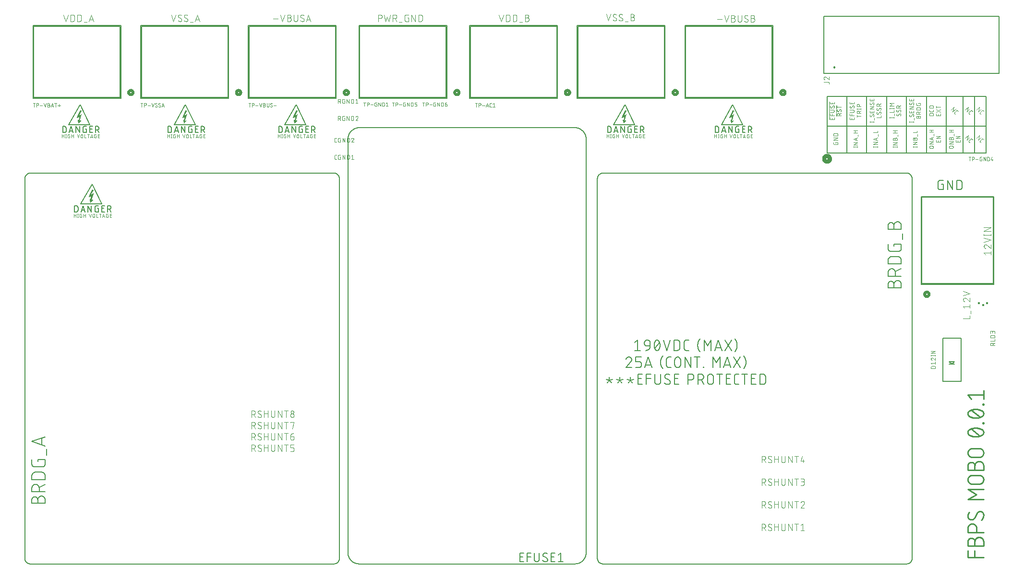
<source format=gbr>
G04 EAGLE Gerber RS-274X export*
G75*
%MOMM*%
%FSLAX34Y34*%
%LPD*%
%INSilkscreen Top*%
%IPPOS*%
%AMOC8*
5,1,8,0,0,1.08239X$1,22.5*%
G01*
%ADD10C,0.152400*%
%ADD11C,0.228600*%
%ADD12C,0.076200*%
%ADD13C,0.200000*%
%ADD14C,0.700000*%
%ADD15C,0.050000*%
%ADD16C,0.127000*%
%ADD17C,0.177800*%
%ADD18C,0.101600*%
%ADD19C,0.508000*%
%ADD20R,0.325000X0.425000*%
%ADD21R,0.350000X0.350000*%
%ADD22C,0.050800*%
%ADD23C,0.203200*%

G36*
X486040Y787261D02*
X486040Y787261D01*
X486074Y787262D01*
X486105Y787282D01*
X486140Y787294D01*
X486185Y787336D01*
X486190Y787339D01*
X486191Y787341D01*
X486195Y787344D01*
X490195Y792344D01*
X490205Y792370D01*
X490214Y792380D01*
X490217Y792398D01*
X490221Y792407D01*
X490248Y792472D01*
X490248Y792473D01*
X490248Y792474D01*
X490236Y792541D01*
X490224Y792610D01*
X490223Y792610D01*
X490223Y792611D01*
X490177Y792661D01*
X490129Y792713D01*
X490128Y792714D01*
X490061Y792731D01*
X489994Y792749D01*
X489993Y792749D01*
X489992Y792749D01*
X489921Y792736D01*
X487724Y792004D01*
X491238Y803427D01*
X491239Y803477D01*
X491248Y803527D01*
X491240Y803546D01*
X491240Y803566D01*
X491214Y803609D01*
X491195Y803656D01*
X491178Y803668D01*
X491167Y803685D01*
X491121Y803707D01*
X491080Y803736D01*
X491059Y803737D01*
X491041Y803746D01*
X490991Y803740D01*
X490941Y803742D01*
X490912Y803730D01*
X490902Y803729D01*
X490895Y803723D01*
X490872Y803714D01*
X486670Y801193D01*
X491218Y809379D01*
X491223Y809401D01*
X491236Y809419D01*
X491238Y809468D01*
X491249Y809515D01*
X491241Y809537D01*
X491242Y809559D01*
X491218Y809601D01*
X491201Y809647D01*
X491184Y809661D01*
X491172Y809680D01*
X491111Y809723D01*
X489111Y810723D01*
X489095Y810726D01*
X489081Y810736D01*
X489027Y810738D01*
X488974Y810748D01*
X488958Y810741D01*
X488941Y810742D01*
X488894Y810715D01*
X488845Y810695D01*
X488835Y810681D01*
X488820Y810672D01*
X488777Y810611D01*
X483777Y800611D01*
X483773Y800591D01*
X483762Y800574D01*
X483751Y800500D01*
X483751Y798500D01*
X483752Y798496D01*
X483751Y798493D01*
X483771Y798430D01*
X483790Y798366D01*
X483793Y798363D01*
X483794Y798360D01*
X483845Y798318D01*
X483895Y798274D01*
X483899Y798273D01*
X483902Y798271D01*
X483968Y798263D01*
X484033Y798253D01*
X484037Y798255D01*
X484041Y798254D01*
X484111Y798277D01*
X487627Y800035D01*
X485865Y792988D01*
X485176Y793676D01*
X485120Y793707D01*
X485066Y793740D01*
X485060Y793740D01*
X485054Y793743D01*
X484990Y793739D01*
X484926Y793738D01*
X484921Y793734D01*
X484914Y793734D01*
X484863Y793696D01*
X484810Y793661D01*
X484807Y793655D01*
X484802Y793651D01*
X484779Y793592D01*
X484753Y793533D01*
X484753Y793525D01*
X484752Y793521D01*
X484753Y793512D01*
X484754Y793459D01*
X485754Y787459D01*
X485770Y787426D01*
X485777Y787389D01*
X485800Y787364D01*
X485815Y787333D01*
X485847Y787314D01*
X485872Y787286D01*
X485905Y787278D01*
X485934Y787260D01*
X485971Y787260D01*
X486007Y787251D01*
X486040Y787261D01*
G37*
G36*
X1256040Y787261D02*
X1256040Y787261D01*
X1256074Y787262D01*
X1256105Y787282D01*
X1256140Y787294D01*
X1256185Y787336D01*
X1256190Y787339D01*
X1256191Y787341D01*
X1256195Y787344D01*
X1260195Y792344D01*
X1260205Y792370D01*
X1260214Y792380D01*
X1260217Y792398D01*
X1260221Y792407D01*
X1260248Y792472D01*
X1260248Y792473D01*
X1260248Y792474D01*
X1260236Y792541D01*
X1260224Y792610D01*
X1260223Y792610D01*
X1260223Y792611D01*
X1260177Y792661D01*
X1260129Y792713D01*
X1260128Y792714D01*
X1260061Y792731D01*
X1259994Y792749D01*
X1259993Y792749D01*
X1259992Y792749D01*
X1259921Y792736D01*
X1257724Y792004D01*
X1261238Y803427D01*
X1261239Y803477D01*
X1261248Y803527D01*
X1261240Y803546D01*
X1261240Y803566D01*
X1261214Y803609D01*
X1261195Y803656D01*
X1261178Y803668D01*
X1261167Y803685D01*
X1261121Y803707D01*
X1261080Y803736D01*
X1261059Y803737D01*
X1261041Y803746D01*
X1260991Y803740D01*
X1260941Y803742D01*
X1260912Y803730D01*
X1260902Y803729D01*
X1260895Y803723D01*
X1260872Y803714D01*
X1256670Y801193D01*
X1261218Y809379D01*
X1261223Y809401D01*
X1261236Y809419D01*
X1261238Y809468D01*
X1261249Y809515D01*
X1261241Y809537D01*
X1261242Y809559D01*
X1261218Y809601D01*
X1261201Y809647D01*
X1261184Y809661D01*
X1261172Y809680D01*
X1261111Y809723D01*
X1259111Y810723D01*
X1259095Y810726D01*
X1259081Y810736D01*
X1259027Y810738D01*
X1258974Y810748D01*
X1258958Y810741D01*
X1258941Y810742D01*
X1258894Y810715D01*
X1258845Y810695D01*
X1258835Y810681D01*
X1258820Y810672D01*
X1258777Y810611D01*
X1253777Y800611D01*
X1253773Y800591D01*
X1253762Y800574D01*
X1253751Y800500D01*
X1253751Y798500D01*
X1253752Y798496D01*
X1253751Y798493D01*
X1253771Y798430D01*
X1253790Y798366D01*
X1253793Y798363D01*
X1253794Y798360D01*
X1253845Y798318D01*
X1253895Y798274D01*
X1253899Y798273D01*
X1253902Y798271D01*
X1253968Y798263D01*
X1254033Y798253D01*
X1254037Y798255D01*
X1254041Y798254D01*
X1254111Y798277D01*
X1257627Y800035D01*
X1255865Y792988D01*
X1255176Y793676D01*
X1255120Y793707D01*
X1255066Y793740D01*
X1255060Y793740D01*
X1255054Y793743D01*
X1254990Y793739D01*
X1254926Y793738D01*
X1254921Y793734D01*
X1254914Y793734D01*
X1254863Y793696D01*
X1254810Y793661D01*
X1254807Y793655D01*
X1254802Y793651D01*
X1254779Y793592D01*
X1254753Y793533D01*
X1254753Y793525D01*
X1254752Y793521D01*
X1254753Y793512D01*
X1254754Y793459D01*
X1255754Y787459D01*
X1255770Y787426D01*
X1255777Y787389D01*
X1255800Y787364D01*
X1255815Y787333D01*
X1255847Y787314D01*
X1255872Y787286D01*
X1255905Y787278D01*
X1255934Y787260D01*
X1255971Y787260D01*
X1256007Y787251D01*
X1256040Y787261D01*
G37*
G36*
X291040Y787261D02*
X291040Y787261D01*
X291074Y787262D01*
X291105Y787282D01*
X291140Y787294D01*
X291185Y787336D01*
X291190Y787339D01*
X291191Y787341D01*
X291195Y787344D01*
X295195Y792344D01*
X295205Y792370D01*
X295214Y792380D01*
X295217Y792398D01*
X295221Y792407D01*
X295248Y792472D01*
X295248Y792473D01*
X295248Y792474D01*
X295236Y792541D01*
X295224Y792610D01*
X295223Y792610D01*
X295223Y792611D01*
X295177Y792661D01*
X295129Y792713D01*
X295128Y792714D01*
X295061Y792731D01*
X294994Y792749D01*
X294993Y792749D01*
X294992Y792749D01*
X294921Y792736D01*
X292724Y792004D01*
X296238Y803427D01*
X296239Y803477D01*
X296248Y803527D01*
X296240Y803546D01*
X296240Y803566D01*
X296214Y803609D01*
X296195Y803656D01*
X296178Y803668D01*
X296167Y803685D01*
X296121Y803707D01*
X296080Y803736D01*
X296059Y803737D01*
X296041Y803746D01*
X295991Y803740D01*
X295941Y803742D01*
X295912Y803730D01*
X295902Y803729D01*
X295895Y803723D01*
X295872Y803714D01*
X291670Y801193D01*
X296218Y809379D01*
X296223Y809401D01*
X296236Y809419D01*
X296238Y809468D01*
X296249Y809515D01*
X296241Y809537D01*
X296242Y809559D01*
X296218Y809601D01*
X296201Y809647D01*
X296184Y809661D01*
X296172Y809680D01*
X296111Y809723D01*
X294111Y810723D01*
X294095Y810726D01*
X294081Y810736D01*
X294027Y810738D01*
X293974Y810748D01*
X293958Y810741D01*
X293941Y810742D01*
X293894Y810715D01*
X293845Y810695D01*
X293835Y810681D01*
X293820Y810672D01*
X293777Y810611D01*
X288777Y800611D01*
X288773Y800591D01*
X288762Y800574D01*
X288751Y800500D01*
X288751Y798500D01*
X288752Y798496D01*
X288751Y798493D01*
X288771Y798430D01*
X288790Y798366D01*
X288793Y798363D01*
X288794Y798360D01*
X288845Y798318D01*
X288895Y798274D01*
X288899Y798273D01*
X288902Y798271D01*
X288968Y798263D01*
X289033Y798253D01*
X289037Y798255D01*
X289041Y798254D01*
X289111Y798277D01*
X292627Y800035D01*
X290865Y792988D01*
X290176Y793676D01*
X290120Y793707D01*
X290066Y793740D01*
X290060Y793740D01*
X290054Y793743D01*
X289990Y793739D01*
X289926Y793738D01*
X289921Y793734D01*
X289914Y793734D01*
X289863Y793696D01*
X289810Y793661D01*
X289807Y793655D01*
X289802Y793651D01*
X289779Y793592D01*
X289753Y793533D01*
X289753Y793525D01*
X289752Y793521D01*
X289753Y793512D01*
X289754Y793459D01*
X290754Y787459D01*
X290770Y787426D01*
X290777Y787389D01*
X290800Y787364D01*
X290815Y787333D01*
X290847Y787314D01*
X290872Y787286D01*
X290905Y787278D01*
X290934Y787260D01*
X290971Y787260D01*
X291007Y787251D01*
X291040Y787261D01*
G37*
G36*
X1066040Y787261D02*
X1066040Y787261D01*
X1066074Y787262D01*
X1066105Y787282D01*
X1066140Y787294D01*
X1066185Y787336D01*
X1066190Y787339D01*
X1066191Y787341D01*
X1066195Y787344D01*
X1070195Y792344D01*
X1070205Y792370D01*
X1070214Y792380D01*
X1070217Y792398D01*
X1070221Y792407D01*
X1070248Y792472D01*
X1070248Y792473D01*
X1070248Y792474D01*
X1070236Y792541D01*
X1070224Y792610D01*
X1070223Y792610D01*
X1070223Y792611D01*
X1070177Y792661D01*
X1070129Y792713D01*
X1070128Y792714D01*
X1070061Y792731D01*
X1069994Y792749D01*
X1069993Y792749D01*
X1069992Y792749D01*
X1069921Y792736D01*
X1067724Y792004D01*
X1071238Y803427D01*
X1071239Y803477D01*
X1071248Y803527D01*
X1071240Y803546D01*
X1071240Y803566D01*
X1071214Y803609D01*
X1071195Y803656D01*
X1071178Y803668D01*
X1071167Y803685D01*
X1071121Y803707D01*
X1071080Y803736D01*
X1071059Y803737D01*
X1071041Y803746D01*
X1070991Y803740D01*
X1070941Y803742D01*
X1070912Y803730D01*
X1070902Y803729D01*
X1070895Y803723D01*
X1070872Y803714D01*
X1066670Y801193D01*
X1071218Y809379D01*
X1071223Y809401D01*
X1071236Y809419D01*
X1071238Y809468D01*
X1071249Y809515D01*
X1071241Y809537D01*
X1071242Y809559D01*
X1071218Y809601D01*
X1071201Y809647D01*
X1071184Y809661D01*
X1071172Y809680D01*
X1071111Y809723D01*
X1069111Y810723D01*
X1069095Y810726D01*
X1069081Y810736D01*
X1069027Y810738D01*
X1068974Y810748D01*
X1068958Y810741D01*
X1068941Y810742D01*
X1068894Y810715D01*
X1068845Y810695D01*
X1068835Y810681D01*
X1068820Y810672D01*
X1068777Y810611D01*
X1063777Y800611D01*
X1063773Y800591D01*
X1063762Y800574D01*
X1063751Y800500D01*
X1063751Y798500D01*
X1063752Y798496D01*
X1063751Y798493D01*
X1063771Y798430D01*
X1063790Y798366D01*
X1063793Y798363D01*
X1063794Y798360D01*
X1063845Y798318D01*
X1063895Y798274D01*
X1063899Y798273D01*
X1063902Y798271D01*
X1063968Y798263D01*
X1064033Y798253D01*
X1064037Y798255D01*
X1064041Y798254D01*
X1064111Y798277D01*
X1067627Y800035D01*
X1065865Y792988D01*
X1065176Y793676D01*
X1065120Y793707D01*
X1065066Y793740D01*
X1065060Y793740D01*
X1065054Y793743D01*
X1064990Y793739D01*
X1064926Y793738D01*
X1064921Y793734D01*
X1064914Y793734D01*
X1064863Y793696D01*
X1064810Y793661D01*
X1064807Y793655D01*
X1064802Y793651D01*
X1064779Y793592D01*
X1064753Y793533D01*
X1064753Y793525D01*
X1064752Y793521D01*
X1064753Y793512D01*
X1064754Y793459D01*
X1065754Y787459D01*
X1065770Y787426D01*
X1065777Y787389D01*
X1065800Y787364D01*
X1065815Y787333D01*
X1065847Y787314D01*
X1065872Y787286D01*
X1065905Y787278D01*
X1065934Y787260D01*
X1065971Y787260D01*
X1066007Y787251D01*
X1066040Y787261D01*
G37*
G36*
X105040Y787261D02*
X105040Y787261D01*
X105074Y787262D01*
X105105Y787282D01*
X105140Y787294D01*
X105185Y787336D01*
X105190Y787339D01*
X105191Y787341D01*
X105195Y787344D01*
X109195Y792344D01*
X109205Y792370D01*
X109214Y792380D01*
X109217Y792398D01*
X109221Y792407D01*
X109248Y792472D01*
X109248Y792473D01*
X109248Y792474D01*
X109236Y792541D01*
X109224Y792610D01*
X109223Y792610D01*
X109223Y792611D01*
X109177Y792661D01*
X109129Y792713D01*
X109128Y792714D01*
X109061Y792731D01*
X108994Y792749D01*
X108993Y792749D01*
X108992Y792749D01*
X108921Y792736D01*
X106724Y792004D01*
X110238Y803427D01*
X110239Y803477D01*
X110248Y803527D01*
X110240Y803546D01*
X110240Y803566D01*
X110214Y803609D01*
X110195Y803656D01*
X110178Y803668D01*
X110167Y803685D01*
X110121Y803707D01*
X110080Y803736D01*
X110059Y803737D01*
X110041Y803746D01*
X109991Y803740D01*
X109941Y803742D01*
X109912Y803730D01*
X109902Y803729D01*
X109895Y803723D01*
X109872Y803714D01*
X105670Y801193D01*
X110218Y809379D01*
X110223Y809401D01*
X110236Y809419D01*
X110238Y809468D01*
X110249Y809515D01*
X110241Y809537D01*
X110242Y809559D01*
X110218Y809601D01*
X110201Y809647D01*
X110184Y809661D01*
X110172Y809680D01*
X110111Y809723D01*
X108111Y810723D01*
X108095Y810726D01*
X108081Y810736D01*
X108027Y810738D01*
X107974Y810748D01*
X107958Y810741D01*
X107941Y810742D01*
X107894Y810715D01*
X107845Y810695D01*
X107835Y810681D01*
X107820Y810672D01*
X107777Y810611D01*
X102777Y800611D01*
X102773Y800591D01*
X102762Y800574D01*
X102751Y800500D01*
X102751Y798500D01*
X102752Y798496D01*
X102751Y798493D01*
X102771Y798430D01*
X102790Y798366D01*
X102793Y798363D01*
X102794Y798360D01*
X102845Y798318D01*
X102895Y798274D01*
X102899Y798273D01*
X102902Y798271D01*
X102968Y798263D01*
X103033Y798253D01*
X103037Y798255D01*
X103041Y798254D01*
X103111Y798277D01*
X106627Y800035D01*
X104865Y792988D01*
X104176Y793676D01*
X104120Y793707D01*
X104066Y793740D01*
X104060Y793740D01*
X104054Y793743D01*
X103990Y793739D01*
X103926Y793738D01*
X103921Y793734D01*
X103914Y793734D01*
X103863Y793696D01*
X103810Y793661D01*
X103807Y793655D01*
X103802Y793651D01*
X103779Y793592D01*
X103753Y793533D01*
X103753Y793525D01*
X103752Y793521D01*
X103753Y793512D01*
X103754Y793459D01*
X104754Y787459D01*
X104770Y787426D01*
X104777Y787389D01*
X104800Y787364D01*
X104815Y787333D01*
X104847Y787314D01*
X104872Y787286D01*
X104905Y787278D01*
X104934Y787260D01*
X104971Y787260D01*
X105007Y787251D01*
X105040Y787261D01*
G37*
G36*
X126040Y647261D02*
X126040Y647261D01*
X126074Y647262D01*
X126105Y647282D01*
X126140Y647294D01*
X126185Y647336D01*
X126190Y647339D01*
X126191Y647341D01*
X126195Y647344D01*
X130195Y652344D01*
X130205Y652370D01*
X130214Y652380D01*
X130217Y652398D01*
X130221Y652407D01*
X130248Y652472D01*
X130248Y652473D01*
X130248Y652474D01*
X130236Y652541D01*
X130224Y652610D01*
X130223Y652610D01*
X130223Y652611D01*
X130177Y652661D01*
X130129Y652713D01*
X130128Y652714D01*
X130061Y652731D01*
X129994Y652749D01*
X129993Y652749D01*
X129992Y652749D01*
X129921Y652736D01*
X127724Y652004D01*
X131238Y663427D01*
X131239Y663477D01*
X131248Y663527D01*
X131240Y663546D01*
X131240Y663566D01*
X131214Y663609D01*
X131195Y663656D01*
X131178Y663668D01*
X131167Y663685D01*
X131121Y663707D01*
X131080Y663736D01*
X131059Y663737D01*
X131041Y663746D01*
X130991Y663740D01*
X130941Y663742D01*
X130912Y663730D01*
X130902Y663729D01*
X130895Y663723D01*
X130872Y663714D01*
X126670Y661193D01*
X131218Y669379D01*
X131223Y669401D01*
X131236Y669419D01*
X131238Y669468D01*
X131249Y669515D01*
X131241Y669537D01*
X131242Y669559D01*
X131218Y669601D01*
X131201Y669647D01*
X131184Y669661D01*
X131172Y669680D01*
X131111Y669723D01*
X129111Y670723D01*
X129095Y670726D01*
X129081Y670736D01*
X129027Y670738D01*
X128974Y670748D01*
X128958Y670741D01*
X128941Y670742D01*
X128894Y670715D01*
X128845Y670695D01*
X128835Y670681D01*
X128820Y670672D01*
X128777Y670611D01*
X123777Y660611D01*
X123773Y660591D01*
X123762Y660574D01*
X123751Y660500D01*
X123751Y658500D01*
X123752Y658496D01*
X123751Y658493D01*
X123771Y658430D01*
X123790Y658366D01*
X123793Y658363D01*
X123794Y658360D01*
X123845Y658318D01*
X123895Y658274D01*
X123899Y658273D01*
X123902Y658271D01*
X123968Y658263D01*
X124033Y658253D01*
X124037Y658255D01*
X124041Y658254D01*
X124111Y658277D01*
X127627Y660035D01*
X125865Y652988D01*
X125176Y653676D01*
X125120Y653707D01*
X125066Y653740D01*
X125060Y653740D01*
X125054Y653743D01*
X124990Y653739D01*
X124926Y653738D01*
X124921Y653734D01*
X124914Y653734D01*
X124863Y653696D01*
X124810Y653661D01*
X124807Y653655D01*
X124802Y653651D01*
X124779Y653592D01*
X124753Y653533D01*
X124753Y653525D01*
X124752Y653521D01*
X124753Y653512D01*
X124754Y653459D01*
X125754Y647459D01*
X125770Y647426D01*
X125777Y647389D01*
X125800Y647364D01*
X125815Y647333D01*
X125847Y647314D01*
X125872Y647286D01*
X125905Y647278D01*
X125934Y647260D01*
X125971Y647260D01*
X126007Y647251D01*
X126040Y647261D01*
G37*
D10*
X1085599Y401132D02*
X1090731Y405238D01*
X1090731Y386762D01*
X1085599Y386762D02*
X1095863Y386762D01*
X1106955Y394974D02*
X1113113Y394974D01*
X1106955Y394973D02*
X1106829Y394975D01*
X1106702Y394981D01*
X1106576Y394991D01*
X1106450Y395004D01*
X1106325Y395022D01*
X1106201Y395043D01*
X1106077Y395068D01*
X1105953Y395097D01*
X1105831Y395130D01*
X1105710Y395166D01*
X1105590Y395206D01*
X1105472Y395250D01*
X1105355Y395298D01*
X1105239Y395349D01*
X1105125Y395403D01*
X1105012Y395462D01*
X1104902Y395523D01*
X1104793Y395588D01*
X1104687Y395656D01*
X1104583Y395728D01*
X1104481Y395802D01*
X1104381Y395880D01*
X1104284Y395961D01*
X1104189Y396045D01*
X1104097Y396131D01*
X1104007Y396221D01*
X1103921Y396313D01*
X1103837Y396408D01*
X1103756Y396505D01*
X1103678Y396605D01*
X1103604Y396707D01*
X1103532Y396811D01*
X1103464Y396917D01*
X1103399Y397026D01*
X1103338Y397136D01*
X1103279Y397249D01*
X1103225Y397363D01*
X1103174Y397479D01*
X1103126Y397596D01*
X1103082Y397714D01*
X1103042Y397834D01*
X1103006Y397955D01*
X1102973Y398078D01*
X1102944Y398201D01*
X1102919Y398325D01*
X1102898Y398449D01*
X1102880Y398574D01*
X1102867Y398700D01*
X1102857Y398826D01*
X1102851Y398953D01*
X1102849Y399079D01*
X1102849Y400106D01*
X1102851Y400247D01*
X1102857Y400389D01*
X1102867Y400530D01*
X1102880Y400671D01*
X1102898Y400811D01*
X1102919Y400951D01*
X1102944Y401090D01*
X1102973Y401228D01*
X1103006Y401366D01*
X1103043Y401502D01*
X1103083Y401638D01*
X1103127Y401772D01*
X1103175Y401905D01*
X1103226Y402037D01*
X1103281Y402168D01*
X1103340Y402296D01*
X1103402Y402423D01*
X1103468Y402549D01*
X1103537Y402672D01*
X1103609Y402793D01*
X1103685Y402913D01*
X1103764Y403030D01*
X1103846Y403145D01*
X1103931Y403258D01*
X1104020Y403369D01*
X1104111Y403476D01*
X1104205Y403582D01*
X1104302Y403685D01*
X1104402Y403785D01*
X1104505Y403882D01*
X1104611Y403976D01*
X1104718Y404067D01*
X1104829Y404156D01*
X1104942Y404241D01*
X1105057Y404323D01*
X1105174Y404402D01*
X1105294Y404478D01*
X1105415Y404550D01*
X1105538Y404619D01*
X1105664Y404685D01*
X1105791Y404747D01*
X1105919Y404806D01*
X1106050Y404861D01*
X1106182Y404912D01*
X1106315Y404960D01*
X1106449Y405004D01*
X1106585Y405044D01*
X1106721Y405081D01*
X1106859Y405114D01*
X1106997Y405143D01*
X1107136Y405168D01*
X1107276Y405189D01*
X1107416Y405207D01*
X1107557Y405220D01*
X1107698Y405230D01*
X1107840Y405236D01*
X1107981Y405238D01*
X1108122Y405236D01*
X1108264Y405230D01*
X1108405Y405220D01*
X1108546Y405207D01*
X1108686Y405189D01*
X1108826Y405168D01*
X1108965Y405143D01*
X1109103Y405114D01*
X1109241Y405081D01*
X1109377Y405044D01*
X1109513Y405004D01*
X1109647Y404960D01*
X1109780Y404912D01*
X1109912Y404861D01*
X1110043Y404806D01*
X1110171Y404747D01*
X1110298Y404685D01*
X1110424Y404619D01*
X1110547Y404550D01*
X1110668Y404478D01*
X1110788Y404402D01*
X1110905Y404323D01*
X1111020Y404241D01*
X1111133Y404156D01*
X1111244Y404067D01*
X1111351Y403976D01*
X1111457Y403882D01*
X1111560Y403785D01*
X1111660Y403685D01*
X1111757Y403582D01*
X1111851Y403476D01*
X1111942Y403369D01*
X1112031Y403258D01*
X1112116Y403145D01*
X1112198Y403030D01*
X1112277Y402913D01*
X1112353Y402793D01*
X1112425Y402672D01*
X1112494Y402549D01*
X1112560Y402423D01*
X1112622Y402296D01*
X1112681Y402168D01*
X1112736Y402037D01*
X1112787Y401905D01*
X1112835Y401772D01*
X1112879Y401638D01*
X1112919Y401502D01*
X1112956Y401366D01*
X1112989Y401228D01*
X1113018Y401090D01*
X1113043Y400951D01*
X1113064Y400811D01*
X1113082Y400671D01*
X1113095Y400530D01*
X1113105Y400389D01*
X1113111Y400247D01*
X1113113Y400106D01*
X1113113Y394974D01*
X1113114Y394974D02*
X1113112Y394776D01*
X1113104Y394577D01*
X1113092Y394379D01*
X1113076Y394181D01*
X1113054Y393984D01*
X1113028Y393787D01*
X1112997Y393591D01*
X1112961Y393396D01*
X1112921Y393202D01*
X1112875Y393009D01*
X1112826Y392817D01*
X1112771Y392626D01*
X1112712Y392436D01*
X1112648Y392248D01*
X1112580Y392062D01*
X1112508Y391877D01*
X1112431Y391694D01*
X1112349Y391513D01*
X1112263Y391335D01*
X1112173Y391158D01*
X1112079Y390983D01*
X1111980Y390811D01*
X1111878Y390641D01*
X1111771Y390474D01*
X1111660Y390309D01*
X1111546Y390147D01*
X1111427Y389988D01*
X1111305Y389832D01*
X1111179Y389679D01*
X1111049Y389528D01*
X1110915Y389381D01*
X1110778Y389238D01*
X1110638Y389097D01*
X1110494Y388961D01*
X1110348Y388827D01*
X1110197Y388697D01*
X1110044Y388571D01*
X1109888Y388449D01*
X1109729Y388330D01*
X1109567Y388216D01*
X1109402Y388105D01*
X1109235Y387998D01*
X1109065Y387895D01*
X1108893Y387797D01*
X1108718Y387703D01*
X1108541Y387613D01*
X1108363Y387527D01*
X1108182Y387445D01*
X1107999Y387368D01*
X1107814Y387296D01*
X1107628Y387228D01*
X1107440Y387164D01*
X1107250Y387105D01*
X1107059Y387050D01*
X1106867Y387001D01*
X1106674Y386955D01*
X1106480Y386915D01*
X1106285Y386879D01*
X1106089Y386848D01*
X1105892Y386822D01*
X1105695Y386800D01*
X1105497Y386784D01*
X1105299Y386772D01*
X1105100Y386764D01*
X1104902Y386762D01*
X1120099Y396000D02*
X1120103Y396363D01*
X1120116Y396727D01*
X1120138Y397090D01*
X1120168Y397452D01*
X1120207Y397813D01*
X1120255Y398174D01*
X1120311Y398533D01*
X1120376Y398890D01*
X1120449Y399246D01*
X1120531Y399601D01*
X1120621Y399953D01*
X1120720Y400303D01*
X1120826Y400650D01*
X1120942Y400995D01*
X1121065Y401337D01*
X1121196Y401676D01*
X1121336Y402011D01*
X1121483Y402343D01*
X1121639Y402672D01*
X1121638Y402672D02*
X1121679Y402785D01*
X1121724Y402898D01*
X1121772Y403008D01*
X1121824Y403118D01*
X1121879Y403225D01*
X1121937Y403331D01*
X1121999Y403435D01*
X1122064Y403536D01*
X1122132Y403636D01*
X1122204Y403734D01*
X1122278Y403829D01*
X1122356Y403921D01*
X1122436Y404012D01*
X1122519Y404099D01*
X1122605Y404184D01*
X1122694Y404266D01*
X1122785Y404345D01*
X1122879Y404422D01*
X1122975Y404495D01*
X1123073Y404565D01*
X1123173Y404632D01*
X1123276Y404696D01*
X1123380Y404757D01*
X1123487Y404814D01*
X1123595Y404868D01*
X1123705Y404918D01*
X1123816Y404965D01*
X1123929Y405008D01*
X1124043Y405047D01*
X1124159Y405083D01*
X1124275Y405116D01*
X1124392Y405144D01*
X1124511Y405169D01*
X1124630Y405190D01*
X1124749Y405207D01*
X1124869Y405221D01*
X1124990Y405230D01*
X1125110Y405236D01*
X1125231Y405238D01*
X1125352Y405236D01*
X1125472Y405230D01*
X1125593Y405221D01*
X1125713Y405207D01*
X1125832Y405190D01*
X1125951Y405169D01*
X1126070Y405144D01*
X1126187Y405116D01*
X1126303Y405083D01*
X1126419Y405047D01*
X1126533Y405008D01*
X1126646Y404965D01*
X1126757Y404918D01*
X1126867Y404868D01*
X1126975Y404814D01*
X1127082Y404757D01*
X1127186Y404696D01*
X1127289Y404632D01*
X1127389Y404565D01*
X1127487Y404495D01*
X1127583Y404422D01*
X1127677Y404345D01*
X1127768Y404266D01*
X1127857Y404184D01*
X1127943Y404099D01*
X1128026Y404012D01*
X1128106Y403921D01*
X1128184Y403829D01*
X1128258Y403734D01*
X1128330Y403636D01*
X1128398Y403536D01*
X1128463Y403435D01*
X1128525Y403331D01*
X1128583Y403225D01*
X1128638Y403118D01*
X1128690Y403008D01*
X1128738Y402898D01*
X1128783Y402785D01*
X1128824Y402672D01*
X1128823Y402672D02*
X1128979Y402343D01*
X1129126Y402011D01*
X1129266Y401675D01*
X1129397Y401336D01*
X1129520Y400995D01*
X1129636Y400650D01*
X1129742Y400302D01*
X1129841Y399952D01*
X1129931Y399600D01*
X1130013Y399246D01*
X1130086Y398890D01*
X1130151Y398533D01*
X1130207Y398173D01*
X1130255Y397813D01*
X1130294Y397452D01*
X1130324Y397090D01*
X1130346Y396727D01*
X1130359Y396363D01*
X1130363Y396000D01*
X1120099Y396000D02*
X1120103Y395637D01*
X1120116Y395273D01*
X1120138Y394910D01*
X1120168Y394548D01*
X1120207Y394187D01*
X1120255Y393826D01*
X1120311Y393467D01*
X1120376Y393110D01*
X1120449Y392754D01*
X1120531Y392399D01*
X1120621Y392047D01*
X1120720Y391697D01*
X1120826Y391350D01*
X1120942Y391005D01*
X1121065Y390663D01*
X1121196Y390324D01*
X1121336Y389989D01*
X1121483Y389657D01*
X1121639Y389328D01*
X1121638Y389328D02*
X1121679Y389215D01*
X1121724Y389102D01*
X1121772Y388992D01*
X1121824Y388882D01*
X1121879Y388775D01*
X1121937Y388669D01*
X1121999Y388565D01*
X1122064Y388464D01*
X1122132Y388364D01*
X1122204Y388266D01*
X1122278Y388171D01*
X1122356Y388079D01*
X1122436Y387988D01*
X1122519Y387901D01*
X1122605Y387816D01*
X1122694Y387734D01*
X1122785Y387655D01*
X1122879Y387578D01*
X1122975Y387505D01*
X1123073Y387435D01*
X1123173Y387368D01*
X1123276Y387304D01*
X1123380Y387243D01*
X1123487Y387186D01*
X1123595Y387132D01*
X1123705Y387082D01*
X1123816Y387035D01*
X1123929Y386992D01*
X1124043Y386953D01*
X1124159Y386917D01*
X1124275Y386884D01*
X1124392Y386856D01*
X1124511Y386831D01*
X1124630Y386810D01*
X1124749Y386793D01*
X1124869Y386779D01*
X1124990Y386770D01*
X1125110Y386764D01*
X1125231Y386762D01*
X1128824Y389328D02*
X1128980Y389657D01*
X1129127Y389989D01*
X1129267Y390324D01*
X1129398Y390663D01*
X1129521Y391005D01*
X1129637Y391350D01*
X1129743Y391697D01*
X1129842Y392047D01*
X1129932Y392399D01*
X1130014Y392754D01*
X1130087Y393110D01*
X1130152Y393467D01*
X1130208Y393826D01*
X1130256Y394187D01*
X1130295Y394548D01*
X1130325Y394910D01*
X1130347Y395273D01*
X1130360Y395637D01*
X1130364Y396000D01*
X1128824Y389328D02*
X1128783Y389215D01*
X1128738Y389102D01*
X1128690Y388992D01*
X1128638Y388882D01*
X1128583Y388775D01*
X1128525Y388669D01*
X1128463Y388565D01*
X1128398Y388464D01*
X1128330Y388364D01*
X1128258Y388266D01*
X1128184Y388171D01*
X1128106Y388079D01*
X1128026Y387988D01*
X1127943Y387901D01*
X1127857Y387816D01*
X1127768Y387734D01*
X1127677Y387655D01*
X1127583Y387578D01*
X1127487Y387505D01*
X1127389Y387435D01*
X1127289Y387368D01*
X1127186Y387304D01*
X1127082Y387243D01*
X1126975Y387186D01*
X1126867Y387132D01*
X1126757Y387082D01*
X1126646Y387035D01*
X1126533Y386992D01*
X1126419Y386953D01*
X1126303Y386917D01*
X1126187Y386884D01*
X1126070Y386856D01*
X1125951Y386831D01*
X1125832Y386810D01*
X1125713Y386793D01*
X1125593Y386779D01*
X1125472Y386770D01*
X1125352Y386764D01*
X1125231Y386762D01*
X1121125Y390868D02*
X1129337Y401132D01*
X1136323Y405238D02*
X1142481Y386762D01*
X1148640Y405238D01*
X1155174Y405238D02*
X1155174Y386762D01*
X1155174Y405238D02*
X1160306Y405238D01*
X1160447Y405236D01*
X1160589Y405230D01*
X1160730Y405220D01*
X1160871Y405207D01*
X1161011Y405189D01*
X1161151Y405168D01*
X1161290Y405143D01*
X1161428Y405114D01*
X1161566Y405081D01*
X1161702Y405044D01*
X1161838Y405004D01*
X1161972Y404960D01*
X1162105Y404912D01*
X1162237Y404861D01*
X1162368Y404806D01*
X1162496Y404747D01*
X1162623Y404685D01*
X1162749Y404619D01*
X1162872Y404550D01*
X1162993Y404478D01*
X1163113Y404402D01*
X1163230Y404323D01*
X1163345Y404241D01*
X1163458Y404156D01*
X1163569Y404067D01*
X1163676Y403976D01*
X1163782Y403882D01*
X1163885Y403785D01*
X1163985Y403685D01*
X1164082Y403582D01*
X1164176Y403476D01*
X1164267Y403369D01*
X1164356Y403258D01*
X1164441Y403145D01*
X1164523Y403030D01*
X1164602Y402913D01*
X1164678Y402793D01*
X1164750Y402672D01*
X1164819Y402549D01*
X1164885Y402423D01*
X1164947Y402296D01*
X1165006Y402167D01*
X1165061Y402037D01*
X1165112Y401905D01*
X1165160Y401772D01*
X1165204Y401638D01*
X1165244Y401502D01*
X1165281Y401366D01*
X1165314Y401228D01*
X1165343Y401090D01*
X1165368Y400951D01*
X1165389Y400811D01*
X1165407Y400671D01*
X1165420Y400530D01*
X1165430Y400389D01*
X1165436Y400247D01*
X1165438Y400106D01*
X1165438Y391894D01*
X1165436Y391753D01*
X1165430Y391611D01*
X1165420Y391470D01*
X1165407Y391329D01*
X1165389Y391189D01*
X1165368Y391049D01*
X1165343Y390910D01*
X1165314Y390772D01*
X1165281Y390634D01*
X1165244Y390498D01*
X1165204Y390362D01*
X1165160Y390228D01*
X1165112Y390095D01*
X1165061Y389963D01*
X1165006Y389833D01*
X1164947Y389704D01*
X1164885Y389577D01*
X1164819Y389451D01*
X1164750Y389328D01*
X1164678Y389207D01*
X1164602Y389087D01*
X1164523Y388970D01*
X1164441Y388855D01*
X1164356Y388742D01*
X1164267Y388631D01*
X1164176Y388524D01*
X1164082Y388418D01*
X1163985Y388315D01*
X1163885Y388215D01*
X1163782Y388118D01*
X1163676Y388024D01*
X1163569Y387933D01*
X1163458Y387844D01*
X1163345Y387759D01*
X1163230Y387677D01*
X1163113Y387598D01*
X1162994Y387522D01*
X1162872Y387450D01*
X1162749Y387381D01*
X1162623Y387315D01*
X1162496Y387253D01*
X1162368Y387194D01*
X1162237Y387139D01*
X1162105Y387088D01*
X1161972Y387040D01*
X1161838Y386996D01*
X1161702Y386956D01*
X1161566Y386919D01*
X1161428Y386886D01*
X1161290Y386857D01*
X1161151Y386832D01*
X1161011Y386811D01*
X1160871Y386793D01*
X1160730Y386780D01*
X1160589Y386770D01*
X1160447Y386764D01*
X1160306Y386762D01*
X1155174Y386762D01*
X1177071Y386762D02*
X1181176Y386762D01*
X1177071Y386762D02*
X1176945Y386764D01*
X1176818Y386770D01*
X1176692Y386780D01*
X1176566Y386793D01*
X1176441Y386811D01*
X1176317Y386832D01*
X1176193Y386857D01*
X1176069Y386886D01*
X1175947Y386919D01*
X1175826Y386955D01*
X1175706Y386995D01*
X1175588Y387039D01*
X1175471Y387087D01*
X1175355Y387138D01*
X1175241Y387192D01*
X1175128Y387251D01*
X1175018Y387312D01*
X1174909Y387377D01*
X1174803Y387445D01*
X1174699Y387517D01*
X1174597Y387591D01*
X1174497Y387669D01*
X1174400Y387750D01*
X1174305Y387834D01*
X1174213Y387920D01*
X1174123Y388010D01*
X1174037Y388102D01*
X1173953Y388197D01*
X1173872Y388294D01*
X1173794Y388394D01*
X1173720Y388496D01*
X1173648Y388600D01*
X1173580Y388706D01*
X1173515Y388815D01*
X1173454Y388925D01*
X1173395Y389038D01*
X1173341Y389152D01*
X1173290Y389268D01*
X1173242Y389385D01*
X1173198Y389503D01*
X1173158Y389623D01*
X1173122Y389744D01*
X1173089Y389866D01*
X1173060Y389990D01*
X1173035Y390114D01*
X1173014Y390238D01*
X1172996Y390363D01*
X1172983Y390489D01*
X1172973Y390615D01*
X1172967Y390742D01*
X1172965Y390868D01*
X1172965Y401132D01*
X1172967Y401258D01*
X1172973Y401385D01*
X1172983Y401511D01*
X1172996Y401637D01*
X1173014Y401762D01*
X1173035Y401886D01*
X1173060Y402010D01*
X1173089Y402134D01*
X1173122Y402256D01*
X1173158Y402377D01*
X1173198Y402497D01*
X1173242Y402615D01*
X1173290Y402732D01*
X1173341Y402848D01*
X1173395Y402962D01*
X1173454Y403075D01*
X1173515Y403185D01*
X1173580Y403294D01*
X1173648Y403400D01*
X1173720Y403504D01*
X1173794Y403606D01*
X1173872Y403706D01*
X1173953Y403803D01*
X1174037Y403898D01*
X1174123Y403990D01*
X1174213Y404080D01*
X1174305Y404166D01*
X1174400Y404250D01*
X1174497Y404331D01*
X1174597Y404409D01*
X1174699Y404483D01*
X1174803Y404555D01*
X1174909Y404623D01*
X1175018Y404688D01*
X1175128Y404749D01*
X1175241Y404808D01*
X1175355Y404862D01*
X1175471Y404913D01*
X1175588Y404961D01*
X1175706Y405005D01*
X1175826Y405045D01*
X1175947Y405081D01*
X1176069Y405114D01*
X1176193Y405143D01*
X1176316Y405168D01*
X1176441Y405189D01*
X1176566Y405207D01*
X1176692Y405220D01*
X1176818Y405230D01*
X1176945Y405236D01*
X1177071Y405238D01*
X1181176Y405238D01*
X1196811Y396000D02*
X1196816Y396423D01*
X1196831Y396845D01*
X1196857Y397267D01*
X1196892Y397689D01*
X1196938Y398109D01*
X1196994Y398528D01*
X1197060Y398946D01*
X1197135Y399362D01*
X1197221Y399776D01*
X1197317Y400187D01*
X1197423Y400597D01*
X1197538Y401004D01*
X1197663Y401407D01*
X1197798Y401808D01*
X1197943Y402205D01*
X1198097Y402599D01*
X1198260Y402989D01*
X1198433Y403375D01*
X1198615Y403757D01*
X1198806Y404134D01*
X1199006Y404506D01*
X1199215Y404874D01*
X1199433Y405236D01*
X1199659Y405593D01*
X1199894Y405945D01*
X1200138Y406290D01*
X1200389Y406630D01*
X1200649Y406964D01*
X1200917Y407291D01*
X1196811Y396000D02*
X1196816Y395577D01*
X1196831Y395155D01*
X1196857Y394733D01*
X1196892Y394311D01*
X1196938Y393891D01*
X1196994Y393472D01*
X1197060Y393054D01*
X1197135Y392638D01*
X1197221Y392224D01*
X1197317Y391813D01*
X1197423Y391403D01*
X1197538Y390996D01*
X1197663Y390593D01*
X1197798Y390192D01*
X1197943Y389795D01*
X1198097Y389401D01*
X1198260Y389011D01*
X1198433Y388625D01*
X1198615Y388243D01*
X1198806Y387866D01*
X1199006Y387494D01*
X1199215Y387126D01*
X1199433Y386764D01*
X1199659Y386407D01*
X1199894Y386055D01*
X1200138Y385710D01*
X1200389Y385370D01*
X1200649Y385036D01*
X1200917Y384709D01*
X1208197Y386762D02*
X1208197Y405238D01*
X1214356Y394974D01*
X1220515Y405238D01*
X1220515Y386762D01*
X1227172Y386762D02*
X1233331Y405238D01*
X1239490Y386762D01*
X1237950Y391381D02*
X1228712Y391381D01*
X1244422Y386762D02*
X1256740Y405238D01*
X1244422Y405238D02*
X1256740Y386762D01*
X1262295Y384709D02*
X1262563Y385036D01*
X1262823Y385370D01*
X1263074Y385710D01*
X1263318Y386055D01*
X1263553Y386407D01*
X1263779Y386764D01*
X1263997Y387126D01*
X1264206Y387494D01*
X1264406Y387866D01*
X1264597Y388243D01*
X1264779Y388625D01*
X1264952Y389011D01*
X1265115Y389401D01*
X1265269Y389795D01*
X1265414Y390192D01*
X1265549Y390593D01*
X1265674Y390996D01*
X1265789Y391403D01*
X1265895Y391813D01*
X1265991Y392224D01*
X1266077Y392638D01*
X1266152Y393054D01*
X1266218Y393472D01*
X1266274Y393891D01*
X1266320Y394311D01*
X1266355Y394733D01*
X1266381Y395155D01*
X1266396Y395577D01*
X1266401Y396000D01*
X1266396Y396423D01*
X1266381Y396845D01*
X1266355Y397267D01*
X1266320Y397689D01*
X1266274Y398109D01*
X1266218Y398528D01*
X1266152Y398946D01*
X1266077Y399362D01*
X1265991Y399776D01*
X1265895Y400187D01*
X1265789Y400597D01*
X1265674Y401004D01*
X1265549Y401407D01*
X1265414Y401808D01*
X1265269Y402205D01*
X1265115Y402599D01*
X1264952Y402989D01*
X1264779Y403375D01*
X1264597Y403757D01*
X1264406Y404134D01*
X1264206Y404506D01*
X1263997Y404874D01*
X1263779Y405236D01*
X1263553Y405593D01*
X1263318Y405945D01*
X1263074Y406290D01*
X1262823Y406630D01*
X1262563Y406964D01*
X1262295Y407291D01*
X1080338Y370619D02*
X1080336Y370753D01*
X1080330Y370888D01*
X1080320Y371022D01*
X1080307Y371155D01*
X1080289Y371288D01*
X1080268Y371421D01*
X1080243Y371553D01*
X1080213Y371684D01*
X1080181Y371814D01*
X1080144Y371944D01*
X1080104Y372072D01*
X1080059Y372199D01*
X1080012Y372324D01*
X1079960Y372448D01*
X1079905Y372571D01*
X1079847Y372692D01*
X1079785Y372811D01*
X1079719Y372929D01*
X1079650Y373044D01*
X1079578Y373157D01*
X1079503Y373268D01*
X1079424Y373377D01*
X1079342Y373484D01*
X1079257Y373588D01*
X1079170Y373690D01*
X1079079Y373789D01*
X1078985Y373885D01*
X1078889Y373979D01*
X1078790Y374070D01*
X1078688Y374157D01*
X1078584Y374242D01*
X1078477Y374324D01*
X1078368Y374403D01*
X1078257Y374478D01*
X1078144Y374550D01*
X1078029Y374619D01*
X1077911Y374685D01*
X1077792Y374747D01*
X1077671Y374805D01*
X1077548Y374860D01*
X1077424Y374912D01*
X1077299Y374959D01*
X1077172Y375004D01*
X1077044Y375044D01*
X1076914Y375081D01*
X1076784Y375113D01*
X1076653Y375143D01*
X1076521Y375168D01*
X1076388Y375189D01*
X1076255Y375207D01*
X1076122Y375220D01*
X1075988Y375230D01*
X1075853Y375236D01*
X1075719Y375238D01*
X1075567Y375236D01*
X1075415Y375230D01*
X1075263Y375220D01*
X1075111Y375207D01*
X1074960Y375189D01*
X1074809Y375168D01*
X1074659Y375142D01*
X1074509Y375113D01*
X1074360Y375080D01*
X1074213Y375044D01*
X1074066Y375003D01*
X1073920Y374959D01*
X1073776Y374911D01*
X1073632Y374859D01*
X1073491Y374804D01*
X1073350Y374745D01*
X1073211Y374682D01*
X1073074Y374616D01*
X1072939Y374546D01*
X1072805Y374473D01*
X1072673Y374397D01*
X1072544Y374317D01*
X1072416Y374234D01*
X1072291Y374147D01*
X1072167Y374058D01*
X1072047Y373965D01*
X1071928Y373869D01*
X1071812Y373771D01*
X1071699Y373669D01*
X1071588Y373564D01*
X1071480Y373457D01*
X1071375Y373347D01*
X1071273Y373234D01*
X1071173Y373119D01*
X1071077Y373001D01*
X1070984Y372880D01*
X1070894Y372758D01*
X1070806Y372633D01*
X1070723Y372505D01*
X1070642Y372376D01*
X1070565Y372245D01*
X1070491Y372112D01*
X1070421Y371977D01*
X1070354Y371840D01*
X1070291Y371701D01*
X1070231Y371561D01*
X1070175Y371420D01*
X1070122Y371277D01*
X1070074Y371132D01*
X1078798Y367027D02*
X1078897Y367123D01*
X1078994Y367223D01*
X1079087Y367325D01*
X1079177Y367430D01*
X1079265Y367538D01*
X1079350Y367647D01*
X1079431Y367759D01*
X1079509Y367874D01*
X1079584Y367990D01*
X1079656Y368109D01*
X1079724Y368229D01*
X1079789Y368351D01*
X1079851Y368476D01*
X1079909Y368601D01*
X1079964Y368729D01*
X1080015Y368857D01*
X1080062Y368988D01*
X1080106Y369119D01*
X1080146Y369252D01*
X1080182Y369385D01*
X1080215Y369520D01*
X1080244Y369655D01*
X1080269Y369792D01*
X1080290Y369929D01*
X1080307Y370066D01*
X1080321Y370204D01*
X1080330Y370342D01*
X1080336Y370480D01*
X1080338Y370619D01*
X1078799Y367026D02*
X1070074Y356762D01*
X1080338Y356762D01*
X1087324Y356762D02*
X1093483Y356762D01*
X1093609Y356764D01*
X1093736Y356770D01*
X1093862Y356780D01*
X1093988Y356793D01*
X1094113Y356811D01*
X1094237Y356832D01*
X1094361Y356857D01*
X1094485Y356886D01*
X1094607Y356919D01*
X1094728Y356955D01*
X1094848Y356995D01*
X1094966Y357039D01*
X1095083Y357087D01*
X1095199Y357138D01*
X1095313Y357192D01*
X1095426Y357251D01*
X1095536Y357312D01*
X1095645Y357377D01*
X1095751Y357445D01*
X1095855Y357517D01*
X1095957Y357591D01*
X1096057Y357669D01*
X1096154Y357750D01*
X1096249Y357834D01*
X1096341Y357920D01*
X1096431Y358010D01*
X1096517Y358102D01*
X1096601Y358197D01*
X1096682Y358294D01*
X1096760Y358394D01*
X1096834Y358496D01*
X1096906Y358600D01*
X1096974Y358706D01*
X1097039Y358815D01*
X1097100Y358925D01*
X1097159Y359038D01*
X1097213Y359152D01*
X1097264Y359268D01*
X1097312Y359385D01*
X1097356Y359503D01*
X1097396Y359623D01*
X1097432Y359744D01*
X1097465Y359866D01*
X1097494Y359990D01*
X1097519Y360113D01*
X1097540Y360238D01*
X1097558Y360363D01*
X1097571Y360489D01*
X1097581Y360615D01*
X1097587Y360742D01*
X1097589Y360868D01*
X1097588Y360868D02*
X1097588Y362921D01*
X1097589Y362921D02*
X1097587Y363047D01*
X1097581Y363174D01*
X1097571Y363300D01*
X1097558Y363426D01*
X1097540Y363551D01*
X1097519Y363675D01*
X1097494Y363799D01*
X1097465Y363923D01*
X1097432Y364045D01*
X1097396Y364166D01*
X1097356Y364286D01*
X1097312Y364404D01*
X1097264Y364521D01*
X1097213Y364637D01*
X1097159Y364751D01*
X1097100Y364864D01*
X1097039Y364974D01*
X1096974Y365083D01*
X1096906Y365189D01*
X1096834Y365293D01*
X1096760Y365395D01*
X1096682Y365495D01*
X1096601Y365592D01*
X1096517Y365687D01*
X1096431Y365779D01*
X1096341Y365869D01*
X1096249Y365955D01*
X1096154Y366039D01*
X1096057Y366120D01*
X1095957Y366198D01*
X1095855Y366272D01*
X1095751Y366344D01*
X1095645Y366412D01*
X1095536Y366477D01*
X1095426Y366538D01*
X1095313Y366597D01*
X1095199Y366651D01*
X1095083Y366702D01*
X1094966Y366750D01*
X1094848Y366794D01*
X1094728Y366834D01*
X1094607Y366870D01*
X1094485Y366903D01*
X1094361Y366932D01*
X1094237Y366957D01*
X1094113Y366978D01*
X1093988Y366996D01*
X1093862Y367009D01*
X1093736Y367019D01*
X1093609Y367025D01*
X1093483Y367027D01*
X1093483Y367026D02*
X1087324Y367026D01*
X1087324Y375238D01*
X1097588Y375238D01*
X1109706Y375238D02*
X1103548Y356762D01*
X1115865Y356762D02*
X1109706Y375238D01*
X1114325Y361381D02*
X1105087Y361381D01*
X1131261Y366000D02*
X1131266Y366423D01*
X1131281Y366845D01*
X1131307Y367267D01*
X1131342Y367689D01*
X1131388Y368109D01*
X1131444Y368528D01*
X1131510Y368946D01*
X1131585Y369362D01*
X1131671Y369776D01*
X1131767Y370187D01*
X1131873Y370597D01*
X1131988Y371004D01*
X1132113Y371407D01*
X1132248Y371808D01*
X1132393Y372205D01*
X1132547Y372599D01*
X1132710Y372989D01*
X1132883Y373375D01*
X1133065Y373757D01*
X1133256Y374134D01*
X1133456Y374506D01*
X1133665Y374874D01*
X1133883Y375236D01*
X1134109Y375593D01*
X1134344Y375945D01*
X1134588Y376290D01*
X1134839Y376630D01*
X1135099Y376964D01*
X1135367Y377291D01*
X1131261Y366000D02*
X1131266Y365577D01*
X1131281Y365155D01*
X1131307Y364733D01*
X1131342Y364311D01*
X1131388Y363891D01*
X1131444Y363472D01*
X1131510Y363054D01*
X1131585Y362638D01*
X1131671Y362224D01*
X1131767Y361813D01*
X1131873Y361403D01*
X1131988Y360996D01*
X1132113Y360593D01*
X1132248Y360192D01*
X1132393Y359795D01*
X1132547Y359401D01*
X1132710Y359011D01*
X1132883Y358625D01*
X1133065Y358243D01*
X1133256Y357866D01*
X1133456Y357494D01*
X1133665Y357126D01*
X1133883Y356764D01*
X1134109Y356407D01*
X1134344Y356055D01*
X1134588Y355710D01*
X1134839Y355370D01*
X1135099Y355036D01*
X1135367Y354709D01*
X1146021Y356762D02*
X1150126Y356762D01*
X1146021Y356762D02*
X1145895Y356764D01*
X1145768Y356770D01*
X1145642Y356780D01*
X1145516Y356793D01*
X1145391Y356811D01*
X1145267Y356832D01*
X1145143Y356857D01*
X1145019Y356886D01*
X1144897Y356919D01*
X1144776Y356955D01*
X1144656Y356995D01*
X1144538Y357039D01*
X1144421Y357087D01*
X1144305Y357138D01*
X1144191Y357192D01*
X1144078Y357251D01*
X1143968Y357312D01*
X1143859Y357377D01*
X1143753Y357445D01*
X1143649Y357517D01*
X1143547Y357591D01*
X1143447Y357669D01*
X1143350Y357750D01*
X1143255Y357834D01*
X1143163Y357920D01*
X1143073Y358010D01*
X1142987Y358102D01*
X1142903Y358197D01*
X1142822Y358294D01*
X1142744Y358394D01*
X1142670Y358496D01*
X1142598Y358600D01*
X1142530Y358706D01*
X1142465Y358815D01*
X1142404Y358925D01*
X1142345Y359038D01*
X1142291Y359152D01*
X1142240Y359268D01*
X1142192Y359385D01*
X1142148Y359503D01*
X1142108Y359623D01*
X1142072Y359744D01*
X1142039Y359866D01*
X1142010Y359990D01*
X1141985Y360114D01*
X1141964Y360238D01*
X1141946Y360363D01*
X1141933Y360489D01*
X1141923Y360615D01*
X1141917Y360742D01*
X1141915Y360868D01*
X1141915Y371132D01*
X1141917Y371258D01*
X1141923Y371385D01*
X1141933Y371511D01*
X1141946Y371637D01*
X1141964Y371762D01*
X1141985Y371886D01*
X1142010Y372010D01*
X1142039Y372134D01*
X1142072Y372256D01*
X1142108Y372377D01*
X1142148Y372497D01*
X1142192Y372615D01*
X1142240Y372732D01*
X1142291Y372848D01*
X1142345Y372962D01*
X1142404Y373075D01*
X1142465Y373185D01*
X1142530Y373294D01*
X1142598Y373400D01*
X1142670Y373504D01*
X1142744Y373606D01*
X1142822Y373706D01*
X1142903Y373803D01*
X1142987Y373898D01*
X1143073Y373990D01*
X1143163Y374080D01*
X1143255Y374166D01*
X1143350Y374250D01*
X1143447Y374331D01*
X1143547Y374409D01*
X1143649Y374483D01*
X1143753Y374555D01*
X1143859Y374623D01*
X1143968Y374688D01*
X1144078Y374749D01*
X1144191Y374808D01*
X1144305Y374862D01*
X1144421Y374913D01*
X1144538Y374961D01*
X1144656Y375005D01*
X1144776Y375045D01*
X1144897Y375081D01*
X1145019Y375114D01*
X1145143Y375143D01*
X1145266Y375168D01*
X1145391Y375189D01*
X1145516Y375207D01*
X1145642Y375220D01*
X1145768Y375230D01*
X1145895Y375236D01*
X1146021Y375238D01*
X1150126Y375238D01*
X1156324Y370106D02*
X1156324Y361894D01*
X1156324Y370106D02*
X1156326Y370247D01*
X1156332Y370389D01*
X1156342Y370530D01*
X1156355Y370671D01*
X1156373Y370811D01*
X1156394Y370951D01*
X1156419Y371090D01*
X1156448Y371228D01*
X1156481Y371366D01*
X1156518Y371502D01*
X1156558Y371638D01*
X1156602Y371772D01*
X1156650Y371905D01*
X1156701Y372037D01*
X1156756Y372168D01*
X1156815Y372296D01*
X1156877Y372423D01*
X1156943Y372549D01*
X1157012Y372672D01*
X1157084Y372793D01*
X1157160Y372913D01*
X1157239Y373030D01*
X1157321Y373145D01*
X1157406Y373258D01*
X1157495Y373369D01*
X1157586Y373476D01*
X1157680Y373582D01*
X1157777Y373685D01*
X1157877Y373785D01*
X1157980Y373882D01*
X1158086Y373976D01*
X1158193Y374067D01*
X1158304Y374156D01*
X1158417Y374241D01*
X1158532Y374323D01*
X1158649Y374402D01*
X1158769Y374478D01*
X1158890Y374550D01*
X1159013Y374619D01*
X1159139Y374685D01*
X1159266Y374747D01*
X1159394Y374806D01*
X1159525Y374861D01*
X1159657Y374912D01*
X1159790Y374960D01*
X1159924Y375004D01*
X1160060Y375044D01*
X1160196Y375081D01*
X1160334Y375114D01*
X1160472Y375143D01*
X1160611Y375168D01*
X1160751Y375189D01*
X1160891Y375207D01*
X1161032Y375220D01*
X1161173Y375230D01*
X1161315Y375236D01*
X1161456Y375238D01*
X1161597Y375236D01*
X1161739Y375230D01*
X1161880Y375220D01*
X1162021Y375207D01*
X1162161Y375189D01*
X1162301Y375168D01*
X1162440Y375143D01*
X1162578Y375114D01*
X1162716Y375081D01*
X1162852Y375044D01*
X1162988Y375004D01*
X1163122Y374960D01*
X1163255Y374912D01*
X1163387Y374861D01*
X1163518Y374806D01*
X1163646Y374747D01*
X1163773Y374685D01*
X1163899Y374619D01*
X1164022Y374550D01*
X1164143Y374478D01*
X1164263Y374402D01*
X1164380Y374323D01*
X1164495Y374241D01*
X1164608Y374156D01*
X1164719Y374067D01*
X1164826Y373976D01*
X1164932Y373882D01*
X1165035Y373785D01*
X1165135Y373685D01*
X1165232Y373582D01*
X1165326Y373476D01*
X1165417Y373369D01*
X1165506Y373258D01*
X1165591Y373145D01*
X1165673Y373030D01*
X1165752Y372913D01*
X1165828Y372793D01*
X1165900Y372672D01*
X1165969Y372549D01*
X1166035Y372423D01*
X1166097Y372296D01*
X1166156Y372168D01*
X1166211Y372037D01*
X1166262Y371905D01*
X1166310Y371772D01*
X1166354Y371638D01*
X1166394Y371502D01*
X1166431Y371366D01*
X1166464Y371228D01*
X1166493Y371090D01*
X1166518Y370951D01*
X1166539Y370811D01*
X1166557Y370671D01*
X1166570Y370530D01*
X1166580Y370389D01*
X1166586Y370247D01*
X1166588Y370106D01*
X1166588Y361894D01*
X1166586Y361753D01*
X1166580Y361611D01*
X1166570Y361470D01*
X1166557Y361329D01*
X1166539Y361189D01*
X1166518Y361049D01*
X1166493Y360910D01*
X1166464Y360772D01*
X1166431Y360634D01*
X1166394Y360498D01*
X1166354Y360362D01*
X1166310Y360228D01*
X1166262Y360095D01*
X1166211Y359963D01*
X1166156Y359832D01*
X1166097Y359704D01*
X1166035Y359577D01*
X1165969Y359451D01*
X1165900Y359328D01*
X1165828Y359207D01*
X1165752Y359087D01*
X1165673Y358970D01*
X1165591Y358855D01*
X1165506Y358742D01*
X1165417Y358631D01*
X1165326Y358524D01*
X1165232Y358418D01*
X1165135Y358315D01*
X1165035Y358215D01*
X1164932Y358118D01*
X1164826Y358024D01*
X1164719Y357933D01*
X1164608Y357844D01*
X1164495Y357759D01*
X1164380Y357677D01*
X1164263Y357598D01*
X1164143Y357522D01*
X1164022Y357450D01*
X1163899Y357381D01*
X1163773Y357315D01*
X1163646Y357253D01*
X1163518Y357194D01*
X1163387Y357139D01*
X1163255Y357088D01*
X1163122Y357040D01*
X1162988Y356996D01*
X1162852Y356956D01*
X1162716Y356919D01*
X1162578Y356886D01*
X1162440Y356857D01*
X1162301Y356832D01*
X1162161Y356811D01*
X1162021Y356793D01*
X1161880Y356780D01*
X1161739Y356770D01*
X1161597Y356764D01*
X1161456Y356762D01*
X1161315Y356764D01*
X1161173Y356770D01*
X1161032Y356780D01*
X1160891Y356793D01*
X1160751Y356811D01*
X1160611Y356832D01*
X1160472Y356857D01*
X1160334Y356886D01*
X1160196Y356919D01*
X1160060Y356956D01*
X1159924Y356996D01*
X1159790Y357040D01*
X1159657Y357088D01*
X1159525Y357139D01*
X1159394Y357194D01*
X1159266Y357253D01*
X1159139Y357315D01*
X1159013Y357381D01*
X1158890Y357450D01*
X1158769Y357522D01*
X1158649Y357598D01*
X1158532Y357677D01*
X1158417Y357759D01*
X1158304Y357844D01*
X1158193Y357933D01*
X1158086Y358024D01*
X1157980Y358118D01*
X1157877Y358215D01*
X1157777Y358315D01*
X1157680Y358418D01*
X1157586Y358524D01*
X1157495Y358631D01*
X1157406Y358742D01*
X1157321Y358855D01*
X1157239Y358970D01*
X1157160Y359087D01*
X1157084Y359207D01*
X1157012Y359328D01*
X1156943Y359451D01*
X1156877Y359577D01*
X1156815Y359704D01*
X1156756Y359832D01*
X1156701Y359963D01*
X1156650Y360095D01*
X1156602Y360228D01*
X1156558Y360362D01*
X1156518Y360498D01*
X1156481Y360634D01*
X1156448Y360772D01*
X1156419Y360910D01*
X1156394Y361049D01*
X1156373Y361189D01*
X1156355Y361329D01*
X1156342Y361470D01*
X1156332Y361611D01*
X1156326Y361753D01*
X1156324Y361894D01*
X1174149Y356762D02*
X1174149Y375238D01*
X1184413Y356762D01*
X1184413Y375238D01*
X1195956Y375238D02*
X1195956Y356762D01*
X1190824Y375238D02*
X1201088Y375238D01*
X1206368Y357788D02*
X1206368Y356762D01*
X1206368Y357788D02*
X1207394Y357788D01*
X1207394Y356762D01*
X1206368Y356762D01*
X1223722Y356762D02*
X1223722Y375238D01*
X1229881Y364974D01*
X1236040Y375238D01*
X1236040Y356762D01*
X1242697Y356762D02*
X1248856Y375238D01*
X1255015Y356762D01*
X1253475Y361381D02*
X1244237Y361381D01*
X1259947Y356762D02*
X1272265Y375238D01*
X1259947Y375238D02*
X1272265Y356762D01*
X1277820Y354709D02*
X1278088Y355036D01*
X1278348Y355370D01*
X1278599Y355710D01*
X1278843Y356055D01*
X1279078Y356407D01*
X1279304Y356764D01*
X1279522Y357126D01*
X1279731Y357494D01*
X1279931Y357866D01*
X1280122Y358243D01*
X1280304Y358625D01*
X1280477Y359011D01*
X1280640Y359401D01*
X1280794Y359795D01*
X1280939Y360192D01*
X1281074Y360593D01*
X1281199Y360996D01*
X1281314Y361403D01*
X1281420Y361813D01*
X1281516Y362224D01*
X1281602Y362638D01*
X1281677Y363054D01*
X1281743Y363472D01*
X1281799Y363891D01*
X1281845Y364311D01*
X1281880Y364733D01*
X1281906Y365155D01*
X1281921Y365577D01*
X1281926Y366000D01*
X1281921Y366423D01*
X1281906Y366845D01*
X1281880Y367267D01*
X1281845Y367689D01*
X1281799Y368109D01*
X1281743Y368528D01*
X1281677Y368946D01*
X1281602Y369362D01*
X1281516Y369776D01*
X1281420Y370187D01*
X1281314Y370597D01*
X1281199Y371004D01*
X1281074Y371407D01*
X1280939Y371808D01*
X1280794Y372205D01*
X1280640Y372599D01*
X1280477Y372989D01*
X1280304Y373375D01*
X1280122Y373757D01*
X1279931Y374134D01*
X1279731Y374506D01*
X1279522Y374874D01*
X1279304Y375236D01*
X1279078Y375593D01*
X1278843Y375945D01*
X1278599Y376290D01*
X1278348Y376630D01*
X1278088Y376964D01*
X1277820Y377291D01*
X1041132Y340106D02*
X1041132Y333947D01*
X1044724Y329328D01*
X1041132Y333947D02*
X1037539Y329328D01*
X1041132Y333947D02*
X1046777Y336000D01*
X1041132Y333947D02*
X1035486Y336000D01*
X1059532Y333947D02*
X1059532Y340106D01*
X1059532Y333947D02*
X1063124Y329328D01*
X1059532Y333947D02*
X1055939Y329328D01*
X1059532Y333947D02*
X1065177Y336000D01*
X1059532Y333947D02*
X1053886Y336000D01*
X1077932Y333947D02*
X1077932Y340106D01*
X1077932Y333947D02*
X1081524Y329328D01*
X1077932Y333947D02*
X1074339Y329328D01*
X1077932Y333947D02*
X1083577Y336000D01*
X1077932Y333947D02*
X1072286Y336000D01*
X1091228Y326762D02*
X1099439Y326762D01*
X1091228Y326762D02*
X1091228Y345238D01*
X1099439Y345238D01*
X1097386Y337026D02*
X1091228Y337026D01*
X1106178Y345238D02*
X1106178Y326762D01*
X1106178Y345238D02*
X1114389Y345238D01*
X1114389Y337026D02*
X1106178Y337026D01*
X1121099Y331894D02*
X1121099Y345238D01*
X1121100Y331894D02*
X1121102Y331753D01*
X1121108Y331611D01*
X1121118Y331470D01*
X1121131Y331329D01*
X1121149Y331189D01*
X1121170Y331049D01*
X1121195Y330910D01*
X1121224Y330772D01*
X1121257Y330634D01*
X1121294Y330498D01*
X1121334Y330362D01*
X1121378Y330228D01*
X1121426Y330095D01*
X1121477Y329963D01*
X1121532Y329832D01*
X1121591Y329704D01*
X1121653Y329577D01*
X1121719Y329451D01*
X1121788Y329328D01*
X1121860Y329207D01*
X1121936Y329087D01*
X1122015Y328970D01*
X1122097Y328855D01*
X1122182Y328742D01*
X1122271Y328631D01*
X1122362Y328524D01*
X1122456Y328418D01*
X1122553Y328315D01*
X1122653Y328215D01*
X1122756Y328118D01*
X1122862Y328024D01*
X1122969Y327933D01*
X1123080Y327844D01*
X1123193Y327759D01*
X1123308Y327677D01*
X1123425Y327598D01*
X1123545Y327522D01*
X1123666Y327450D01*
X1123789Y327381D01*
X1123915Y327315D01*
X1124042Y327253D01*
X1124170Y327194D01*
X1124301Y327139D01*
X1124433Y327088D01*
X1124566Y327040D01*
X1124700Y326996D01*
X1124836Y326956D01*
X1124972Y326919D01*
X1125110Y326886D01*
X1125248Y326857D01*
X1125387Y326832D01*
X1125527Y326811D01*
X1125667Y326793D01*
X1125808Y326780D01*
X1125949Y326770D01*
X1126091Y326764D01*
X1126232Y326762D01*
X1126373Y326764D01*
X1126515Y326770D01*
X1126656Y326780D01*
X1126797Y326793D01*
X1126937Y326811D01*
X1127077Y326832D01*
X1127216Y326857D01*
X1127354Y326886D01*
X1127492Y326919D01*
X1127628Y326956D01*
X1127764Y326996D01*
X1127898Y327040D01*
X1128031Y327088D01*
X1128163Y327139D01*
X1128294Y327194D01*
X1128422Y327253D01*
X1128549Y327315D01*
X1128675Y327381D01*
X1128798Y327450D01*
X1128919Y327522D01*
X1129039Y327598D01*
X1129156Y327677D01*
X1129271Y327759D01*
X1129384Y327844D01*
X1129495Y327933D01*
X1129602Y328024D01*
X1129708Y328118D01*
X1129811Y328215D01*
X1129911Y328315D01*
X1130008Y328418D01*
X1130102Y328524D01*
X1130193Y328631D01*
X1130282Y328742D01*
X1130367Y328855D01*
X1130449Y328970D01*
X1130528Y329087D01*
X1130604Y329207D01*
X1130676Y329328D01*
X1130745Y329451D01*
X1130811Y329577D01*
X1130873Y329704D01*
X1130932Y329832D01*
X1130987Y329963D01*
X1131038Y330095D01*
X1131086Y330228D01*
X1131130Y330362D01*
X1131170Y330498D01*
X1131207Y330634D01*
X1131240Y330772D01*
X1131269Y330910D01*
X1131294Y331049D01*
X1131315Y331189D01*
X1131333Y331329D01*
X1131346Y331470D01*
X1131356Y331611D01*
X1131362Y331753D01*
X1131364Y331894D01*
X1131364Y345238D01*
X1148614Y330868D02*
X1148612Y330742D01*
X1148606Y330615D01*
X1148596Y330489D01*
X1148583Y330363D01*
X1148565Y330238D01*
X1148544Y330114D01*
X1148519Y329990D01*
X1148490Y329866D01*
X1148457Y329744D01*
X1148421Y329623D01*
X1148381Y329503D01*
X1148337Y329385D01*
X1148289Y329268D01*
X1148238Y329152D01*
X1148184Y329038D01*
X1148125Y328925D01*
X1148064Y328815D01*
X1147999Y328706D01*
X1147931Y328600D01*
X1147859Y328496D01*
X1147785Y328394D01*
X1147707Y328294D01*
X1147626Y328197D01*
X1147542Y328102D01*
X1147456Y328010D01*
X1147366Y327920D01*
X1147274Y327834D01*
X1147179Y327750D01*
X1147082Y327669D01*
X1146982Y327591D01*
X1146880Y327517D01*
X1146776Y327445D01*
X1146670Y327377D01*
X1146561Y327312D01*
X1146451Y327251D01*
X1146338Y327192D01*
X1146224Y327138D01*
X1146108Y327087D01*
X1145991Y327039D01*
X1145873Y326995D01*
X1145753Y326955D01*
X1145632Y326919D01*
X1145510Y326886D01*
X1145386Y326857D01*
X1145262Y326832D01*
X1145138Y326811D01*
X1145013Y326793D01*
X1144887Y326780D01*
X1144761Y326770D01*
X1144634Y326764D01*
X1144508Y326762D01*
X1144300Y326764D01*
X1144093Y326772D01*
X1143886Y326784D01*
X1143679Y326802D01*
X1143473Y326824D01*
X1143267Y326851D01*
X1143062Y326883D01*
X1142858Y326920D01*
X1142655Y326962D01*
X1142452Y327009D01*
X1142251Y327061D01*
X1142052Y327117D01*
X1141853Y327178D01*
X1141656Y327244D01*
X1141461Y327315D01*
X1141268Y327390D01*
X1141076Y327470D01*
X1140887Y327554D01*
X1140699Y327643D01*
X1140514Y327736D01*
X1140331Y327834D01*
X1140150Y327936D01*
X1139972Y328043D01*
X1139796Y328153D01*
X1139623Y328268D01*
X1139453Y328387D01*
X1139286Y328510D01*
X1139122Y328637D01*
X1138961Y328768D01*
X1138803Y328902D01*
X1138648Y329041D01*
X1138497Y329183D01*
X1138349Y329328D01*
X1138862Y341132D02*
X1138864Y341258D01*
X1138870Y341385D01*
X1138880Y341511D01*
X1138893Y341637D01*
X1138911Y341762D01*
X1138932Y341886D01*
X1138957Y342010D01*
X1138986Y342134D01*
X1139019Y342256D01*
X1139055Y342377D01*
X1139095Y342497D01*
X1139139Y342615D01*
X1139187Y342732D01*
X1139238Y342848D01*
X1139292Y342962D01*
X1139351Y343075D01*
X1139412Y343185D01*
X1139477Y343294D01*
X1139545Y343400D01*
X1139617Y343504D01*
X1139691Y343606D01*
X1139769Y343706D01*
X1139850Y343803D01*
X1139934Y343898D01*
X1140020Y343990D01*
X1140110Y344080D01*
X1140202Y344166D01*
X1140297Y344250D01*
X1140394Y344331D01*
X1140494Y344409D01*
X1140596Y344483D01*
X1140700Y344555D01*
X1140806Y344623D01*
X1140915Y344688D01*
X1141025Y344749D01*
X1141138Y344808D01*
X1141252Y344862D01*
X1141368Y344913D01*
X1141485Y344961D01*
X1141603Y345005D01*
X1141723Y345045D01*
X1141844Y345081D01*
X1141967Y345114D01*
X1142090Y345143D01*
X1142214Y345168D01*
X1142338Y345189D01*
X1142463Y345207D01*
X1142589Y345220D01*
X1142715Y345230D01*
X1142842Y345236D01*
X1142968Y345238D01*
X1143152Y345236D01*
X1143335Y345229D01*
X1143518Y345218D01*
X1143701Y345203D01*
X1143883Y345183D01*
X1144065Y345159D01*
X1144246Y345131D01*
X1144427Y345098D01*
X1144607Y345062D01*
X1144785Y345020D01*
X1144963Y344975D01*
X1145140Y344925D01*
X1145315Y344871D01*
X1145489Y344813D01*
X1145662Y344751D01*
X1145833Y344685D01*
X1146002Y344615D01*
X1146170Y344540D01*
X1146336Y344462D01*
X1146500Y344380D01*
X1146662Y344294D01*
X1146822Y344204D01*
X1146980Y344110D01*
X1147135Y344013D01*
X1147288Y343911D01*
X1147439Y343807D01*
X1147587Y343698D01*
X1140916Y337539D02*
X1140807Y337606D01*
X1140701Y337675D01*
X1140596Y337748D01*
X1140494Y337824D01*
X1140394Y337903D01*
X1140297Y337985D01*
X1140202Y338070D01*
X1140110Y338158D01*
X1140020Y338249D01*
X1139934Y338342D01*
X1139850Y338438D01*
X1139769Y338537D01*
X1139691Y338637D01*
X1139617Y338741D01*
X1139545Y338846D01*
X1139477Y338954D01*
X1139412Y339063D01*
X1139351Y339175D01*
X1139293Y339288D01*
X1139238Y339403D01*
X1139187Y339520D01*
X1139140Y339638D01*
X1139096Y339757D01*
X1139056Y339878D01*
X1139020Y340000D01*
X1138987Y340123D01*
X1138958Y340247D01*
X1138933Y340372D01*
X1138912Y340498D01*
X1138894Y340624D01*
X1138880Y340751D01*
X1138871Y340877D01*
X1138865Y341005D01*
X1138863Y341132D01*
X1146561Y334461D02*
X1146670Y334394D01*
X1146776Y334325D01*
X1146881Y334252D01*
X1146983Y334176D01*
X1147083Y334097D01*
X1147180Y334015D01*
X1147275Y333930D01*
X1147367Y333842D01*
X1147457Y333751D01*
X1147543Y333658D01*
X1147627Y333562D01*
X1147708Y333464D01*
X1147785Y333363D01*
X1147860Y333259D01*
X1147932Y333154D01*
X1148000Y333046D01*
X1148065Y332937D01*
X1148126Y332825D01*
X1148184Y332712D01*
X1148239Y332597D01*
X1148290Y332480D01*
X1148337Y332362D01*
X1148381Y332243D01*
X1148421Y332122D01*
X1148457Y332000D01*
X1148490Y331877D01*
X1148519Y331753D01*
X1148544Y331628D01*
X1148565Y331502D01*
X1148583Y331376D01*
X1148597Y331249D01*
X1148606Y331123D01*
X1148612Y330995D01*
X1148614Y330868D01*
X1146561Y334460D02*
X1140916Y337540D01*
X1155627Y326762D02*
X1163839Y326762D01*
X1155627Y326762D02*
X1155627Y345238D01*
X1163839Y345238D01*
X1161786Y337026D02*
X1155627Y337026D01*
X1179939Y345238D02*
X1179939Y326762D01*
X1179939Y345238D02*
X1185071Y345238D01*
X1185212Y345236D01*
X1185354Y345230D01*
X1185495Y345220D01*
X1185636Y345207D01*
X1185776Y345189D01*
X1185916Y345168D01*
X1186055Y345143D01*
X1186193Y345114D01*
X1186331Y345081D01*
X1186467Y345044D01*
X1186603Y345004D01*
X1186737Y344960D01*
X1186870Y344912D01*
X1187002Y344861D01*
X1187133Y344806D01*
X1187261Y344747D01*
X1187388Y344685D01*
X1187514Y344619D01*
X1187637Y344550D01*
X1187758Y344478D01*
X1187878Y344402D01*
X1187995Y344323D01*
X1188110Y344241D01*
X1188223Y344156D01*
X1188334Y344067D01*
X1188441Y343976D01*
X1188547Y343882D01*
X1188650Y343785D01*
X1188750Y343685D01*
X1188847Y343582D01*
X1188941Y343476D01*
X1189032Y343369D01*
X1189121Y343258D01*
X1189206Y343145D01*
X1189288Y343030D01*
X1189367Y342913D01*
X1189443Y342793D01*
X1189515Y342672D01*
X1189584Y342549D01*
X1189650Y342423D01*
X1189712Y342296D01*
X1189771Y342168D01*
X1189826Y342037D01*
X1189877Y341905D01*
X1189925Y341772D01*
X1189969Y341638D01*
X1190009Y341502D01*
X1190046Y341366D01*
X1190079Y341228D01*
X1190108Y341090D01*
X1190133Y340951D01*
X1190154Y340811D01*
X1190172Y340671D01*
X1190185Y340530D01*
X1190195Y340389D01*
X1190201Y340247D01*
X1190203Y340106D01*
X1190201Y339965D01*
X1190195Y339823D01*
X1190185Y339682D01*
X1190172Y339541D01*
X1190154Y339401D01*
X1190133Y339261D01*
X1190108Y339122D01*
X1190079Y338984D01*
X1190046Y338846D01*
X1190009Y338710D01*
X1189969Y338574D01*
X1189925Y338440D01*
X1189877Y338307D01*
X1189826Y338175D01*
X1189771Y338044D01*
X1189712Y337916D01*
X1189650Y337789D01*
X1189584Y337663D01*
X1189515Y337540D01*
X1189443Y337419D01*
X1189367Y337299D01*
X1189288Y337182D01*
X1189206Y337067D01*
X1189121Y336954D01*
X1189032Y336843D01*
X1188941Y336736D01*
X1188847Y336630D01*
X1188750Y336527D01*
X1188650Y336427D01*
X1188547Y336330D01*
X1188441Y336236D01*
X1188334Y336145D01*
X1188223Y336056D01*
X1188110Y335971D01*
X1187995Y335889D01*
X1187878Y335810D01*
X1187758Y335734D01*
X1187637Y335662D01*
X1187514Y335593D01*
X1187388Y335527D01*
X1187261Y335465D01*
X1187133Y335406D01*
X1187002Y335351D01*
X1186870Y335300D01*
X1186737Y335252D01*
X1186603Y335208D01*
X1186467Y335168D01*
X1186331Y335131D01*
X1186193Y335098D01*
X1186055Y335069D01*
X1185916Y335044D01*
X1185776Y335023D01*
X1185636Y335005D01*
X1185495Y334992D01*
X1185354Y334982D01*
X1185212Y334976D01*
X1185071Y334974D01*
X1179939Y334974D01*
X1197082Y326762D02*
X1197082Y345238D01*
X1202214Y345238D01*
X1202355Y345236D01*
X1202497Y345230D01*
X1202638Y345220D01*
X1202779Y345207D01*
X1202919Y345189D01*
X1203059Y345168D01*
X1203198Y345143D01*
X1203336Y345114D01*
X1203474Y345081D01*
X1203610Y345044D01*
X1203746Y345004D01*
X1203880Y344960D01*
X1204013Y344912D01*
X1204145Y344861D01*
X1204276Y344806D01*
X1204404Y344747D01*
X1204531Y344685D01*
X1204657Y344619D01*
X1204780Y344550D01*
X1204901Y344478D01*
X1205021Y344402D01*
X1205138Y344323D01*
X1205253Y344241D01*
X1205366Y344156D01*
X1205477Y344067D01*
X1205584Y343976D01*
X1205690Y343882D01*
X1205793Y343785D01*
X1205893Y343685D01*
X1205990Y343582D01*
X1206084Y343476D01*
X1206175Y343369D01*
X1206264Y343258D01*
X1206349Y343145D01*
X1206431Y343030D01*
X1206510Y342913D01*
X1206586Y342793D01*
X1206658Y342672D01*
X1206727Y342549D01*
X1206793Y342423D01*
X1206855Y342296D01*
X1206914Y342168D01*
X1206969Y342037D01*
X1207020Y341905D01*
X1207068Y341772D01*
X1207112Y341638D01*
X1207152Y341502D01*
X1207189Y341366D01*
X1207222Y341228D01*
X1207251Y341090D01*
X1207276Y340951D01*
X1207297Y340811D01*
X1207315Y340671D01*
X1207328Y340530D01*
X1207338Y340389D01*
X1207344Y340247D01*
X1207346Y340106D01*
X1207344Y339965D01*
X1207338Y339823D01*
X1207328Y339682D01*
X1207315Y339541D01*
X1207297Y339401D01*
X1207276Y339261D01*
X1207251Y339122D01*
X1207222Y338984D01*
X1207189Y338846D01*
X1207152Y338710D01*
X1207112Y338574D01*
X1207068Y338440D01*
X1207020Y338307D01*
X1206969Y338175D01*
X1206914Y338044D01*
X1206855Y337916D01*
X1206793Y337789D01*
X1206727Y337663D01*
X1206658Y337540D01*
X1206586Y337419D01*
X1206510Y337299D01*
X1206431Y337182D01*
X1206349Y337067D01*
X1206264Y336954D01*
X1206175Y336843D01*
X1206084Y336736D01*
X1205990Y336630D01*
X1205893Y336527D01*
X1205793Y336427D01*
X1205690Y336330D01*
X1205584Y336236D01*
X1205477Y336145D01*
X1205366Y336056D01*
X1205253Y335971D01*
X1205138Y335889D01*
X1205021Y335810D01*
X1204901Y335734D01*
X1204780Y335662D01*
X1204657Y335593D01*
X1204531Y335527D01*
X1204404Y335465D01*
X1204276Y335406D01*
X1204145Y335351D01*
X1204013Y335300D01*
X1203880Y335252D01*
X1203746Y335208D01*
X1203610Y335168D01*
X1203474Y335131D01*
X1203336Y335098D01*
X1203198Y335069D01*
X1203059Y335044D01*
X1202919Y335023D01*
X1202779Y335005D01*
X1202638Y334992D01*
X1202497Y334982D01*
X1202355Y334976D01*
X1202214Y334974D01*
X1197082Y334974D01*
X1203240Y334974D02*
X1207346Y326762D01*
X1214249Y331894D02*
X1214249Y340106D01*
X1214250Y340106D02*
X1214252Y340247D01*
X1214258Y340389D01*
X1214268Y340530D01*
X1214281Y340671D01*
X1214299Y340811D01*
X1214320Y340951D01*
X1214345Y341090D01*
X1214374Y341228D01*
X1214407Y341366D01*
X1214444Y341502D01*
X1214484Y341638D01*
X1214528Y341772D01*
X1214576Y341905D01*
X1214627Y342037D01*
X1214682Y342168D01*
X1214741Y342296D01*
X1214803Y342423D01*
X1214869Y342549D01*
X1214938Y342672D01*
X1215010Y342793D01*
X1215086Y342913D01*
X1215165Y343030D01*
X1215247Y343145D01*
X1215332Y343258D01*
X1215421Y343369D01*
X1215512Y343476D01*
X1215606Y343582D01*
X1215703Y343685D01*
X1215803Y343785D01*
X1215906Y343882D01*
X1216012Y343976D01*
X1216119Y344067D01*
X1216230Y344156D01*
X1216343Y344241D01*
X1216458Y344323D01*
X1216575Y344402D01*
X1216695Y344478D01*
X1216816Y344550D01*
X1216939Y344619D01*
X1217065Y344685D01*
X1217192Y344747D01*
X1217320Y344806D01*
X1217451Y344861D01*
X1217583Y344912D01*
X1217716Y344960D01*
X1217850Y345004D01*
X1217986Y345044D01*
X1218122Y345081D01*
X1218260Y345114D01*
X1218398Y345143D01*
X1218537Y345168D01*
X1218677Y345189D01*
X1218817Y345207D01*
X1218958Y345220D01*
X1219099Y345230D01*
X1219241Y345236D01*
X1219382Y345238D01*
X1219523Y345236D01*
X1219665Y345230D01*
X1219806Y345220D01*
X1219947Y345207D01*
X1220087Y345189D01*
X1220227Y345168D01*
X1220366Y345143D01*
X1220504Y345114D01*
X1220642Y345081D01*
X1220778Y345044D01*
X1220914Y345004D01*
X1221048Y344960D01*
X1221181Y344912D01*
X1221313Y344861D01*
X1221444Y344806D01*
X1221572Y344747D01*
X1221699Y344685D01*
X1221825Y344619D01*
X1221948Y344550D01*
X1222069Y344478D01*
X1222189Y344402D01*
X1222306Y344323D01*
X1222421Y344241D01*
X1222534Y344156D01*
X1222645Y344067D01*
X1222752Y343976D01*
X1222858Y343882D01*
X1222961Y343785D01*
X1223061Y343685D01*
X1223158Y343582D01*
X1223252Y343476D01*
X1223343Y343369D01*
X1223432Y343258D01*
X1223517Y343145D01*
X1223599Y343030D01*
X1223678Y342913D01*
X1223754Y342793D01*
X1223826Y342672D01*
X1223895Y342549D01*
X1223961Y342423D01*
X1224023Y342296D01*
X1224082Y342168D01*
X1224137Y342037D01*
X1224188Y341905D01*
X1224236Y341772D01*
X1224280Y341638D01*
X1224320Y341502D01*
X1224357Y341366D01*
X1224390Y341228D01*
X1224419Y341090D01*
X1224444Y340951D01*
X1224465Y340811D01*
X1224483Y340671D01*
X1224496Y340530D01*
X1224506Y340389D01*
X1224512Y340247D01*
X1224514Y340106D01*
X1224514Y331894D01*
X1224512Y331753D01*
X1224506Y331611D01*
X1224496Y331470D01*
X1224483Y331329D01*
X1224465Y331189D01*
X1224444Y331049D01*
X1224419Y330910D01*
X1224390Y330772D01*
X1224357Y330634D01*
X1224320Y330498D01*
X1224280Y330362D01*
X1224236Y330228D01*
X1224188Y330095D01*
X1224137Y329963D01*
X1224082Y329832D01*
X1224023Y329704D01*
X1223961Y329577D01*
X1223895Y329451D01*
X1223826Y329328D01*
X1223754Y329207D01*
X1223678Y329087D01*
X1223599Y328970D01*
X1223517Y328855D01*
X1223432Y328742D01*
X1223343Y328631D01*
X1223252Y328524D01*
X1223158Y328418D01*
X1223061Y328315D01*
X1222961Y328215D01*
X1222858Y328118D01*
X1222752Y328024D01*
X1222645Y327933D01*
X1222534Y327844D01*
X1222421Y327759D01*
X1222306Y327677D01*
X1222189Y327598D01*
X1222069Y327522D01*
X1221948Y327450D01*
X1221825Y327381D01*
X1221699Y327315D01*
X1221572Y327253D01*
X1221444Y327194D01*
X1221313Y327139D01*
X1221181Y327088D01*
X1221048Y327040D01*
X1220914Y326996D01*
X1220778Y326956D01*
X1220642Y326919D01*
X1220504Y326886D01*
X1220366Y326857D01*
X1220227Y326832D01*
X1220087Y326811D01*
X1219947Y326793D01*
X1219806Y326780D01*
X1219665Y326770D01*
X1219523Y326764D01*
X1219382Y326762D01*
X1219241Y326764D01*
X1219099Y326770D01*
X1218958Y326780D01*
X1218817Y326793D01*
X1218677Y326811D01*
X1218537Y326832D01*
X1218398Y326857D01*
X1218260Y326886D01*
X1218122Y326919D01*
X1217986Y326956D01*
X1217850Y326996D01*
X1217716Y327040D01*
X1217583Y327088D01*
X1217451Y327139D01*
X1217320Y327194D01*
X1217192Y327253D01*
X1217065Y327315D01*
X1216939Y327381D01*
X1216816Y327450D01*
X1216695Y327522D01*
X1216575Y327598D01*
X1216458Y327677D01*
X1216343Y327759D01*
X1216230Y327844D01*
X1216119Y327933D01*
X1216012Y328024D01*
X1215906Y328118D01*
X1215803Y328215D01*
X1215703Y328315D01*
X1215606Y328418D01*
X1215512Y328524D01*
X1215421Y328631D01*
X1215332Y328742D01*
X1215247Y328855D01*
X1215165Y328970D01*
X1215086Y329087D01*
X1215010Y329207D01*
X1214938Y329328D01*
X1214869Y329451D01*
X1214803Y329577D01*
X1214741Y329704D01*
X1214682Y329832D01*
X1214627Y329963D01*
X1214576Y330095D01*
X1214528Y330228D01*
X1214484Y330362D01*
X1214444Y330498D01*
X1214407Y330634D01*
X1214374Y330772D01*
X1214345Y330910D01*
X1214320Y331049D01*
X1214299Y331189D01*
X1214281Y331329D01*
X1214268Y331470D01*
X1214258Y331611D01*
X1214252Y331753D01*
X1214250Y331894D01*
X1235482Y326762D02*
X1235482Y345238D01*
X1240614Y345238D02*
X1230349Y345238D01*
X1247052Y326762D02*
X1255264Y326762D01*
X1247052Y326762D02*
X1247052Y345238D01*
X1255264Y345238D01*
X1253211Y337026D02*
X1247052Y337026D01*
X1265471Y326762D02*
X1269577Y326762D01*
X1265471Y326762D02*
X1265345Y326764D01*
X1265218Y326770D01*
X1265092Y326780D01*
X1264966Y326793D01*
X1264841Y326811D01*
X1264717Y326832D01*
X1264593Y326857D01*
X1264469Y326886D01*
X1264347Y326919D01*
X1264226Y326955D01*
X1264106Y326995D01*
X1263988Y327039D01*
X1263871Y327087D01*
X1263755Y327138D01*
X1263641Y327192D01*
X1263528Y327251D01*
X1263418Y327312D01*
X1263309Y327377D01*
X1263203Y327445D01*
X1263099Y327517D01*
X1262997Y327591D01*
X1262897Y327669D01*
X1262800Y327750D01*
X1262705Y327834D01*
X1262613Y327920D01*
X1262523Y328010D01*
X1262437Y328102D01*
X1262353Y328197D01*
X1262272Y328294D01*
X1262194Y328394D01*
X1262120Y328496D01*
X1262048Y328600D01*
X1261980Y328706D01*
X1261915Y328815D01*
X1261854Y328925D01*
X1261795Y329038D01*
X1261741Y329152D01*
X1261690Y329268D01*
X1261642Y329385D01*
X1261598Y329503D01*
X1261558Y329623D01*
X1261522Y329744D01*
X1261489Y329866D01*
X1261460Y329990D01*
X1261435Y330114D01*
X1261414Y330238D01*
X1261396Y330363D01*
X1261383Y330489D01*
X1261373Y330615D01*
X1261367Y330742D01*
X1261365Y330868D01*
X1261365Y341132D01*
X1261367Y341258D01*
X1261373Y341385D01*
X1261383Y341511D01*
X1261396Y341637D01*
X1261414Y341762D01*
X1261435Y341886D01*
X1261460Y342010D01*
X1261489Y342134D01*
X1261522Y342256D01*
X1261558Y342377D01*
X1261598Y342497D01*
X1261642Y342615D01*
X1261690Y342732D01*
X1261741Y342848D01*
X1261795Y342962D01*
X1261854Y343075D01*
X1261915Y343185D01*
X1261980Y343294D01*
X1262048Y343400D01*
X1262120Y343504D01*
X1262194Y343606D01*
X1262272Y343706D01*
X1262353Y343803D01*
X1262437Y343898D01*
X1262523Y343990D01*
X1262613Y344080D01*
X1262705Y344166D01*
X1262800Y344250D01*
X1262897Y344331D01*
X1262997Y344409D01*
X1263099Y344483D01*
X1263203Y344555D01*
X1263309Y344623D01*
X1263418Y344688D01*
X1263528Y344749D01*
X1263641Y344808D01*
X1263755Y344862D01*
X1263871Y344913D01*
X1263988Y344961D01*
X1264106Y345005D01*
X1264226Y345045D01*
X1264347Y345081D01*
X1264469Y345114D01*
X1264593Y345143D01*
X1264716Y345168D01*
X1264841Y345189D01*
X1264966Y345207D01*
X1265092Y345220D01*
X1265218Y345230D01*
X1265345Y345236D01*
X1265471Y345238D01*
X1269577Y345238D01*
X1279757Y345238D02*
X1279757Y326762D01*
X1274624Y345238D02*
X1284889Y345238D01*
X1291327Y326762D02*
X1299539Y326762D01*
X1291327Y326762D02*
X1291327Y345238D01*
X1299539Y345238D01*
X1297486Y337026D02*
X1291327Y337026D01*
X1306249Y345238D02*
X1306249Y326762D01*
X1306249Y345238D02*
X1311381Y345238D01*
X1311522Y345236D01*
X1311664Y345230D01*
X1311805Y345220D01*
X1311946Y345207D01*
X1312086Y345189D01*
X1312226Y345168D01*
X1312365Y345143D01*
X1312503Y345114D01*
X1312641Y345081D01*
X1312777Y345044D01*
X1312913Y345004D01*
X1313047Y344960D01*
X1313180Y344912D01*
X1313312Y344861D01*
X1313443Y344806D01*
X1313571Y344747D01*
X1313698Y344685D01*
X1313824Y344619D01*
X1313947Y344550D01*
X1314068Y344478D01*
X1314188Y344402D01*
X1314305Y344323D01*
X1314420Y344241D01*
X1314533Y344156D01*
X1314644Y344067D01*
X1314751Y343976D01*
X1314857Y343882D01*
X1314960Y343785D01*
X1315060Y343685D01*
X1315157Y343582D01*
X1315251Y343476D01*
X1315342Y343369D01*
X1315431Y343258D01*
X1315516Y343145D01*
X1315598Y343030D01*
X1315677Y342913D01*
X1315753Y342793D01*
X1315825Y342672D01*
X1315894Y342549D01*
X1315960Y342423D01*
X1316022Y342296D01*
X1316081Y342167D01*
X1316136Y342037D01*
X1316187Y341905D01*
X1316235Y341772D01*
X1316279Y341638D01*
X1316319Y341502D01*
X1316356Y341366D01*
X1316389Y341228D01*
X1316418Y341090D01*
X1316443Y340951D01*
X1316464Y340811D01*
X1316482Y340671D01*
X1316495Y340530D01*
X1316505Y340389D01*
X1316511Y340247D01*
X1316513Y340106D01*
X1316514Y340106D02*
X1316514Y331894D01*
X1316513Y331894D02*
X1316511Y331753D01*
X1316505Y331611D01*
X1316495Y331470D01*
X1316482Y331329D01*
X1316464Y331189D01*
X1316443Y331049D01*
X1316418Y330910D01*
X1316389Y330772D01*
X1316356Y330634D01*
X1316319Y330498D01*
X1316279Y330362D01*
X1316235Y330228D01*
X1316187Y330095D01*
X1316136Y329963D01*
X1316081Y329833D01*
X1316022Y329704D01*
X1315960Y329577D01*
X1315894Y329451D01*
X1315825Y329328D01*
X1315753Y329207D01*
X1315677Y329087D01*
X1315598Y328970D01*
X1315516Y328855D01*
X1315431Y328742D01*
X1315342Y328631D01*
X1315251Y328524D01*
X1315157Y328418D01*
X1315060Y328315D01*
X1314960Y328215D01*
X1314857Y328118D01*
X1314751Y328024D01*
X1314644Y327933D01*
X1314533Y327844D01*
X1314420Y327759D01*
X1314305Y327677D01*
X1314188Y327598D01*
X1314069Y327522D01*
X1313947Y327450D01*
X1313824Y327381D01*
X1313698Y327315D01*
X1313571Y327253D01*
X1313443Y327194D01*
X1313312Y327139D01*
X1313180Y327088D01*
X1313047Y327040D01*
X1312913Y326996D01*
X1312777Y326956D01*
X1312641Y326919D01*
X1312503Y326886D01*
X1312365Y326857D01*
X1312226Y326832D01*
X1312086Y326811D01*
X1311946Y326793D01*
X1311805Y326780D01*
X1311664Y326770D01*
X1311522Y326764D01*
X1311381Y326762D01*
X1306249Y326762D01*
D11*
X1673143Y21143D02*
X1700857Y21143D01*
X1673143Y21143D02*
X1673143Y33460D01*
X1685460Y33460D02*
X1685460Y21143D01*
X1685460Y41665D02*
X1685460Y49363D01*
X1685461Y49363D02*
X1685463Y49550D01*
X1685470Y49738D01*
X1685482Y49925D01*
X1685497Y50112D01*
X1685518Y50298D01*
X1685543Y50484D01*
X1685573Y50669D01*
X1685607Y50853D01*
X1685645Y51037D01*
X1685688Y51219D01*
X1685736Y51401D01*
X1685787Y51581D01*
X1685844Y51760D01*
X1685904Y51937D01*
X1685969Y52113D01*
X1686038Y52287D01*
X1686111Y52460D01*
X1686189Y52630D01*
X1686270Y52799D01*
X1686356Y52966D01*
X1686446Y53131D01*
X1686540Y53293D01*
X1686637Y53453D01*
X1686739Y53611D01*
X1686844Y53766D01*
X1686953Y53918D01*
X1687066Y54068D01*
X1687182Y54215D01*
X1687302Y54359D01*
X1687426Y54500D01*
X1687553Y54638D01*
X1687683Y54773D01*
X1687816Y54905D01*
X1687953Y55033D01*
X1688092Y55158D01*
X1688235Y55280D01*
X1688380Y55398D01*
X1688529Y55513D01*
X1688680Y55624D01*
X1688834Y55731D01*
X1688990Y55834D01*
X1689149Y55934D01*
X1689310Y56030D01*
X1689473Y56121D01*
X1689639Y56209D01*
X1689807Y56293D01*
X1689977Y56372D01*
X1690148Y56448D01*
X1690322Y56519D01*
X1690497Y56586D01*
X1690673Y56649D01*
X1690852Y56707D01*
X1691031Y56761D01*
X1691212Y56811D01*
X1691394Y56856D01*
X1691577Y56897D01*
X1691761Y56933D01*
X1691946Y56965D01*
X1692131Y56992D01*
X1692317Y57015D01*
X1692504Y57033D01*
X1692691Y57047D01*
X1692878Y57056D01*
X1693065Y57060D01*
X1693253Y57060D01*
X1693440Y57056D01*
X1693627Y57047D01*
X1693814Y57033D01*
X1694001Y57015D01*
X1694187Y56992D01*
X1694372Y56965D01*
X1694557Y56933D01*
X1694741Y56897D01*
X1694924Y56856D01*
X1695106Y56811D01*
X1695287Y56761D01*
X1695466Y56707D01*
X1695645Y56649D01*
X1695821Y56586D01*
X1695996Y56519D01*
X1696170Y56448D01*
X1696341Y56372D01*
X1696511Y56293D01*
X1696679Y56209D01*
X1696845Y56121D01*
X1697008Y56030D01*
X1697169Y55934D01*
X1697328Y55834D01*
X1697484Y55731D01*
X1697638Y55624D01*
X1697789Y55513D01*
X1697938Y55398D01*
X1698083Y55280D01*
X1698226Y55158D01*
X1698365Y55033D01*
X1698502Y54905D01*
X1698635Y54773D01*
X1698765Y54638D01*
X1698892Y54500D01*
X1699016Y54359D01*
X1699136Y54215D01*
X1699252Y54068D01*
X1699365Y53918D01*
X1699474Y53766D01*
X1699579Y53611D01*
X1699681Y53453D01*
X1699778Y53293D01*
X1699872Y53131D01*
X1699962Y52966D01*
X1700048Y52799D01*
X1700129Y52630D01*
X1700207Y52460D01*
X1700280Y52287D01*
X1700349Y52113D01*
X1700414Y51937D01*
X1700474Y51760D01*
X1700531Y51581D01*
X1700582Y51401D01*
X1700630Y51219D01*
X1700673Y51037D01*
X1700711Y50853D01*
X1700745Y50669D01*
X1700775Y50484D01*
X1700800Y50298D01*
X1700821Y50112D01*
X1700836Y49925D01*
X1700848Y49738D01*
X1700855Y49550D01*
X1700857Y49363D01*
X1700857Y41665D01*
X1673143Y41665D01*
X1673143Y49363D01*
X1673145Y49519D01*
X1673151Y49675D01*
X1673161Y49831D01*
X1673175Y49986D01*
X1673192Y50141D01*
X1673214Y50296D01*
X1673240Y50450D01*
X1673269Y50603D01*
X1673302Y50755D01*
X1673340Y50907D01*
X1673381Y51057D01*
X1673425Y51207D01*
X1673474Y51355D01*
X1673526Y51502D01*
X1673582Y51648D01*
X1673642Y51792D01*
X1673705Y51934D01*
X1673772Y52075D01*
X1673843Y52215D01*
X1673917Y52352D01*
X1673994Y52487D01*
X1674075Y52621D01*
X1674159Y52752D01*
X1674247Y52881D01*
X1674338Y53008D01*
X1674432Y53133D01*
X1674529Y53255D01*
X1674629Y53375D01*
X1674732Y53492D01*
X1674838Y53606D01*
X1674947Y53718D01*
X1675059Y53827D01*
X1675173Y53933D01*
X1675290Y54036D01*
X1675410Y54136D01*
X1675532Y54233D01*
X1675657Y54327D01*
X1675784Y54418D01*
X1675913Y54506D01*
X1676044Y54590D01*
X1676178Y54671D01*
X1676313Y54748D01*
X1676450Y54822D01*
X1676590Y54893D01*
X1676731Y54960D01*
X1676873Y55023D01*
X1677017Y55083D01*
X1677163Y55139D01*
X1677310Y55191D01*
X1677458Y55240D01*
X1677608Y55284D01*
X1677758Y55325D01*
X1677910Y55363D01*
X1678062Y55396D01*
X1678215Y55425D01*
X1678369Y55451D01*
X1678524Y55473D01*
X1678679Y55490D01*
X1678834Y55504D01*
X1678990Y55514D01*
X1679146Y55520D01*
X1679302Y55522D01*
X1679458Y55520D01*
X1679614Y55514D01*
X1679770Y55504D01*
X1679925Y55490D01*
X1680080Y55473D01*
X1680235Y55451D01*
X1680389Y55425D01*
X1680542Y55396D01*
X1680694Y55363D01*
X1680846Y55325D01*
X1680996Y55284D01*
X1681146Y55240D01*
X1681294Y55191D01*
X1681441Y55139D01*
X1681587Y55083D01*
X1681731Y55023D01*
X1681873Y54960D01*
X1682014Y54893D01*
X1682154Y54822D01*
X1682291Y54748D01*
X1682426Y54671D01*
X1682560Y54590D01*
X1682691Y54506D01*
X1682820Y54418D01*
X1682947Y54327D01*
X1683072Y54233D01*
X1683194Y54136D01*
X1683314Y54036D01*
X1683431Y53933D01*
X1683545Y53827D01*
X1683657Y53718D01*
X1683766Y53606D01*
X1683872Y53492D01*
X1683975Y53375D01*
X1684075Y53255D01*
X1684172Y53133D01*
X1684266Y53008D01*
X1684357Y52881D01*
X1684445Y52752D01*
X1684529Y52621D01*
X1684610Y52487D01*
X1684687Y52352D01*
X1684761Y52215D01*
X1684832Y52075D01*
X1684899Y51934D01*
X1684962Y51792D01*
X1685022Y51648D01*
X1685078Y51502D01*
X1685130Y51355D01*
X1685179Y51207D01*
X1685223Y51057D01*
X1685264Y50907D01*
X1685302Y50755D01*
X1685335Y50603D01*
X1685364Y50450D01*
X1685390Y50296D01*
X1685412Y50141D01*
X1685429Y49986D01*
X1685443Y49831D01*
X1685453Y49675D01*
X1685459Y49519D01*
X1685461Y49363D01*
X1673143Y65290D02*
X1700857Y65290D01*
X1673143Y65290D02*
X1673143Y72988D01*
X1673145Y73175D01*
X1673152Y73363D01*
X1673164Y73550D01*
X1673179Y73737D01*
X1673200Y73923D01*
X1673225Y74109D01*
X1673255Y74294D01*
X1673289Y74478D01*
X1673327Y74662D01*
X1673370Y74844D01*
X1673418Y75026D01*
X1673469Y75206D01*
X1673526Y75385D01*
X1673586Y75562D01*
X1673651Y75738D01*
X1673720Y75912D01*
X1673793Y76085D01*
X1673871Y76255D01*
X1673952Y76424D01*
X1674038Y76591D01*
X1674128Y76756D01*
X1674222Y76918D01*
X1674319Y77078D01*
X1674421Y77236D01*
X1674526Y77391D01*
X1674635Y77543D01*
X1674748Y77693D01*
X1674864Y77840D01*
X1674984Y77984D01*
X1675108Y78125D01*
X1675235Y78263D01*
X1675365Y78398D01*
X1675498Y78530D01*
X1675635Y78658D01*
X1675774Y78783D01*
X1675917Y78905D01*
X1676062Y79023D01*
X1676211Y79138D01*
X1676362Y79249D01*
X1676516Y79356D01*
X1676672Y79459D01*
X1676831Y79559D01*
X1676992Y79655D01*
X1677155Y79746D01*
X1677321Y79834D01*
X1677489Y79918D01*
X1677659Y79997D01*
X1677830Y80073D01*
X1678004Y80144D01*
X1678179Y80211D01*
X1678355Y80274D01*
X1678534Y80332D01*
X1678713Y80386D01*
X1678894Y80436D01*
X1679076Y80481D01*
X1679259Y80522D01*
X1679443Y80558D01*
X1679628Y80590D01*
X1679813Y80617D01*
X1679999Y80640D01*
X1680186Y80658D01*
X1680373Y80672D01*
X1680560Y80681D01*
X1680747Y80685D01*
X1680935Y80685D01*
X1681122Y80681D01*
X1681309Y80672D01*
X1681496Y80658D01*
X1681683Y80640D01*
X1681869Y80617D01*
X1682054Y80590D01*
X1682239Y80558D01*
X1682423Y80522D01*
X1682606Y80481D01*
X1682788Y80436D01*
X1682969Y80386D01*
X1683148Y80332D01*
X1683327Y80274D01*
X1683503Y80211D01*
X1683678Y80144D01*
X1683852Y80073D01*
X1684023Y79997D01*
X1684193Y79918D01*
X1684361Y79834D01*
X1684527Y79746D01*
X1684690Y79655D01*
X1684851Y79559D01*
X1685010Y79459D01*
X1685166Y79356D01*
X1685320Y79249D01*
X1685471Y79138D01*
X1685620Y79023D01*
X1685765Y78905D01*
X1685908Y78783D01*
X1686047Y78658D01*
X1686184Y78530D01*
X1686317Y78398D01*
X1686447Y78263D01*
X1686574Y78125D01*
X1686698Y77984D01*
X1686818Y77840D01*
X1686934Y77693D01*
X1687047Y77543D01*
X1687156Y77391D01*
X1687261Y77236D01*
X1687363Y77078D01*
X1687460Y76918D01*
X1687554Y76756D01*
X1687644Y76591D01*
X1687730Y76424D01*
X1687811Y76255D01*
X1687889Y76085D01*
X1687962Y75912D01*
X1688031Y75738D01*
X1688096Y75562D01*
X1688156Y75385D01*
X1688213Y75206D01*
X1688264Y75026D01*
X1688312Y74844D01*
X1688355Y74662D01*
X1688393Y74478D01*
X1688427Y74294D01*
X1688457Y74109D01*
X1688482Y73923D01*
X1688503Y73737D01*
X1688518Y73550D01*
X1688530Y73363D01*
X1688537Y73175D01*
X1688539Y72988D01*
X1688540Y72988D02*
X1688540Y65290D01*
X1700857Y96520D02*
X1700855Y96676D01*
X1700849Y96832D01*
X1700839Y96988D01*
X1700825Y97143D01*
X1700808Y97298D01*
X1700786Y97453D01*
X1700760Y97607D01*
X1700731Y97760D01*
X1700698Y97912D01*
X1700660Y98064D01*
X1700619Y98214D01*
X1700575Y98364D01*
X1700526Y98512D01*
X1700474Y98659D01*
X1700418Y98805D01*
X1700358Y98949D01*
X1700295Y99091D01*
X1700228Y99232D01*
X1700157Y99372D01*
X1700083Y99509D01*
X1700006Y99644D01*
X1699925Y99778D01*
X1699841Y99909D01*
X1699753Y100038D01*
X1699662Y100165D01*
X1699568Y100290D01*
X1699471Y100412D01*
X1699371Y100532D01*
X1699268Y100649D01*
X1699162Y100763D01*
X1699053Y100875D01*
X1698941Y100984D01*
X1698827Y101090D01*
X1698710Y101193D01*
X1698590Y101293D01*
X1698468Y101390D01*
X1698343Y101484D01*
X1698216Y101575D01*
X1698087Y101663D01*
X1697956Y101747D01*
X1697822Y101828D01*
X1697687Y101905D01*
X1697550Y101979D01*
X1697410Y102050D01*
X1697269Y102117D01*
X1697127Y102180D01*
X1696983Y102240D01*
X1696837Y102296D01*
X1696690Y102348D01*
X1696542Y102397D01*
X1696392Y102441D01*
X1696242Y102482D01*
X1696090Y102520D01*
X1695938Y102553D01*
X1695785Y102582D01*
X1695631Y102608D01*
X1695476Y102630D01*
X1695321Y102647D01*
X1695166Y102661D01*
X1695010Y102671D01*
X1694854Y102677D01*
X1694698Y102679D01*
X1700857Y96520D02*
X1700853Y96209D01*
X1700842Y95898D01*
X1700823Y95587D01*
X1700797Y95277D01*
X1700764Y94967D01*
X1700723Y94659D01*
X1700675Y94351D01*
X1700619Y94045D01*
X1700557Y93740D01*
X1700486Y93437D01*
X1700409Y93135D01*
X1700324Y92836D01*
X1700233Y92538D01*
X1700134Y92243D01*
X1700028Y91950D01*
X1699915Y91660D01*
X1699796Y91373D01*
X1699669Y91088D01*
X1699536Y90807D01*
X1699396Y90529D01*
X1699249Y90255D01*
X1699096Y89984D01*
X1698936Y89716D01*
X1698770Y89453D01*
X1698598Y89194D01*
X1698420Y88939D01*
X1698235Y88688D01*
X1698045Y88442D01*
X1697849Y88200D01*
X1697647Y87963D01*
X1697439Y87731D01*
X1697226Y87504D01*
X1697008Y87282D01*
X1679302Y88052D02*
X1679146Y88054D01*
X1678990Y88060D01*
X1678834Y88070D01*
X1678679Y88084D01*
X1678524Y88101D01*
X1678369Y88123D01*
X1678215Y88149D01*
X1678062Y88178D01*
X1677910Y88211D01*
X1677758Y88249D01*
X1677608Y88290D01*
X1677458Y88334D01*
X1677310Y88383D01*
X1677163Y88435D01*
X1677017Y88491D01*
X1676873Y88551D01*
X1676731Y88614D01*
X1676590Y88681D01*
X1676450Y88752D01*
X1676313Y88826D01*
X1676178Y88903D01*
X1676044Y88984D01*
X1675913Y89068D01*
X1675784Y89156D01*
X1675657Y89247D01*
X1675532Y89341D01*
X1675410Y89438D01*
X1675290Y89538D01*
X1675173Y89641D01*
X1675059Y89747D01*
X1674947Y89856D01*
X1674838Y89968D01*
X1674732Y90082D01*
X1674629Y90199D01*
X1674529Y90319D01*
X1674432Y90441D01*
X1674338Y90566D01*
X1674247Y90693D01*
X1674159Y90822D01*
X1674075Y90953D01*
X1673994Y91087D01*
X1673917Y91222D01*
X1673843Y91359D01*
X1673772Y91499D01*
X1673705Y91640D01*
X1673642Y91782D01*
X1673582Y91926D01*
X1673526Y92072D01*
X1673474Y92219D01*
X1673425Y92367D01*
X1673381Y92517D01*
X1673340Y92667D01*
X1673302Y92819D01*
X1673269Y92971D01*
X1673240Y93124D01*
X1673214Y93278D01*
X1673192Y93433D01*
X1673175Y93588D01*
X1673161Y93743D01*
X1673151Y93899D01*
X1673145Y94055D01*
X1673143Y94211D01*
X1673146Y94486D01*
X1673156Y94761D01*
X1673173Y95036D01*
X1673195Y95310D01*
X1673225Y95584D01*
X1673261Y95857D01*
X1673303Y96129D01*
X1673352Y96400D01*
X1673408Y96669D01*
X1673469Y96937D01*
X1673538Y97204D01*
X1673612Y97469D01*
X1673693Y97732D01*
X1673780Y97993D01*
X1673873Y98252D01*
X1673973Y98509D01*
X1674078Y98763D01*
X1674189Y99015D01*
X1674307Y99263D01*
X1674430Y99509D01*
X1674559Y99752D01*
X1674694Y99992D01*
X1674835Y100229D01*
X1674981Y100462D01*
X1675133Y100692D01*
X1675290Y100918D01*
X1675453Y101140D01*
X1684691Y91131D02*
X1684611Y90999D01*
X1684527Y90869D01*
X1684441Y90741D01*
X1684351Y90615D01*
X1684258Y90491D01*
X1684162Y90370D01*
X1684064Y90251D01*
X1683962Y90134D01*
X1683857Y90021D01*
X1683750Y89909D01*
X1683640Y89801D01*
X1683527Y89695D01*
X1683412Y89592D01*
X1683294Y89492D01*
X1683174Y89394D01*
X1683051Y89300D01*
X1682926Y89209D01*
X1682799Y89121D01*
X1682670Y89036D01*
X1682539Y88955D01*
X1682405Y88876D01*
X1682270Y88801D01*
X1682133Y88729D01*
X1681994Y88661D01*
X1681854Y88596D01*
X1681712Y88535D01*
X1681569Y88477D01*
X1681424Y88423D01*
X1681278Y88372D01*
X1681130Y88325D01*
X1680982Y88282D01*
X1680833Y88242D01*
X1680682Y88206D01*
X1680531Y88174D01*
X1680379Y88145D01*
X1680226Y88121D01*
X1680073Y88100D01*
X1679920Y88083D01*
X1679765Y88069D01*
X1679611Y88060D01*
X1679457Y88054D01*
X1679302Y88052D01*
X1689309Y99600D02*
X1689389Y99732D01*
X1689473Y99862D01*
X1689559Y99990D01*
X1689649Y100116D01*
X1689742Y100240D01*
X1689838Y100361D01*
X1689936Y100480D01*
X1690038Y100597D01*
X1690143Y100710D01*
X1690250Y100822D01*
X1690360Y100930D01*
X1690473Y101036D01*
X1690588Y101139D01*
X1690706Y101239D01*
X1690826Y101337D01*
X1690949Y101431D01*
X1691074Y101522D01*
X1691201Y101610D01*
X1691330Y101695D01*
X1691461Y101776D01*
X1691595Y101855D01*
X1691730Y101930D01*
X1691867Y102002D01*
X1692006Y102070D01*
X1692146Y102135D01*
X1692288Y102196D01*
X1692431Y102254D01*
X1692576Y102308D01*
X1692722Y102359D01*
X1692870Y102406D01*
X1693018Y102449D01*
X1693167Y102489D01*
X1693318Y102525D01*
X1693469Y102557D01*
X1693621Y102586D01*
X1693774Y102610D01*
X1693927Y102631D01*
X1694080Y102648D01*
X1694235Y102662D01*
X1694389Y102671D01*
X1694543Y102677D01*
X1694698Y102679D01*
X1689310Y99600D02*
X1684691Y91132D01*
X1673143Y123543D02*
X1700857Y123543D01*
X1688540Y132781D02*
X1673143Y123543D01*
X1688540Y132781D02*
X1673143Y142019D01*
X1700857Y142019D01*
X1693159Y151070D02*
X1680841Y151070D01*
X1680654Y151072D01*
X1680466Y151079D01*
X1680279Y151091D01*
X1680092Y151106D01*
X1679906Y151127D01*
X1679720Y151152D01*
X1679535Y151182D01*
X1679351Y151216D01*
X1679167Y151254D01*
X1678985Y151297D01*
X1678803Y151345D01*
X1678623Y151396D01*
X1678444Y151453D01*
X1678267Y151513D01*
X1678091Y151578D01*
X1677917Y151647D01*
X1677744Y151720D01*
X1677574Y151798D01*
X1677405Y151879D01*
X1677238Y151965D01*
X1677073Y152055D01*
X1676911Y152149D01*
X1676751Y152246D01*
X1676593Y152348D01*
X1676438Y152453D01*
X1676286Y152562D01*
X1676136Y152675D01*
X1675989Y152791D01*
X1675845Y152911D01*
X1675704Y153035D01*
X1675566Y153162D01*
X1675431Y153292D01*
X1675299Y153425D01*
X1675171Y153562D01*
X1675046Y153701D01*
X1674924Y153844D01*
X1674806Y153989D01*
X1674691Y154138D01*
X1674580Y154289D01*
X1674473Y154443D01*
X1674370Y154599D01*
X1674270Y154758D01*
X1674174Y154919D01*
X1674083Y155082D01*
X1673995Y155248D01*
X1673911Y155416D01*
X1673832Y155586D01*
X1673756Y155757D01*
X1673685Y155931D01*
X1673618Y156106D01*
X1673555Y156282D01*
X1673497Y156461D01*
X1673443Y156640D01*
X1673393Y156821D01*
X1673348Y157003D01*
X1673307Y157186D01*
X1673271Y157370D01*
X1673239Y157555D01*
X1673212Y157740D01*
X1673189Y157926D01*
X1673171Y158113D01*
X1673157Y158300D01*
X1673148Y158487D01*
X1673144Y158674D01*
X1673144Y158862D01*
X1673148Y159049D01*
X1673157Y159236D01*
X1673171Y159423D01*
X1673189Y159610D01*
X1673212Y159796D01*
X1673239Y159981D01*
X1673271Y160166D01*
X1673307Y160350D01*
X1673348Y160533D01*
X1673393Y160715D01*
X1673443Y160896D01*
X1673497Y161075D01*
X1673555Y161254D01*
X1673618Y161430D01*
X1673685Y161605D01*
X1673756Y161779D01*
X1673832Y161950D01*
X1673911Y162120D01*
X1673995Y162288D01*
X1674083Y162454D01*
X1674174Y162617D01*
X1674270Y162778D01*
X1674370Y162937D01*
X1674473Y163093D01*
X1674580Y163247D01*
X1674691Y163398D01*
X1674806Y163547D01*
X1674924Y163692D01*
X1675046Y163835D01*
X1675171Y163974D01*
X1675299Y164111D01*
X1675431Y164244D01*
X1675566Y164374D01*
X1675704Y164501D01*
X1675845Y164625D01*
X1675989Y164745D01*
X1676136Y164861D01*
X1676286Y164974D01*
X1676438Y165083D01*
X1676593Y165188D01*
X1676751Y165290D01*
X1676911Y165387D01*
X1677073Y165481D01*
X1677238Y165571D01*
X1677405Y165657D01*
X1677574Y165738D01*
X1677744Y165816D01*
X1677917Y165889D01*
X1678091Y165958D01*
X1678267Y166023D01*
X1678444Y166083D01*
X1678623Y166140D01*
X1678803Y166191D01*
X1678985Y166239D01*
X1679167Y166282D01*
X1679351Y166320D01*
X1679535Y166354D01*
X1679720Y166384D01*
X1679906Y166409D01*
X1680092Y166430D01*
X1680279Y166445D01*
X1680466Y166457D01*
X1680654Y166464D01*
X1680841Y166466D01*
X1693159Y166466D01*
X1693346Y166464D01*
X1693534Y166457D01*
X1693721Y166445D01*
X1693908Y166430D01*
X1694094Y166409D01*
X1694280Y166384D01*
X1694465Y166354D01*
X1694649Y166320D01*
X1694833Y166282D01*
X1695015Y166239D01*
X1695197Y166191D01*
X1695377Y166140D01*
X1695556Y166083D01*
X1695733Y166023D01*
X1695909Y165958D01*
X1696083Y165889D01*
X1696256Y165816D01*
X1696426Y165738D01*
X1696595Y165657D01*
X1696762Y165571D01*
X1696927Y165481D01*
X1697089Y165387D01*
X1697249Y165290D01*
X1697407Y165188D01*
X1697562Y165083D01*
X1697714Y164974D01*
X1697864Y164861D01*
X1698011Y164745D01*
X1698155Y164625D01*
X1698296Y164501D01*
X1698434Y164374D01*
X1698569Y164244D01*
X1698701Y164111D01*
X1698829Y163974D01*
X1698954Y163835D01*
X1699076Y163692D01*
X1699194Y163547D01*
X1699309Y163398D01*
X1699420Y163247D01*
X1699527Y163093D01*
X1699630Y162937D01*
X1699730Y162778D01*
X1699826Y162617D01*
X1699917Y162454D01*
X1700005Y162288D01*
X1700089Y162120D01*
X1700168Y161950D01*
X1700244Y161779D01*
X1700315Y161605D01*
X1700382Y161430D01*
X1700445Y161254D01*
X1700503Y161075D01*
X1700557Y160896D01*
X1700607Y160715D01*
X1700652Y160533D01*
X1700693Y160350D01*
X1700729Y160166D01*
X1700761Y159981D01*
X1700788Y159796D01*
X1700811Y159610D01*
X1700829Y159423D01*
X1700843Y159236D01*
X1700852Y159049D01*
X1700856Y158862D01*
X1700856Y158674D01*
X1700852Y158487D01*
X1700843Y158300D01*
X1700829Y158113D01*
X1700811Y157926D01*
X1700788Y157740D01*
X1700761Y157555D01*
X1700729Y157370D01*
X1700693Y157186D01*
X1700652Y157003D01*
X1700607Y156821D01*
X1700557Y156640D01*
X1700503Y156461D01*
X1700445Y156282D01*
X1700382Y156106D01*
X1700315Y155931D01*
X1700244Y155757D01*
X1700168Y155586D01*
X1700089Y155416D01*
X1700005Y155248D01*
X1699917Y155082D01*
X1699826Y154919D01*
X1699730Y154758D01*
X1699630Y154599D01*
X1699527Y154443D01*
X1699420Y154289D01*
X1699309Y154138D01*
X1699194Y153989D01*
X1699076Y153844D01*
X1698954Y153701D01*
X1698829Y153562D01*
X1698701Y153425D01*
X1698569Y153292D01*
X1698434Y153162D01*
X1698296Y153035D01*
X1698155Y152911D01*
X1698011Y152791D01*
X1697864Y152675D01*
X1697714Y152562D01*
X1697562Y152453D01*
X1697407Y152348D01*
X1697249Y152246D01*
X1697089Y152149D01*
X1696927Y152055D01*
X1696762Y151965D01*
X1696595Y151879D01*
X1696426Y151798D01*
X1696256Y151720D01*
X1696083Y151647D01*
X1695909Y151578D01*
X1695733Y151513D01*
X1695556Y151453D01*
X1695377Y151396D01*
X1695197Y151345D01*
X1695015Y151297D01*
X1694833Y151254D01*
X1694649Y151216D01*
X1694465Y151182D01*
X1694280Y151152D01*
X1694094Y151127D01*
X1693908Y151106D01*
X1693721Y151091D01*
X1693534Y151079D01*
X1693346Y151072D01*
X1693159Y151070D01*
X1685460Y175539D02*
X1685460Y183238D01*
X1685461Y183238D02*
X1685463Y183425D01*
X1685470Y183613D01*
X1685482Y183800D01*
X1685497Y183987D01*
X1685518Y184173D01*
X1685543Y184359D01*
X1685573Y184544D01*
X1685607Y184728D01*
X1685645Y184912D01*
X1685688Y185094D01*
X1685736Y185276D01*
X1685787Y185456D01*
X1685844Y185635D01*
X1685904Y185812D01*
X1685969Y185988D01*
X1686038Y186162D01*
X1686111Y186335D01*
X1686189Y186505D01*
X1686270Y186674D01*
X1686356Y186841D01*
X1686446Y187006D01*
X1686540Y187168D01*
X1686637Y187328D01*
X1686739Y187486D01*
X1686844Y187641D01*
X1686953Y187793D01*
X1687066Y187943D01*
X1687182Y188090D01*
X1687302Y188234D01*
X1687426Y188375D01*
X1687553Y188513D01*
X1687683Y188648D01*
X1687816Y188780D01*
X1687953Y188908D01*
X1688092Y189033D01*
X1688235Y189155D01*
X1688380Y189273D01*
X1688529Y189388D01*
X1688680Y189499D01*
X1688834Y189606D01*
X1688990Y189709D01*
X1689149Y189809D01*
X1689310Y189905D01*
X1689473Y189996D01*
X1689639Y190084D01*
X1689807Y190168D01*
X1689977Y190247D01*
X1690148Y190323D01*
X1690322Y190394D01*
X1690497Y190461D01*
X1690673Y190524D01*
X1690852Y190582D01*
X1691031Y190636D01*
X1691212Y190686D01*
X1691394Y190731D01*
X1691577Y190772D01*
X1691761Y190808D01*
X1691946Y190840D01*
X1692131Y190867D01*
X1692317Y190890D01*
X1692504Y190908D01*
X1692691Y190922D01*
X1692878Y190931D01*
X1693065Y190935D01*
X1693253Y190935D01*
X1693440Y190931D01*
X1693627Y190922D01*
X1693814Y190908D01*
X1694001Y190890D01*
X1694187Y190867D01*
X1694372Y190840D01*
X1694557Y190808D01*
X1694741Y190772D01*
X1694924Y190731D01*
X1695106Y190686D01*
X1695287Y190636D01*
X1695466Y190582D01*
X1695645Y190524D01*
X1695821Y190461D01*
X1695996Y190394D01*
X1696170Y190323D01*
X1696341Y190247D01*
X1696511Y190168D01*
X1696679Y190084D01*
X1696845Y189996D01*
X1697008Y189905D01*
X1697169Y189809D01*
X1697328Y189709D01*
X1697484Y189606D01*
X1697638Y189499D01*
X1697789Y189388D01*
X1697938Y189273D01*
X1698083Y189155D01*
X1698226Y189033D01*
X1698365Y188908D01*
X1698502Y188780D01*
X1698635Y188648D01*
X1698765Y188513D01*
X1698892Y188375D01*
X1699016Y188234D01*
X1699136Y188090D01*
X1699252Y187943D01*
X1699365Y187793D01*
X1699474Y187641D01*
X1699579Y187486D01*
X1699681Y187328D01*
X1699778Y187168D01*
X1699872Y187006D01*
X1699962Y186841D01*
X1700048Y186674D01*
X1700129Y186505D01*
X1700207Y186335D01*
X1700280Y186162D01*
X1700349Y185988D01*
X1700414Y185812D01*
X1700474Y185635D01*
X1700531Y185456D01*
X1700582Y185276D01*
X1700630Y185094D01*
X1700673Y184912D01*
X1700711Y184728D01*
X1700745Y184544D01*
X1700775Y184359D01*
X1700800Y184173D01*
X1700821Y183987D01*
X1700836Y183800D01*
X1700848Y183613D01*
X1700855Y183425D01*
X1700857Y183238D01*
X1700857Y175539D01*
X1673143Y175539D01*
X1673143Y183238D01*
X1673145Y183394D01*
X1673151Y183550D01*
X1673161Y183706D01*
X1673175Y183861D01*
X1673192Y184016D01*
X1673214Y184171D01*
X1673240Y184325D01*
X1673269Y184478D01*
X1673302Y184630D01*
X1673340Y184782D01*
X1673381Y184932D01*
X1673425Y185082D01*
X1673474Y185230D01*
X1673526Y185377D01*
X1673582Y185523D01*
X1673642Y185667D01*
X1673705Y185809D01*
X1673772Y185950D01*
X1673843Y186090D01*
X1673917Y186227D01*
X1673994Y186362D01*
X1674075Y186496D01*
X1674159Y186627D01*
X1674247Y186756D01*
X1674338Y186883D01*
X1674432Y187008D01*
X1674529Y187130D01*
X1674629Y187250D01*
X1674732Y187367D01*
X1674838Y187481D01*
X1674947Y187593D01*
X1675059Y187702D01*
X1675173Y187808D01*
X1675290Y187911D01*
X1675410Y188011D01*
X1675532Y188108D01*
X1675657Y188202D01*
X1675784Y188293D01*
X1675913Y188381D01*
X1676044Y188465D01*
X1676178Y188546D01*
X1676313Y188623D01*
X1676450Y188697D01*
X1676590Y188768D01*
X1676731Y188835D01*
X1676873Y188898D01*
X1677017Y188958D01*
X1677163Y189014D01*
X1677310Y189066D01*
X1677458Y189115D01*
X1677608Y189159D01*
X1677758Y189200D01*
X1677910Y189238D01*
X1678062Y189271D01*
X1678215Y189300D01*
X1678369Y189326D01*
X1678524Y189348D01*
X1678679Y189365D01*
X1678834Y189379D01*
X1678990Y189389D01*
X1679146Y189395D01*
X1679302Y189397D01*
X1679458Y189395D01*
X1679614Y189389D01*
X1679770Y189379D01*
X1679925Y189365D01*
X1680080Y189348D01*
X1680235Y189326D01*
X1680389Y189300D01*
X1680542Y189271D01*
X1680694Y189238D01*
X1680846Y189200D01*
X1680996Y189159D01*
X1681146Y189115D01*
X1681294Y189066D01*
X1681441Y189014D01*
X1681587Y188958D01*
X1681731Y188898D01*
X1681873Y188835D01*
X1682014Y188768D01*
X1682154Y188697D01*
X1682291Y188623D01*
X1682426Y188546D01*
X1682560Y188465D01*
X1682691Y188381D01*
X1682820Y188293D01*
X1682947Y188202D01*
X1683072Y188108D01*
X1683194Y188011D01*
X1683314Y187911D01*
X1683431Y187808D01*
X1683545Y187702D01*
X1683657Y187593D01*
X1683766Y187481D01*
X1683872Y187367D01*
X1683975Y187250D01*
X1684075Y187130D01*
X1684172Y187008D01*
X1684266Y186883D01*
X1684357Y186756D01*
X1684445Y186627D01*
X1684529Y186496D01*
X1684610Y186362D01*
X1684687Y186227D01*
X1684761Y186090D01*
X1684832Y185950D01*
X1684899Y185809D01*
X1684962Y185667D01*
X1685022Y185523D01*
X1685078Y185377D01*
X1685130Y185230D01*
X1685179Y185082D01*
X1685223Y184932D01*
X1685264Y184782D01*
X1685302Y184630D01*
X1685335Y184478D01*
X1685364Y184325D01*
X1685390Y184171D01*
X1685412Y184016D01*
X1685429Y183861D01*
X1685443Y183706D01*
X1685453Y183550D01*
X1685459Y183394D01*
X1685461Y183238D01*
X1680841Y198320D02*
X1693159Y198320D01*
X1680841Y198320D02*
X1680654Y198322D01*
X1680466Y198329D01*
X1680279Y198341D01*
X1680092Y198356D01*
X1679906Y198377D01*
X1679720Y198402D01*
X1679535Y198432D01*
X1679351Y198466D01*
X1679167Y198504D01*
X1678985Y198547D01*
X1678803Y198595D01*
X1678623Y198646D01*
X1678444Y198703D01*
X1678267Y198763D01*
X1678091Y198828D01*
X1677917Y198897D01*
X1677744Y198970D01*
X1677574Y199048D01*
X1677405Y199129D01*
X1677238Y199215D01*
X1677073Y199305D01*
X1676911Y199399D01*
X1676751Y199496D01*
X1676593Y199598D01*
X1676438Y199703D01*
X1676286Y199812D01*
X1676136Y199925D01*
X1675989Y200041D01*
X1675845Y200161D01*
X1675704Y200285D01*
X1675566Y200412D01*
X1675431Y200542D01*
X1675299Y200675D01*
X1675171Y200812D01*
X1675046Y200951D01*
X1674924Y201094D01*
X1674806Y201239D01*
X1674691Y201388D01*
X1674580Y201539D01*
X1674473Y201693D01*
X1674370Y201849D01*
X1674270Y202008D01*
X1674174Y202169D01*
X1674083Y202332D01*
X1673995Y202498D01*
X1673911Y202666D01*
X1673832Y202836D01*
X1673756Y203007D01*
X1673685Y203181D01*
X1673618Y203356D01*
X1673555Y203532D01*
X1673497Y203711D01*
X1673443Y203890D01*
X1673393Y204071D01*
X1673348Y204253D01*
X1673307Y204436D01*
X1673271Y204620D01*
X1673239Y204805D01*
X1673212Y204990D01*
X1673189Y205176D01*
X1673171Y205363D01*
X1673157Y205550D01*
X1673148Y205737D01*
X1673144Y205924D01*
X1673144Y206112D01*
X1673148Y206299D01*
X1673157Y206486D01*
X1673171Y206673D01*
X1673189Y206860D01*
X1673212Y207046D01*
X1673239Y207231D01*
X1673271Y207416D01*
X1673307Y207600D01*
X1673348Y207783D01*
X1673393Y207965D01*
X1673443Y208146D01*
X1673497Y208325D01*
X1673555Y208504D01*
X1673618Y208680D01*
X1673685Y208855D01*
X1673756Y209029D01*
X1673832Y209200D01*
X1673911Y209370D01*
X1673995Y209538D01*
X1674083Y209704D01*
X1674174Y209867D01*
X1674270Y210028D01*
X1674370Y210187D01*
X1674473Y210343D01*
X1674580Y210497D01*
X1674691Y210648D01*
X1674806Y210797D01*
X1674924Y210942D01*
X1675046Y211085D01*
X1675171Y211224D01*
X1675299Y211361D01*
X1675431Y211494D01*
X1675566Y211624D01*
X1675704Y211751D01*
X1675845Y211875D01*
X1675989Y211995D01*
X1676136Y212111D01*
X1676286Y212224D01*
X1676438Y212333D01*
X1676593Y212438D01*
X1676751Y212540D01*
X1676911Y212637D01*
X1677073Y212731D01*
X1677238Y212821D01*
X1677405Y212907D01*
X1677574Y212988D01*
X1677744Y213066D01*
X1677917Y213139D01*
X1678091Y213208D01*
X1678267Y213273D01*
X1678444Y213333D01*
X1678623Y213390D01*
X1678803Y213441D01*
X1678985Y213489D01*
X1679167Y213532D01*
X1679351Y213570D01*
X1679535Y213604D01*
X1679720Y213634D01*
X1679906Y213659D01*
X1680092Y213680D01*
X1680279Y213695D01*
X1680466Y213707D01*
X1680654Y213714D01*
X1680841Y213716D01*
X1693159Y213716D01*
X1693346Y213714D01*
X1693534Y213707D01*
X1693721Y213695D01*
X1693908Y213680D01*
X1694094Y213659D01*
X1694280Y213634D01*
X1694465Y213604D01*
X1694649Y213570D01*
X1694833Y213532D01*
X1695015Y213489D01*
X1695197Y213441D01*
X1695377Y213390D01*
X1695556Y213333D01*
X1695733Y213273D01*
X1695909Y213208D01*
X1696083Y213139D01*
X1696256Y213066D01*
X1696426Y212988D01*
X1696595Y212907D01*
X1696762Y212821D01*
X1696927Y212731D01*
X1697089Y212637D01*
X1697249Y212540D01*
X1697407Y212438D01*
X1697562Y212333D01*
X1697714Y212224D01*
X1697864Y212111D01*
X1698011Y211995D01*
X1698155Y211875D01*
X1698296Y211751D01*
X1698434Y211624D01*
X1698569Y211494D01*
X1698701Y211361D01*
X1698829Y211224D01*
X1698954Y211085D01*
X1699076Y210942D01*
X1699194Y210797D01*
X1699309Y210648D01*
X1699420Y210497D01*
X1699527Y210343D01*
X1699630Y210187D01*
X1699730Y210028D01*
X1699826Y209867D01*
X1699917Y209704D01*
X1700005Y209538D01*
X1700089Y209370D01*
X1700168Y209200D01*
X1700244Y209029D01*
X1700315Y208855D01*
X1700382Y208680D01*
X1700445Y208504D01*
X1700503Y208325D01*
X1700557Y208146D01*
X1700607Y207965D01*
X1700652Y207783D01*
X1700693Y207600D01*
X1700729Y207416D01*
X1700761Y207231D01*
X1700788Y207046D01*
X1700811Y206860D01*
X1700829Y206673D01*
X1700843Y206486D01*
X1700852Y206299D01*
X1700856Y206112D01*
X1700856Y205924D01*
X1700852Y205737D01*
X1700843Y205550D01*
X1700829Y205363D01*
X1700811Y205176D01*
X1700788Y204990D01*
X1700761Y204805D01*
X1700729Y204620D01*
X1700693Y204436D01*
X1700652Y204253D01*
X1700607Y204071D01*
X1700557Y203890D01*
X1700503Y203711D01*
X1700445Y203532D01*
X1700382Y203356D01*
X1700315Y203181D01*
X1700244Y203007D01*
X1700168Y202836D01*
X1700089Y202666D01*
X1700005Y202498D01*
X1699917Y202332D01*
X1699826Y202169D01*
X1699730Y202008D01*
X1699630Y201849D01*
X1699527Y201693D01*
X1699420Y201539D01*
X1699309Y201388D01*
X1699194Y201239D01*
X1699076Y201094D01*
X1698954Y200951D01*
X1698829Y200812D01*
X1698701Y200675D01*
X1698569Y200542D01*
X1698434Y200412D01*
X1698296Y200285D01*
X1698155Y200161D01*
X1698011Y200041D01*
X1697864Y199925D01*
X1697714Y199812D01*
X1697562Y199703D01*
X1697407Y199598D01*
X1697249Y199496D01*
X1697089Y199399D01*
X1696927Y199305D01*
X1696762Y199215D01*
X1696595Y199129D01*
X1696426Y199048D01*
X1696256Y198970D01*
X1696083Y198897D01*
X1695909Y198828D01*
X1695733Y198763D01*
X1695556Y198703D01*
X1695377Y198646D01*
X1695197Y198595D01*
X1695015Y198547D01*
X1694833Y198504D01*
X1694649Y198466D01*
X1694465Y198432D01*
X1694280Y198402D01*
X1694094Y198377D01*
X1693908Y198356D01*
X1693721Y198341D01*
X1693534Y198329D01*
X1693346Y198322D01*
X1693159Y198320D01*
X1687000Y234545D02*
X1686455Y234552D01*
X1685910Y234571D01*
X1685366Y234604D01*
X1684822Y234649D01*
X1684280Y234708D01*
X1683740Y234779D01*
X1683201Y234863D01*
X1682665Y234960D01*
X1682131Y235070D01*
X1681599Y235193D01*
X1681071Y235328D01*
X1680546Y235476D01*
X1680025Y235636D01*
X1679508Y235809D01*
X1678995Y235994D01*
X1678487Y236191D01*
X1677984Y236400D01*
X1677485Y236621D01*
X1676992Y236854D01*
X1676851Y236905D01*
X1676711Y236959D01*
X1676572Y237017D01*
X1676435Y237079D01*
X1676299Y237144D01*
X1676166Y237213D01*
X1676034Y237285D01*
X1675904Y237361D01*
X1675776Y237440D01*
X1675650Y237523D01*
X1675527Y237608D01*
X1675406Y237697D01*
X1675287Y237790D01*
X1675171Y237885D01*
X1675057Y237983D01*
X1674946Y238085D01*
X1674838Y238189D01*
X1674732Y238296D01*
X1674629Y238406D01*
X1674529Y238518D01*
X1674433Y238633D01*
X1674339Y238751D01*
X1674248Y238871D01*
X1674161Y238993D01*
X1674077Y239118D01*
X1673996Y239245D01*
X1673918Y239373D01*
X1673844Y239504D01*
X1673774Y239637D01*
X1673707Y239772D01*
X1673643Y239908D01*
X1673584Y240046D01*
X1673528Y240185D01*
X1673475Y240326D01*
X1673426Y240469D01*
X1673381Y240612D01*
X1673340Y240757D01*
X1673303Y240902D01*
X1673270Y241049D01*
X1673240Y241196D01*
X1673214Y241345D01*
X1673193Y241493D01*
X1673175Y241643D01*
X1673161Y241792D01*
X1673151Y241942D01*
X1673145Y242093D01*
X1673143Y242243D01*
X1673145Y242393D01*
X1673151Y242544D01*
X1673161Y242694D01*
X1673175Y242843D01*
X1673193Y242993D01*
X1673214Y243141D01*
X1673240Y243290D01*
X1673270Y243437D01*
X1673303Y243584D01*
X1673340Y243729D01*
X1673381Y243874D01*
X1673426Y244017D01*
X1673475Y244160D01*
X1673528Y244301D01*
X1673584Y244440D01*
X1673643Y244578D01*
X1673707Y244714D01*
X1673774Y244849D01*
X1673844Y244982D01*
X1673918Y245113D01*
X1673996Y245241D01*
X1674077Y245368D01*
X1674161Y245493D01*
X1674248Y245615D01*
X1674339Y245735D01*
X1674433Y245853D01*
X1674529Y245968D01*
X1674629Y246080D01*
X1674732Y246190D01*
X1674838Y246297D01*
X1674946Y246401D01*
X1675057Y246503D01*
X1675171Y246601D01*
X1675287Y246696D01*
X1675406Y246789D01*
X1675527Y246878D01*
X1675650Y246963D01*
X1675776Y247046D01*
X1675904Y247125D01*
X1676034Y247201D01*
X1676166Y247273D01*
X1676299Y247342D01*
X1676435Y247407D01*
X1676572Y247469D01*
X1676711Y247527D01*
X1676851Y247581D01*
X1676992Y247632D01*
X1677485Y247865D01*
X1677984Y248086D01*
X1678487Y248295D01*
X1678995Y248492D01*
X1679508Y248677D01*
X1680025Y248850D01*
X1680546Y249010D01*
X1681071Y249158D01*
X1681599Y249293D01*
X1682131Y249416D01*
X1682665Y249526D01*
X1683201Y249623D01*
X1683740Y249707D01*
X1684280Y249778D01*
X1684822Y249837D01*
X1685366Y249882D01*
X1685910Y249915D01*
X1686455Y249934D01*
X1687000Y249941D01*
X1687000Y234545D02*
X1687545Y234552D01*
X1688090Y234571D01*
X1688634Y234604D01*
X1689178Y234649D01*
X1689720Y234708D01*
X1690260Y234779D01*
X1690799Y234863D01*
X1691335Y234960D01*
X1691869Y235070D01*
X1692401Y235193D01*
X1692929Y235328D01*
X1693454Y235476D01*
X1693975Y235636D01*
X1694492Y235809D01*
X1695005Y235994D01*
X1695513Y236191D01*
X1696016Y236400D01*
X1696515Y236621D01*
X1697008Y236854D01*
X1697149Y236905D01*
X1697289Y236959D01*
X1697428Y237017D01*
X1697565Y237079D01*
X1697701Y237144D01*
X1697834Y237213D01*
X1697966Y237285D01*
X1698096Y237361D01*
X1698224Y237440D01*
X1698350Y237523D01*
X1698473Y237608D01*
X1698594Y237697D01*
X1698713Y237790D01*
X1698829Y237885D01*
X1698943Y237983D01*
X1699054Y238085D01*
X1699162Y238189D01*
X1699268Y238296D01*
X1699371Y238406D01*
X1699471Y238518D01*
X1699567Y238633D01*
X1699661Y238751D01*
X1699752Y238871D01*
X1699839Y238993D01*
X1699923Y239118D01*
X1700004Y239245D01*
X1700082Y239373D01*
X1700156Y239504D01*
X1700226Y239637D01*
X1700293Y239772D01*
X1700357Y239908D01*
X1700416Y240046D01*
X1700472Y240185D01*
X1700525Y240326D01*
X1700574Y240469D01*
X1700619Y240612D01*
X1700660Y240757D01*
X1700697Y240902D01*
X1700730Y241049D01*
X1700760Y241196D01*
X1700786Y241345D01*
X1700807Y241493D01*
X1700825Y241643D01*
X1700839Y241792D01*
X1700849Y241942D01*
X1700855Y242093D01*
X1700857Y242243D01*
X1697008Y247632D02*
X1696515Y247865D01*
X1696016Y248086D01*
X1695513Y248295D01*
X1695005Y248492D01*
X1694492Y248677D01*
X1693975Y248850D01*
X1693454Y249010D01*
X1692929Y249158D01*
X1692401Y249293D01*
X1691869Y249416D01*
X1691335Y249526D01*
X1690799Y249623D01*
X1690260Y249707D01*
X1689720Y249778D01*
X1689178Y249837D01*
X1688634Y249882D01*
X1688090Y249915D01*
X1687545Y249934D01*
X1687000Y249941D01*
X1697008Y247632D02*
X1697149Y247581D01*
X1697289Y247527D01*
X1697428Y247469D01*
X1697565Y247407D01*
X1697701Y247342D01*
X1697834Y247273D01*
X1697966Y247201D01*
X1698096Y247125D01*
X1698224Y247046D01*
X1698350Y246963D01*
X1698473Y246878D01*
X1698594Y246789D01*
X1698713Y246696D01*
X1698829Y246601D01*
X1698943Y246503D01*
X1699054Y246401D01*
X1699162Y246297D01*
X1699268Y246190D01*
X1699371Y246080D01*
X1699471Y245968D01*
X1699567Y245853D01*
X1699661Y245735D01*
X1699752Y245615D01*
X1699839Y245493D01*
X1699923Y245368D01*
X1700004Y245241D01*
X1700082Y245113D01*
X1700156Y244982D01*
X1700226Y244849D01*
X1700293Y244714D01*
X1700357Y244578D01*
X1700416Y244440D01*
X1700472Y244301D01*
X1700525Y244160D01*
X1700574Y244017D01*
X1700619Y243874D01*
X1700660Y243729D01*
X1700697Y243584D01*
X1700730Y243437D01*
X1700760Y243290D01*
X1700786Y243141D01*
X1700807Y242993D01*
X1700825Y242843D01*
X1700839Y242694D01*
X1700849Y242544D01*
X1700855Y242393D01*
X1700857Y242243D01*
X1694698Y236084D02*
X1679302Y248402D01*
X1699317Y258011D02*
X1700857Y258011D01*
X1699317Y258011D02*
X1699317Y259550D01*
X1700857Y259550D01*
X1700857Y258011D01*
X1687000Y267620D02*
X1686455Y267627D01*
X1685910Y267646D01*
X1685366Y267679D01*
X1684822Y267724D01*
X1684280Y267783D01*
X1683740Y267854D01*
X1683201Y267938D01*
X1682665Y268035D01*
X1682131Y268145D01*
X1681599Y268268D01*
X1681071Y268403D01*
X1680546Y268551D01*
X1680025Y268711D01*
X1679508Y268884D01*
X1678995Y269069D01*
X1678487Y269266D01*
X1677984Y269475D01*
X1677485Y269696D01*
X1676992Y269929D01*
X1676851Y269980D01*
X1676711Y270034D01*
X1676572Y270092D01*
X1676435Y270154D01*
X1676299Y270219D01*
X1676166Y270288D01*
X1676034Y270360D01*
X1675904Y270436D01*
X1675776Y270515D01*
X1675650Y270598D01*
X1675527Y270683D01*
X1675406Y270772D01*
X1675287Y270865D01*
X1675171Y270960D01*
X1675057Y271058D01*
X1674946Y271160D01*
X1674838Y271264D01*
X1674732Y271371D01*
X1674629Y271481D01*
X1674529Y271593D01*
X1674433Y271708D01*
X1674339Y271826D01*
X1674248Y271946D01*
X1674161Y272068D01*
X1674077Y272193D01*
X1673996Y272320D01*
X1673918Y272448D01*
X1673844Y272579D01*
X1673774Y272712D01*
X1673707Y272847D01*
X1673643Y272983D01*
X1673584Y273121D01*
X1673528Y273260D01*
X1673475Y273401D01*
X1673426Y273544D01*
X1673381Y273687D01*
X1673340Y273832D01*
X1673303Y273977D01*
X1673270Y274124D01*
X1673240Y274271D01*
X1673214Y274420D01*
X1673193Y274568D01*
X1673175Y274718D01*
X1673161Y274867D01*
X1673151Y275017D01*
X1673145Y275168D01*
X1673143Y275318D01*
X1673145Y275468D01*
X1673151Y275619D01*
X1673161Y275769D01*
X1673175Y275918D01*
X1673193Y276068D01*
X1673214Y276216D01*
X1673240Y276365D01*
X1673270Y276512D01*
X1673303Y276659D01*
X1673340Y276804D01*
X1673381Y276949D01*
X1673426Y277092D01*
X1673475Y277235D01*
X1673528Y277376D01*
X1673584Y277515D01*
X1673643Y277653D01*
X1673707Y277789D01*
X1673774Y277924D01*
X1673844Y278057D01*
X1673918Y278188D01*
X1673996Y278316D01*
X1674077Y278443D01*
X1674161Y278568D01*
X1674248Y278690D01*
X1674339Y278810D01*
X1674433Y278928D01*
X1674529Y279043D01*
X1674629Y279155D01*
X1674732Y279265D01*
X1674838Y279372D01*
X1674946Y279476D01*
X1675057Y279578D01*
X1675171Y279676D01*
X1675287Y279771D01*
X1675406Y279864D01*
X1675527Y279953D01*
X1675650Y280038D01*
X1675776Y280121D01*
X1675904Y280200D01*
X1676034Y280276D01*
X1676166Y280348D01*
X1676299Y280417D01*
X1676435Y280482D01*
X1676572Y280544D01*
X1676711Y280602D01*
X1676851Y280656D01*
X1676992Y280707D01*
X1677485Y280940D01*
X1677984Y281161D01*
X1678487Y281370D01*
X1678995Y281567D01*
X1679508Y281752D01*
X1680025Y281925D01*
X1680546Y282085D01*
X1681071Y282233D01*
X1681599Y282368D01*
X1682131Y282491D01*
X1682665Y282601D01*
X1683201Y282698D01*
X1683740Y282782D01*
X1684280Y282853D01*
X1684822Y282912D01*
X1685366Y282957D01*
X1685910Y282990D01*
X1686455Y283009D01*
X1687000Y283016D01*
X1687000Y267620D02*
X1687545Y267627D01*
X1688090Y267646D01*
X1688634Y267679D01*
X1689178Y267724D01*
X1689720Y267783D01*
X1690260Y267854D01*
X1690799Y267938D01*
X1691335Y268035D01*
X1691869Y268145D01*
X1692401Y268268D01*
X1692929Y268403D01*
X1693454Y268551D01*
X1693975Y268711D01*
X1694492Y268884D01*
X1695005Y269069D01*
X1695513Y269266D01*
X1696016Y269475D01*
X1696515Y269696D01*
X1697008Y269929D01*
X1697149Y269980D01*
X1697289Y270034D01*
X1697428Y270092D01*
X1697565Y270154D01*
X1697701Y270219D01*
X1697834Y270288D01*
X1697966Y270360D01*
X1698096Y270436D01*
X1698224Y270515D01*
X1698350Y270598D01*
X1698473Y270683D01*
X1698594Y270772D01*
X1698713Y270865D01*
X1698829Y270960D01*
X1698943Y271058D01*
X1699054Y271160D01*
X1699162Y271264D01*
X1699268Y271371D01*
X1699371Y271481D01*
X1699471Y271593D01*
X1699567Y271708D01*
X1699661Y271826D01*
X1699752Y271946D01*
X1699839Y272068D01*
X1699923Y272193D01*
X1700004Y272320D01*
X1700082Y272448D01*
X1700156Y272579D01*
X1700226Y272712D01*
X1700293Y272847D01*
X1700357Y272983D01*
X1700416Y273121D01*
X1700472Y273260D01*
X1700525Y273401D01*
X1700574Y273544D01*
X1700619Y273687D01*
X1700660Y273832D01*
X1700697Y273977D01*
X1700730Y274124D01*
X1700760Y274271D01*
X1700786Y274420D01*
X1700807Y274568D01*
X1700825Y274718D01*
X1700839Y274867D01*
X1700849Y275017D01*
X1700855Y275168D01*
X1700857Y275318D01*
X1697008Y280707D02*
X1696515Y280940D01*
X1696016Y281161D01*
X1695513Y281370D01*
X1695005Y281567D01*
X1694492Y281752D01*
X1693975Y281925D01*
X1693454Y282085D01*
X1692929Y282233D01*
X1692401Y282368D01*
X1691869Y282491D01*
X1691335Y282601D01*
X1690799Y282698D01*
X1690260Y282782D01*
X1689720Y282853D01*
X1689178Y282912D01*
X1688634Y282957D01*
X1688090Y282990D01*
X1687545Y283009D01*
X1687000Y283016D01*
X1697008Y280707D02*
X1697149Y280656D01*
X1697289Y280602D01*
X1697428Y280544D01*
X1697565Y280482D01*
X1697701Y280417D01*
X1697834Y280348D01*
X1697966Y280276D01*
X1698096Y280200D01*
X1698224Y280121D01*
X1698350Y280038D01*
X1698473Y279953D01*
X1698594Y279864D01*
X1698713Y279771D01*
X1698829Y279676D01*
X1698943Y279578D01*
X1699054Y279476D01*
X1699162Y279372D01*
X1699268Y279265D01*
X1699371Y279155D01*
X1699471Y279043D01*
X1699567Y278928D01*
X1699661Y278810D01*
X1699752Y278690D01*
X1699839Y278568D01*
X1699923Y278443D01*
X1700004Y278316D01*
X1700082Y278188D01*
X1700156Y278057D01*
X1700226Y277924D01*
X1700293Y277789D01*
X1700357Y277653D01*
X1700416Y277515D01*
X1700472Y277376D01*
X1700525Y277235D01*
X1700574Y277092D01*
X1700619Y276949D01*
X1700660Y276804D01*
X1700697Y276659D01*
X1700730Y276512D01*
X1700760Y276365D01*
X1700786Y276216D01*
X1700807Y276068D01*
X1700825Y275918D01*
X1700839Y275769D01*
X1700849Y275619D01*
X1700855Y275468D01*
X1700857Y275318D01*
X1694698Y269159D02*
X1679302Y281476D01*
X1699317Y291085D02*
X1700857Y291085D01*
X1699317Y291085D02*
X1699317Y292625D01*
X1700857Y292625D01*
X1700857Y291085D01*
X1679302Y300694D02*
X1673143Y308393D01*
X1700857Y308393D01*
X1700857Y316091D02*
X1700857Y300694D01*
D12*
X1439591Y753016D02*
X1439591Y754243D01*
X1443683Y754243D01*
X1443683Y751788D01*
X1443681Y751710D01*
X1443676Y751632D01*
X1443666Y751555D01*
X1443653Y751478D01*
X1443637Y751402D01*
X1443617Y751327D01*
X1443593Y751253D01*
X1443566Y751180D01*
X1443535Y751108D01*
X1443501Y751038D01*
X1443464Y750970D01*
X1443423Y750903D01*
X1443379Y750838D01*
X1443333Y750776D01*
X1443283Y750716D01*
X1443231Y750658D01*
X1443176Y750603D01*
X1443118Y750551D01*
X1443058Y750501D01*
X1442996Y750455D01*
X1442931Y750411D01*
X1442865Y750370D01*
X1442796Y750333D01*
X1442726Y750299D01*
X1442654Y750268D01*
X1442581Y750241D01*
X1442507Y750217D01*
X1442432Y750197D01*
X1442356Y750181D01*
X1442279Y750168D01*
X1442202Y750158D01*
X1442124Y750153D01*
X1442046Y750151D01*
X1437954Y750151D01*
X1437874Y750153D01*
X1437794Y750159D01*
X1437714Y750169D01*
X1437635Y750182D01*
X1437556Y750200D01*
X1437479Y750221D01*
X1437403Y750247D01*
X1437328Y750276D01*
X1437254Y750308D01*
X1437182Y750344D01*
X1437112Y750384D01*
X1437045Y750427D01*
X1436979Y750473D01*
X1436916Y750523D01*
X1436855Y750575D01*
X1436796Y750630D01*
X1436741Y750689D01*
X1436689Y750749D01*
X1436639Y750813D01*
X1436593Y750878D01*
X1436550Y750946D01*
X1436510Y751016D01*
X1436474Y751088D01*
X1436442Y751162D01*
X1436413Y751236D01*
X1436388Y751313D01*
X1436366Y751390D01*
X1436348Y751469D01*
X1436335Y751548D01*
X1436325Y751627D01*
X1436319Y751708D01*
X1436317Y751788D01*
X1436317Y754243D01*
X1436317Y757954D02*
X1443683Y757954D01*
X1443683Y762046D02*
X1436317Y757954D01*
X1436317Y762046D02*
X1443683Y762046D01*
X1443683Y765757D02*
X1436317Y765757D01*
X1436317Y767803D01*
X1436319Y767892D01*
X1436325Y767981D01*
X1436335Y768070D01*
X1436348Y768158D01*
X1436365Y768246D01*
X1436387Y768333D01*
X1436412Y768418D01*
X1436440Y768503D01*
X1436473Y768586D01*
X1436509Y768668D01*
X1436548Y768748D01*
X1436591Y768826D01*
X1436637Y768902D01*
X1436687Y768977D01*
X1436740Y769049D01*
X1436796Y769118D01*
X1436855Y769185D01*
X1436916Y769250D01*
X1436981Y769311D01*
X1437048Y769370D01*
X1437117Y769426D01*
X1437189Y769479D01*
X1437264Y769529D01*
X1437340Y769575D01*
X1437418Y769618D01*
X1437498Y769657D01*
X1437580Y769693D01*
X1437663Y769726D01*
X1437748Y769754D01*
X1437833Y769779D01*
X1437920Y769801D01*
X1438008Y769818D01*
X1438096Y769831D01*
X1438185Y769841D01*
X1438274Y769847D01*
X1438363Y769849D01*
X1441637Y769849D01*
X1441726Y769847D01*
X1441815Y769841D01*
X1441904Y769831D01*
X1441992Y769818D01*
X1442080Y769801D01*
X1442167Y769779D01*
X1442252Y769754D01*
X1442337Y769726D01*
X1442420Y769693D01*
X1442502Y769657D01*
X1442582Y769618D01*
X1442660Y769575D01*
X1442736Y769529D01*
X1442811Y769479D01*
X1442883Y769426D01*
X1442952Y769370D01*
X1443019Y769311D01*
X1443084Y769250D01*
X1443145Y769185D01*
X1443204Y769118D01*
X1443260Y769049D01*
X1443313Y768977D01*
X1443363Y768902D01*
X1443409Y768826D01*
X1443452Y768748D01*
X1443491Y768668D01*
X1443527Y768586D01*
X1443560Y768503D01*
X1443588Y768418D01*
X1443613Y768333D01*
X1443635Y768246D01*
X1443652Y768158D01*
X1443665Y768070D01*
X1443675Y767981D01*
X1443681Y767892D01*
X1443683Y767803D01*
X1443683Y765757D01*
X1428697Y794327D02*
X1428697Y825673D01*
X1440889Y819229D02*
X1440889Y800771D01*
X1437587Y797982D02*
X1437587Y794708D01*
X1430221Y794708D01*
X1430221Y797982D01*
X1433495Y797163D02*
X1433495Y794708D01*
X1430221Y801048D02*
X1437587Y801048D01*
X1430221Y801048D02*
X1430221Y804322D01*
X1433495Y804322D02*
X1433495Y801048D01*
X1435541Y807372D02*
X1430221Y807372D01*
X1435541Y807372D02*
X1435630Y807374D01*
X1435719Y807380D01*
X1435808Y807390D01*
X1435896Y807403D01*
X1435984Y807420D01*
X1436071Y807442D01*
X1436156Y807467D01*
X1436241Y807495D01*
X1436324Y807528D01*
X1436406Y807564D01*
X1436486Y807603D01*
X1436564Y807646D01*
X1436640Y807692D01*
X1436715Y807742D01*
X1436787Y807795D01*
X1436856Y807851D01*
X1436923Y807910D01*
X1436988Y807971D01*
X1437049Y808036D01*
X1437108Y808103D01*
X1437164Y808172D01*
X1437217Y808244D01*
X1437267Y808319D01*
X1437313Y808395D01*
X1437356Y808473D01*
X1437395Y808553D01*
X1437431Y808635D01*
X1437464Y808718D01*
X1437492Y808803D01*
X1437517Y808888D01*
X1437539Y808975D01*
X1437556Y809063D01*
X1437569Y809151D01*
X1437579Y809240D01*
X1437585Y809329D01*
X1437587Y809418D01*
X1437585Y809507D01*
X1437579Y809596D01*
X1437569Y809685D01*
X1437556Y809773D01*
X1437539Y809861D01*
X1437517Y809948D01*
X1437492Y810033D01*
X1437464Y810118D01*
X1437431Y810201D01*
X1437395Y810283D01*
X1437356Y810363D01*
X1437313Y810441D01*
X1437267Y810517D01*
X1437217Y810592D01*
X1437164Y810664D01*
X1437108Y810733D01*
X1437049Y810800D01*
X1436988Y810865D01*
X1436923Y810926D01*
X1436856Y810985D01*
X1436787Y811041D01*
X1436715Y811094D01*
X1436640Y811144D01*
X1436564Y811190D01*
X1436486Y811233D01*
X1436406Y811272D01*
X1436324Y811308D01*
X1436241Y811341D01*
X1436156Y811369D01*
X1436071Y811394D01*
X1435984Y811416D01*
X1435896Y811433D01*
X1435808Y811446D01*
X1435719Y811456D01*
X1435630Y811462D01*
X1435541Y811464D01*
X1430221Y811464D01*
X1435950Y818780D02*
X1436028Y818778D01*
X1436106Y818773D01*
X1436183Y818763D01*
X1436260Y818750D01*
X1436336Y818734D01*
X1436411Y818714D01*
X1436485Y818690D01*
X1436558Y818663D01*
X1436630Y818632D01*
X1436700Y818598D01*
X1436769Y818561D01*
X1436835Y818520D01*
X1436900Y818476D01*
X1436962Y818430D01*
X1437022Y818380D01*
X1437080Y818328D01*
X1437135Y818273D01*
X1437187Y818215D01*
X1437237Y818155D01*
X1437283Y818093D01*
X1437327Y818028D01*
X1437368Y817962D01*
X1437405Y817893D01*
X1437439Y817823D01*
X1437470Y817751D01*
X1437497Y817678D01*
X1437521Y817604D01*
X1437541Y817529D01*
X1437557Y817453D01*
X1437570Y817376D01*
X1437580Y817299D01*
X1437585Y817221D01*
X1437587Y817143D01*
X1437585Y817029D01*
X1437580Y816916D01*
X1437570Y816802D01*
X1437557Y816689D01*
X1437540Y816577D01*
X1437520Y816465D01*
X1437496Y816354D01*
X1437468Y816243D01*
X1437437Y816134D01*
X1437402Y816026D01*
X1437363Y815919D01*
X1437321Y815813D01*
X1437276Y815709D01*
X1437227Y815606D01*
X1437174Y815505D01*
X1437119Y815406D01*
X1437060Y815308D01*
X1436998Y815213D01*
X1436933Y815120D01*
X1436865Y815028D01*
X1436794Y814940D01*
X1436720Y814853D01*
X1436643Y814769D01*
X1436564Y814688D01*
X1431858Y814892D02*
X1431780Y814894D01*
X1431702Y814899D01*
X1431625Y814909D01*
X1431548Y814922D01*
X1431472Y814938D01*
X1431397Y814958D01*
X1431323Y814982D01*
X1431250Y815009D01*
X1431178Y815040D01*
X1431108Y815074D01*
X1431040Y815111D01*
X1430973Y815152D01*
X1430908Y815196D01*
X1430846Y815242D01*
X1430786Y815292D01*
X1430728Y815344D01*
X1430673Y815399D01*
X1430621Y815457D01*
X1430571Y815517D01*
X1430525Y815579D01*
X1430481Y815644D01*
X1430440Y815711D01*
X1430403Y815779D01*
X1430369Y815849D01*
X1430338Y815921D01*
X1430311Y815994D01*
X1430287Y816068D01*
X1430267Y816143D01*
X1430251Y816219D01*
X1430238Y816296D01*
X1430228Y816373D01*
X1430223Y816451D01*
X1430221Y816529D01*
X1430223Y816639D01*
X1430229Y816748D01*
X1430239Y816858D01*
X1430252Y816966D01*
X1430270Y817075D01*
X1430291Y817182D01*
X1430317Y817289D01*
X1430346Y817395D01*
X1430378Y817500D01*
X1430415Y817603D01*
X1430455Y817705D01*
X1430499Y817806D01*
X1430547Y817905D01*
X1430597Y818002D01*
X1430652Y818097D01*
X1430710Y818190D01*
X1430771Y818281D01*
X1430835Y818370D01*
X1433290Y815710D02*
X1433248Y815644D01*
X1433204Y815579D01*
X1433156Y815517D01*
X1433106Y815457D01*
X1433053Y815399D01*
X1432997Y815344D01*
X1432939Y815291D01*
X1432878Y815242D01*
X1432815Y815195D01*
X1432750Y815151D01*
X1432683Y815111D01*
X1432614Y815074D01*
X1432543Y815040D01*
X1432471Y815009D01*
X1432397Y814982D01*
X1432322Y814958D01*
X1432247Y814938D01*
X1432170Y814922D01*
X1432093Y814909D01*
X1432015Y814899D01*
X1431936Y814894D01*
X1431858Y814892D01*
X1434517Y817961D02*
X1434559Y818028D01*
X1434603Y818093D01*
X1434651Y818155D01*
X1434701Y818215D01*
X1434754Y818273D01*
X1434810Y818328D01*
X1434869Y818380D01*
X1434929Y818430D01*
X1434993Y818477D01*
X1435058Y818520D01*
X1435125Y818561D01*
X1435194Y818598D01*
X1435265Y818632D01*
X1435337Y818663D01*
X1435411Y818690D01*
X1435485Y818714D01*
X1435561Y818734D01*
X1435638Y818750D01*
X1435715Y818763D01*
X1435793Y818773D01*
X1435872Y818778D01*
X1435950Y818780D01*
X1434518Y817961D02*
X1433290Y815710D01*
X1437587Y822018D02*
X1437587Y825292D01*
X1437587Y822018D02*
X1430221Y822018D01*
X1430221Y825292D01*
X1433495Y824473D02*
X1433495Y822018D01*
X1442413Y801152D02*
X1449779Y801152D01*
X1442413Y801152D02*
X1442413Y803198D01*
X1442415Y803287D01*
X1442421Y803376D01*
X1442431Y803465D01*
X1442444Y803553D01*
X1442461Y803641D01*
X1442483Y803728D01*
X1442508Y803813D01*
X1442536Y803898D01*
X1442569Y803981D01*
X1442605Y804063D01*
X1442644Y804143D01*
X1442687Y804221D01*
X1442733Y804297D01*
X1442783Y804372D01*
X1442836Y804444D01*
X1442892Y804513D01*
X1442951Y804580D01*
X1443012Y804645D01*
X1443077Y804706D01*
X1443144Y804765D01*
X1443213Y804821D01*
X1443285Y804874D01*
X1443360Y804924D01*
X1443436Y804970D01*
X1443514Y805013D01*
X1443594Y805052D01*
X1443676Y805088D01*
X1443759Y805121D01*
X1443844Y805149D01*
X1443929Y805174D01*
X1444016Y805196D01*
X1444104Y805213D01*
X1444192Y805226D01*
X1444281Y805236D01*
X1444370Y805242D01*
X1444459Y805244D01*
X1444548Y805242D01*
X1444637Y805236D01*
X1444726Y805226D01*
X1444814Y805213D01*
X1444902Y805196D01*
X1444989Y805174D01*
X1445074Y805149D01*
X1445159Y805121D01*
X1445242Y805088D01*
X1445324Y805052D01*
X1445404Y805013D01*
X1445482Y804970D01*
X1445558Y804924D01*
X1445633Y804874D01*
X1445705Y804821D01*
X1445774Y804765D01*
X1445841Y804706D01*
X1445906Y804645D01*
X1445967Y804580D01*
X1446026Y804513D01*
X1446082Y804444D01*
X1446135Y804372D01*
X1446185Y804297D01*
X1446231Y804221D01*
X1446274Y804143D01*
X1446313Y804063D01*
X1446349Y803981D01*
X1446382Y803898D01*
X1446410Y803813D01*
X1446435Y803728D01*
X1446457Y803641D01*
X1446474Y803553D01*
X1446487Y803465D01*
X1446497Y803376D01*
X1446503Y803287D01*
X1446505Y803198D01*
X1446505Y801152D01*
X1446505Y803607D02*
X1449779Y805244D01*
X1449779Y810627D02*
X1449777Y810705D01*
X1449772Y810783D01*
X1449762Y810860D01*
X1449749Y810937D01*
X1449733Y811013D01*
X1449713Y811088D01*
X1449689Y811162D01*
X1449662Y811235D01*
X1449631Y811307D01*
X1449597Y811377D01*
X1449560Y811446D01*
X1449519Y811512D01*
X1449475Y811577D01*
X1449429Y811639D01*
X1449379Y811699D01*
X1449327Y811757D01*
X1449272Y811812D01*
X1449214Y811864D01*
X1449154Y811914D01*
X1449092Y811960D01*
X1449027Y812004D01*
X1448961Y812045D01*
X1448892Y812082D01*
X1448822Y812116D01*
X1448750Y812147D01*
X1448677Y812174D01*
X1448603Y812198D01*
X1448528Y812218D01*
X1448452Y812234D01*
X1448375Y812247D01*
X1448298Y812257D01*
X1448220Y812262D01*
X1448142Y812264D01*
X1449779Y810627D02*
X1449777Y810513D01*
X1449772Y810400D01*
X1449762Y810286D01*
X1449749Y810173D01*
X1449732Y810061D01*
X1449712Y809949D01*
X1449688Y809838D01*
X1449660Y809727D01*
X1449629Y809618D01*
X1449594Y809510D01*
X1449555Y809403D01*
X1449513Y809297D01*
X1449468Y809193D01*
X1449419Y809090D01*
X1449366Y808989D01*
X1449311Y808890D01*
X1449252Y808792D01*
X1449190Y808697D01*
X1449125Y808604D01*
X1449057Y808512D01*
X1448986Y808424D01*
X1448912Y808337D01*
X1448835Y808253D01*
X1448756Y808172D01*
X1444050Y808377D02*
X1443972Y808379D01*
X1443894Y808384D01*
X1443817Y808394D01*
X1443740Y808407D01*
X1443664Y808423D01*
X1443589Y808443D01*
X1443515Y808467D01*
X1443442Y808494D01*
X1443370Y808525D01*
X1443300Y808559D01*
X1443232Y808596D01*
X1443165Y808637D01*
X1443100Y808681D01*
X1443038Y808727D01*
X1442978Y808777D01*
X1442920Y808829D01*
X1442865Y808884D01*
X1442813Y808942D01*
X1442763Y809002D01*
X1442717Y809064D01*
X1442673Y809129D01*
X1442632Y809196D01*
X1442595Y809264D01*
X1442561Y809334D01*
X1442530Y809406D01*
X1442503Y809479D01*
X1442479Y809553D01*
X1442459Y809628D01*
X1442443Y809704D01*
X1442430Y809781D01*
X1442420Y809858D01*
X1442415Y809936D01*
X1442413Y810014D01*
X1442415Y810124D01*
X1442421Y810233D01*
X1442431Y810343D01*
X1442444Y810451D01*
X1442462Y810560D01*
X1442483Y810667D01*
X1442509Y810774D01*
X1442538Y810880D01*
X1442570Y810985D01*
X1442607Y811088D01*
X1442647Y811190D01*
X1442691Y811291D01*
X1442739Y811390D01*
X1442789Y811487D01*
X1442844Y811582D01*
X1442902Y811675D01*
X1442963Y811766D01*
X1443027Y811855D01*
X1445482Y809195D02*
X1445440Y809129D01*
X1445396Y809064D01*
X1445348Y809002D01*
X1445298Y808942D01*
X1445245Y808884D01*
X1445189Y808829D01*
X1445131Y808776D01*
X1445070Y808727D01*
X1445007Y808680D01*
X1444942Y808636D01*
X1444875Y808596D01*
X1444806Y808559D01*
X1444735Y808525D01*
X1444663Y808494D01*
X1444589Y808467D01*
X1444514Y808443D01*
X1444439Y808423D01*
X1444362Y808407D01*
X1444285Y808394D01*
X1444207Y808384D01*
X1444128Y808379D01*
X1444050Y808377D01*
X1446709Y811446D02*
X1446751Y811513D01*
X1446795Y811578D01*
X1446843Y811640D01*
X1446893Y811700D01*
X1446946Y811758D01*
X1447002Y811813D01*
X1447061Y811865D01*
X1447121Y811915D01*
X1447185Y811962D01*
X1447250Y812005D01*
X1447317Y812046D01*
X1447386Y812083D01*
X1447457Y812117D01*
X1447529Y812148D01*
X1447603Y812175D01*
X1447677Y812199D01*
X1447753Y812219D01*
X1447830Y812235D01*
X1447907Y812248D01*
X1447985Y812258D01*
X1448064Y812263D01*
X1448142Y812265D01*
X1446710Y811446D02*
X1445482Y809195D01*
X1442413Y816802D02*
X1449779Y816802D01*
X1442413Y814756D02*
X1442413Y818848D01*
X1472587Y797982D02*
X1472587Y794708D01*
X1465221Y794708D01*
X1465221Y797982D01*
X1468495Y797163D02*
X1468495Y794708D01*
X1465221Y801048D02*
X1472587Y801048D01*
X1465221Y801048D02*
X1465221Y804322D01*
X1468495Y804322D02*
X1468495Y801048D01*
X1470541Y807372D02*
X1465221Y807372D01*
X1470541Y807372D02*
X1470630Y807374D01*
X1470719Y807380D01*
X1470808Y807390D01*
X1470896Y807403D01*
X1470984Y807420D01*
X1471071Y807442D01*
X1471156Y807467D01*
X1471241Y807495D01*
X1471324Y807528D01*
X1471406Y807564D01*
X1471486Y807603D01*
X1471564Y807646D01*
X1471640Y807692D01*
X1471715Y807742D01*
X1471787Y807795D01*
X1471856Y807851D01*
X1471923Y807910D01*
X1471988Y807971D01*
X1472049Y808036D01*
X1472108Y808103D01*
X1472164Y808172D01*
X1472217Y808244D01*
X1472267Y808319D01*
X1472313Y808395D01*
X1472356Y808473D01*
X1472395Y808553D01*
X1472431Y808635D01*
X1472464Y808718D01*
X1472492Y808803D01*
X1472517Y808888D01*
X1472539Y808975D01*
X1472556Y809063D01*
X1472569Y809151D01*
X1472579Y809240D01*
X1472585Y809329D01*
X1472587Y809418D01*
X1472585Y809507D01*
X1472579Y809596D01*
X1472569Y809685D01*
X1472556Y809773D01*
X1472539Y809861D01*
X1472517Y809948D01*
X1472492Y810033D01*
X1472464Y810118D01*
X1472431Y810201D01*
X1472395Y810283D01*
X1472356Y810363D01*
X1472313Y810441D01*
X1472267Y810517D01*
X1472217Y810592D01*
X1472164Y810664D01*
X1472108Y810733D01*
X1472049Y810800D01*
X1471988Y810865D01*
X1471923Y810926D01*
X1471856Y810985D01*
X1471787Y811041D01*
X1471715Y811094D01*
X1471640Y811144D01*
X1471564Y811190D01*
X1471486Y811233D01*
X1471406Y811272D01*
X1471324Y811308D01*
X1471241Y811341D01*
X1471156Y811369D01*
X1471071Y811394D01*
X1470984Y811416D01*
X1470896Y811433D01*
X1470808Y811446D01*
X1470719Y811456D01*
X1470630Y811462D01*
X1470541Y811464D01*
X1465221Y811464D01*
X1470950Y818780D02*
X1471028Y818778D01*
X1471106Y818773D01*
X1471183Y818763D01*
X1471260Y818750D01*
X1471336Y818734D01*
X1471411Y818714D01*
X1471485Y818690D01*
X1471558Y818663D01*
X1471630Y818632D01*
X1471700Y818598D01*
X1471769Y818561D01*
X1471835Y818520D01*
X1471900Y818476D01*
X1471962Y818430D01*
X1472022Y818380D01*
X1472080Y818328D01*
X1472135Y818273D01*
X1472187Y818215D01*
X1472237Y818155D01*
X1472283Y818093D01*
X1472327Y818028D01*
X1472368Y817962D01*
X1472405Y817893D01*
X1472439Y817823D01*
X1472470Y817751D01*
X1472497Y817678D01*
X1472521Y817604D01*
X1472541Y817529D01*
X1472557Y817453D01*
X1472570Y817376D01*
X1472580Y817299D01*
X1472585Y817221D01*
X1472587Y817143D01*
X1472585Y817029D01*
X1472580Y816916D01*
X1472570Y816802D01*
X1472557Y816689D01*
X1472540Y816577D01*
X1472520Y816465D01*
X1472496Y816354D01*
X1472468Y816243D01*
X1472437Y816134D01*
X1472402Y816026D01*
X1472363Y815919D01*
X1472321Y815813D01*
X1472276Y815709D01*
X1472227Y815606D01*
X1472174Y815505D01*
X1472119Y815406D01*
X1472060Y815308D01*
X1471998Y815213D01*
X1471933Y815120D01*
X1471865Y815028D01*
X1471794Y814940D01*
X1471720Y814853D01*
X1471643Y814769D01*
X1471564Y814688D01*
X1466858Y814892D02*
X1466780Y814894D01*
X1466702Y814899D01*
X1466625Y814909D01*
X1466548Y814922D01*
X1466472Y814938D01*
X1466397Y814958D01*
X1466323Y814982D01*
X1466250Y815009D01*
X1466178Y815040D01*
X1466108Y815074D01*
X1466040Y815111D01*
X1465973Y815152D01*
X1465908Y815196D01*
X1465846Y815242D01*
X1465786Y815292D01*
X1465728Y815344D01*
X1465673Y815399D01*
X1465621Y815457D01*
X1465571Y815517D01*
X1465525Y815579D01*
X1465481Y815644D01*
X1465440Y815711D01*
X1465403Y815779D01*
X1465369Y815849D01*
X1465338Y815921D01*
X1465311Y815994D01*
X1465287Y816068D01*
X1465267Y816143D01*
X1465251Y816219D01*
X1465238Y816296D01*
X1465228Y816373D01*
X1465223Y816451D01*
X1465221Y816529D01*
X1465223Y816639D01*
X1465229Y816748D01*
X1465239Y816858D01*
X1465252Y816966D01*
X1465270Y817075D01*
X1465291Y817182D01*
X1465317Y817289D01*
X1465346Y817395D01*
X1465378Y817500D01*
X1465415Y817603D01*
X1465455Y817705D01*
X1465499Y817806D01*
X1465547Y817905D01*
X1465597Y818002D01*
X1465652Y818097D01*
X1465710Y818190D01*
X1465771Y818281D01*
X1465835Y818370D01*
X1468290Y815710D02*
X1468248Y815644D01*
X1468204Y815579D01*
X1468156Y815517D01*
X1468106Y815457D01*
X1468053Y815399D01*
X1467997Y815344D01*
X1467939Y815291D01*
X1467878Y815242D01*
X1467815Y815195D01*
X1467750Y815151D01*
X1467683Y815111D01*
X1467614Y815074D01*
X1467543Y815040D01*
X1467471Y815009D01*
X1467397Y814982D01*
X1467322Y814958D01*
X1467247Y814938D01*
X1467170Y814922D01*
X1467093Y814909D01*
X1467015Y814899D01*
X1466936Y814894D01*
X1466858Y814892D01*
X1469517Y817961D02*
X1469559Y818028D01*
X1469603Y818093D01*
X1469651Y818155D01*
X1469701Y818215D01*
X1469754Y818273D01*
X1469810Y818328D01*
X1469869Y818380D01*
X1469929Y818430D01*
X1469993Y818477D01*
X1470058Y818520D01*
X1470125Y818561D01*
X1470194Y818598D01*
X1470265Y818632D01*
X1470337Y818663D01*
X1470411Y818690D01*
X1470485Y818714D01*
X1470561Y818734D01*
X1470638Y818750D01*
X1470715Y818763D01*
X1470793Y818773D01*
X1470872Y818778D01*
X1470950Y818780D01*
X1469518Y817961D02*
X1468290Y815710D01*
X1472587Y822018D02*
X1472587Y825292D01*
X1472587Y822018D02*
X1465221Y822018D01*
X1465221Y825292D01*
X1468495Y824473D02*
X1468495Y822018D01*
X1477413Y800431D02*
X1484779Y800431D01*
X1477413Y798385D02*
X1477413Y802478D01*
X1477413Y805508D02*
X1484779Y805508D01*
X1477413Y805508D02*
X1477413Y807554D01*
X1477415Y807643D01*
X1477421Y807732D01*
X1477431Y807821D01*
X1477444Y807909D01*
X1477461Y807997D01*
X1477483Y808084D01*
X1477508Y808169D01*
X1477536Y808254D01*
X1477569Y808337D01*
X1477605Y808419D01*
X1477644Y808499D01*
X1477687Y808577D01*
X1477733Y808653D01*
X1477783Y808728D01*
X1477836Y808800D01*
X1477892Y808869D01*
X1477951Y808936D01*
X1478012Y809001D01*
X1478077Y809062D01*
X1478144Y809121D01*
X1478213Y809177D01*
X1478285Y809230D01*
X1478360Y809280D01*
X1478436Y809326D01*
X1478514Y809369D01*
X1478594Y809408D01*
X1478676Y809444D01*
X1478759Y809477D01*
X1478844Y809505D01*
X1478929Y809530D01*
X1479016Y809552D01*
X1479104Y809569D01*
X1479192Y809582D01*
X1479281Y809592D01*
X1479370Y809598D01*
X1479459Y809600D01*
X1479548Y809598D01*
X1479637Y809592D01*
X1479726Y809582D01*
X1479814Y809569D01*
X1479902Y809552D01*
X1479989Y809530D01*
X1480074Y809505D01*
X1480159Y809477D01*
X1480242Y809444D01*
X1480324Y809408D01*
X1480404Y809369D01*
X1480482Y809326D01*
X1480558Y809280D01*
X1480633Y809230D01*
X1480705Y809177D01*
X1480774Y809121D01*
X1480841Y809062D01*
X1480906Y809001D01*
X1480967Y808936D01*
X1481026Y808869D01*
X1481082Y808800D01*
X1481135Y808728D01*
X1481185Y808653D01*
X1481231Y808577D01*
X1481274Y808499D01*
X1481313Y808419D01*
X1481349Y808337D01*
X1481382Y808254D01*
X1481410Y808169D01*
X1481435Y808084D01*
X1481457Y807997D01*
X1481474Y807909D01*
X1481487Y807821D01*
X1481497Y807732D01*
X1481503Y807643D01*
X1481505Y807554D01*
X1481505Y805508D01*
X1481505Y807963D02*
X1484779Y809600D01*
X1484779Y813355D02*
X1477413Y813355D01*
X1484779Y812536D02*
X1484779Y814173D01*
X1477413Y814173D02*
X1477413Y812536D01*
X1477413Y817522D02*
X1484779Y817522D01*
X1477413Y817522D02*
X1477413Y819569D01*
X1477415Y819658D01*
X1477421Y819747D01*
X1477431Y819836D01*
X1477444Y819924D01*
X1477461Y820012D01*
X1477483Y820099D01*
X1477508Y820184D01*
X1477536Y820269D01*
X1477569Y820352D01*
X1477605Y820434D01*
X1477644Y820514D01*
X1477687Y820592D01*
X1477733Y820668D01*
X1477783Y820743D01*
X1477836Y820815D01*
X1477892Y820884D01*
X1477951Y820951D01*
X1478012Y821016D01*
X1478077Y821077D01*
X1478144Y821136D01*
X1478213Y821192D01*
X1478285Y821245D01*
X1478360Y821295D01*
X1478436Y821341D01*
X1478514Y821384D01*
X1478594Y821423D01*
X1478676Y821459D01*
X1478759Y821492D01*
X1478844Y821520D01*
X1478929Y821545D01*
X1479016Y821567D01*
X1479104Y821584D01*
X1479192Y821597D01*
X1479281Y821607D01*
X1479370Y821613D01*
X1479459Y821615D01*
X1479548Y821613D01*
X1479637Y821607D01*
X1479726Y821597D01*
X1479814Y821584D01*
X1479902Y821567D01*
X1479989Y821545D01*
X1480074Y821520D01*
X1480159Y821492D01*
X1480242Y821459D01*
X1480324Y821423D01*
X1480404Y821384D01*
X1480482Y821341D01*
X1480558Y821295D01*
X1480633Y821245D01*
X1480705Y821192D01*
X1480774Y821136D01*
X1480841Y821077D01*
X1480906Y821016D01*
X1480967Y820951D01*
X1481026Y820884D01*
X1481082Y820815D01*
X1481135Y820743D01*
X1481185Y820668D01*
X1481231Y820592D01*
X1481274Y820514D01*
X1481313Y820434D01*
X1481349Y820352D01*
X1481382Y820269D01*
X1481410Y820184D01*
X1481435Y820099D01*
X1481457Y820012D01*
X1481474Y819924D01*
X1481487Y819836D01*
X1481497Y819747D01*
X1481503Y819658D01*
X1481505Y819569D01*
X1481505Y817522D01*
X1478683Y745853D02*
X1471317Y745853D01*
X1478683Y745035D02*
X1478683Y746672D01*
X1471317Y746672D02*
X1471317Y745035D01*
X1471317Y749903D02*
X1478683Y749903D01*
X1478683Y753995D02*
X1471317Y749903D01*
X1471317Y753995D02*
X1478683Y753995D01*
X1478683Y757053D02*
X1471317Y759508D01*
X1478683Y761963D01*
X1476842Y761350D02*
X1476842Y757667D01*
X1479501Y764455D02*
X1479501Y767729D01*
X1478683Y770873D02*
X1471317Y770873D01*
X1474591Y770873D02*
X1474591Y774965D01*
X1471317Y774965D02*
X1478683Y774965D01*
X1506317Y746254D02*
X1513683Y746254D01*
X1513683Y745436D02*
X1513683Y747073D01*
X1506317Y747073D02*
X1506317Y745436D01*
X1506317Y750304D02*
X1513683Y750304D01*
X1513683Y754397D02*
X1506317Y750304D01*
X1506317Y754397D02*
X1513683Y754397D01*
X1513683Y757454D02*
X1506317Y759909D01*
X1513683Y762365D01*
X1511842Y761751D02*
X1511842Y758068D01*
X1514501Y764856D02*
X1514501Y768130D01*
X1513683Y771290D02*
X1506317Y771290D01*
X1513683Y771290D02*
X1513683Y774564D01*
X1507587Y789915D02*
X1500221Y789915D01*
X1507587Y789096D02*
X1507587Y790733D01*
X1500221Y790733D02*
X1500221Y789096D01*
X1508405Y793398D02*
X1508405Y796672D01*
X1507587Y801784D02*
X1507585Y801862D01*
X1507580Y801940D01*
X1507570Y802017D01*
X1507557Y802094D01*
X1507541Y802170D01*
X1507521Y802245D01*
X1507497Y802319D01*
X1507470Y802392D01*
X1507439Y802464D01*
X1507405Y802534D01*
X1507368Y802603D01*
X1507327Y802669D01*
X1507283Y802734D01*
X1507237Y802796D01*
X1507187Y802856D01*
X1507135Y802914D01*
X1507080Y802969D01*
X1507022Y803021D01*
X1506962Y803071D01*
X1506900Y803117D01*
X1506835Y803161D01*
X1506769Y803202D01*
X1506700Y803239D01*
X1506630Y803273D01*
X1506558Y803304D01*
X1506485Y803331D01*
X1506411Y803355D01*
X1506336Y803375D01*
X1506260Y803391D01*
X1506183Y803404D01*
X1506106Y803414D01*
X1506028Y803419D01*
X1505950Y803421D01*
X1507587Y801784D02*
X1507585Y801670D01*
X1507580Y801557D01*
X1507570Y801443D01*
X1507557Y801330D01*
X1507540Y801218D01*
X1507520Y801106D01*
X1507496Y800995D01*
X1507468Y800884D01*
X1507437Y800775D01*
X1507402Y800667D01*
X1507363Y800560D01*
X1507321Y800454D01*
X1507276Y800350D01*
X1507227Y800247D01*
X1507174Y800146D01*
X1507119Y800047D01*
X1507060Y799949D01*
X1506998Y799854D01*
X1506933Y799761D01*
X1506865Y799669D01*
X1506794Y799581D01*
X1506720Y799494D01*
X1506643Y799410D01*
X1506564Y799329D01*
X1501858Y799533D02*
X1501780Y799535D01*
X1501702Y799540D01*
X1501625Y799550D01*
X1501548Y799563D01*
X1501472Y799579D01*
X1501397Y799599D01*
X1501323Y799623D01*
X1501250Y799650D01*
X1501178Y799681D01*
X1501108Y799715D01*
X1501040Y799752D01*
X1500973Y799793D01*
X1500908Y799837D01*
X1500846Y799883D01*
X1500786Y799933D01*
X1500728Y799985D01*
X1500673Y800040D01*
X1500621Y800098D01*
X1500571Y800158D01*
X1500525Y800220D01*
X1500481Y800285D01*
X1500440Y800352D01*
X1500403Y800420D01*
X1500369Y800490D01*
X1500338Y800562D01*
X1500311Y800635D01*
X1500287Y800709D01*
X1500267Y800784D01*
X1500251Y800860D01*
X1500238Y800937D01*
X1500228Y801014D01*
X1500223Y801092D01*
X1500221Y801170D01*
X1500223Y801280D01*
X1500229Y801389D01*
X1500239Y801499D01*
X1500252Y801607D01*
X1500270Y801716D01*
X1500291Y801823D01*
X1500317Y801930D01*
X1500346Y802036D01*
X1500378Y802141D01*
X1500415Y802244D01*
X1500455Y802346D01*
X1500499Y802447D01*
X1500547Y802546D01*
X1500597Y802643D01*
X1500652Y802738D01*
X1500710Y802831D01*
X1500771Y802922D01*
X1500835Y803011D01*
X1503290Y800352D02*
X1503248Y800286D01*
X1503204Y800221D01*
X1503156Y800159D01*
X1503106Y800099D01*
X1503053Y800041D01*
X1502997Y799986D01*
X1502939Y799933D01*
X1502878Y799884D01*
X1502815Y799837D01*
X1502750Y799793D01*
X1502683Y799753D01*
X1502614Y799716D01*
X1502543Y799682D01*
X1502471Y799651D01*
X1502397Y799624D01*
X1502322Y799600D01*
X1502247Y799580D01*
X1502170Y799564D01*
X1502093Y799551D01*
X1502015Y799541D01*
X1501936Y799536D01*
X1501858Y799534D01*
X1504517Y802603D02*
X1504559Y802670D01*
X1504603Y802735D01*
X1504651Y802797D01*
X1504701Y802857D01*
X1504754Y802915D01*
X1504810Y802970D01*
X1504869Y803022D01*
X1504929Y803072D01*
X1504993Y803119D01*
X1505058Y803162D01*
X1505125Y803203D01*
X1505194Y803240D01*
X1505265Y803274D01*
X1505337Y803305D01*
X1505411Y803332D01*
X1505485Y803356D01*
X1505561Y803376D01*
X1505638Y803392D01*
X1505715Y803405D01*
X1505793Y803415D01*
X1505872Y803420D01*
X1505950Y803422D01*
X1504518Y802603D02*
X1503290Y800352D01*
X1507587Y806660D02*
X1507587Y809934D01*
X1507587Y806660D02*
X1500221Y806660D01*
X1500221Y809934D01*
X1503495Y809115D02*
X1503495Y806660D01*
X1500221Y812984D02*
X1507587Y812984D01*
X1507587Y817076D02*
X1500221Y812984D01*
X1500221Y817076D02*
X1507587Y817076D01*
X1507587Y822754D02*
X1507585Y822832D01*
X1507580Y822910D01*
X1507570Y822987D01*
X1507557Y823064D01*
X1507541Y823140D01*
X1507521Y823215D01*
X1507497Y823289D01*
X1507470Y823362D01*
X1507439Y823434D01*
X1507405Y823504D01*
X1507368Y823573D01*
X1507327Y823639D01*
X1507283Y823704D01*
X1507237Y823766D01*
X1507187Y823826D01*
X1507135Y823884D01*
X1507080Y823939D01*
X1507022Y823991D01*
X1506962Y824041D01*
X1506900Y824087D01*
X1506835Y824131D01*
X1506769Y824172D01*
X1506700Y824209D01*
X1506630Y824243D01*
X1506558Y824274D01*
X1506485Y824301D01*
X1506411Y824325D01*
X1506336Y824345D01*
X1506260Y824361D01*
X1506183Y824374D01*
X1506106Y824384D01*
X1506028Y824389D01*
X1505950Y824391D01*
X1507587Y822754D02*
X1507585Y822640D01*
X1507580Y822527D01*
X1507570Y822413D01*
X1507557Y822300D01*
X1507540Y822188D01*
X1507520Y822076D01*
X1507496Y821965D01*
X1507468Y821854D01*
X1507437Y821745D01*
X1507402Y821637D01*
X1507363Y821530D01*
X1507321Y821424D01*
X1507276Y821320D01*
X1507227Y821217D01*
X1507174Y821116D01*
X1507119Y821017D01*
X1507060Y820919D01*
X1506998Y820824D01*
X1506933Y820731D01*
X1506865Y820639D01*
X1506794Y820551D01*
X1506720Y820464D01*
X1506643Y820380D01*
X1506564Y820299D01*
X1501858Y820504D02*
X1501780Y820506D01*
X1501702Y820511D01*
X1501625Y820521D01*
X1501548Y820534D01*
X1501472Y820550D01*
X1501397Y820570D01*
X1501323Y820594D01*
X1501250Y820621D01*
X1501178Y820652D01*
X1501108Y820686D01*
X1501040Y820723D01*
X1500973Y820764D01*
X1500908Y820808D01*
X1500846Y820854D01*
X1500786Y820904D01*
X1500728Y820956D01*
X1500673Y821011D01*
X1500621Y821069D01*
X1500571Y821129D01*
X1500525Y821191D01*
X1500481Y821256D01*
X1500440Y821323D01*
X1500403Y821391D01*
X1500369Y821461D01*
X1500338Y821533D01*
X1500311Y821606D01*
X1500287Y821680D01*
X1500267Y821755D01*
X1500251Y821831D01*
X1500238Y821908D01*
X1500228Y821985D01*
X1500223Y822063D01*
X1500221Y822141D01*
X1500223Y822251D01*
X1500229Y822360D01*
X1500239Y822470D01*
X1500252Y822578D01*
X1500270Y822687D01*
X1500291Y822794D01*
X1500317Y822901D01*
X1500346Y823007D01*
X1500378Y823112D01*
X1500415Y823215D01*
X1500455Y823317D01*
X1500499Y823418D01*
X1500547Y823517D01*
X1500597Y823614D01*
X1500652Y823709D01*
X1500710Y823802D01*
X1500771Y823893D01*
X1500835Y823982D01*
X1503290Y821322D02*
X1503248Y821256D01*
X1503204Y821191D01*
X1503156Y821129D01*
X1503106Y821069D01*
X1503053Y821011D01*
X1502997Y820956D01*
X1502939Y820903D01*
X1502878Y820854D01*
X1502815Y820807D01*
X1502750Y820763D01*
X1502683Y820723D01*
X1502614Y820686D01*
X1502543Y820652D01*
X1502471Y820621D01*
X1502397Y820594D01*
X1502322Y820570D01*
X1502247Y820550D01*
X1502170Y820534D01*
X1502093Y820521D01*
X1502015Y820511D01*
X1501936Y820506D01*
X1501858Y820504D01*
X1504517Y823573D02*
X1504559Y823640D01*
X1504603Y823705D01*
X1504651Y823767D01*
X1504701Y823827D01*
X1504754Y823885D01*
X1504810Y823940D01*
X1504869Y823992D01*
X1504929Y824042D01*
X1504993Y824089D01*
X1505058Y824132D01*
X1505125Y824173D01*
X1505194Y824210D01*
X1505265Y824244D01*
X1505337Y824275D01*
X1505411Y824302D01*
X1505485Y824326D01*
X1505561Y824346D01*
X1505638Y824362D01*
X1505715Y824375D01*
X1505793Y824385D01*
X1505872Y824390D01*
X1505950Y824392D01*
X1504518Y823573D02*
X1503290Y821322D01*
X1507587Y827630D02*
X1507587Y830904D01*
X1507587Y827630D02*
X1500221Y827630D01*
X1500221Y830904D01*
X1503495Y830085D02*
X1503495Y827630D01*
X1512413Y797939D02*
X1519779Y797939D01*
X1519779Y801212D01*
X1519779Y806230D02*
X1519777Y806308D01*
X1519772Y806386D01*
X1519762Y806463D01*
X1519749Y806540D01*
X1519733Y806616D01*
X1519713Y806691D01*
X1519689Y806765D01*
X1519662Y806838D01*
X1519631Y806910D01*
X1519597Y806980D01*
X1519560Y807049D01*
X1519519Y807115D01*
X1519475Y807180D01*
X1519429Y807242D01*
X1519379Y807302D01*
X1519327Y807360D01*
X1519272Y807415D01*
X1519214Y807467D01*
X1519154Y807517D01*
X1519092Y807563D01*
X1519027Y807607D01*
X1518961Y807648D01*
X1518892Y807685D01*
X1518822Y807719D01*
X1518750Y807750D01*
X1518677Y807777D01*
X1518603Y807801D01*
X1518528Y807821D01*
X1518452Y807837D01*
X1518375Y807850D01*
X1518298Y807860D01*
X1518220Y807865D01*
X1518142Y807867D01*
X1519779Y806230D02*
X1519777Y806116D01*
X1519772Y806003D01*
X1519762Y805889D01*
X1519749Y805776D01*
X1519732Y805664D01*
X1519712Y805552D01*
X1519688Y805441D01*
X1519660Y805330D01*
X1519629Y805221D01*
X1519594Y805113D01*
X1519555Y805006D01*
X1519513Y804900D01*
X1519468Y804796D01*
X1519419Y804693D01*
X1519366Y804592D01*
X1519311Y804493D01*
X1519252Y804395D01*
X1519190Y804300D01*
X1519125Y804207D01*
X1519057Y804115D01*
X1518986Y804027D01*
X1518912Y803940D01*
X1518835Y803856D01*
X1518756Y803775D01*
X1514050Y803980D02*
X1513972Y803982D01*
X1513894Y803987D01*
X1513817Y803997D01*
X1513740Y804010D01*
X1513664Y804026D01*
X1513589Y804046D01*
X1513515Y804070D01*
X1513442Y804097D01*
X1513370Y804128D01*
X1513300Y804162D01*
X1513232Y804199D01*
X1513165Y804240D01*
X1513100Y804284D01*
X1513038Y804330D01*
X1512978Y804380D01*
X1512920Y804432D01*
X1512865Y804487D01*
X1512813Y804545D01*
X1512763Y804605D01*
X1512717Y804667D01*
X1512673Y804732D01*
X1512632Y804799D01*
X1512595Y804867D01*
X1512561Y804937D01*
X1512530Y805009D01*
X1512503Y805082D01*
X1512479Y805156D01*
X1512459Y805231D01*
X1512443Y805307D01*
X1512430Y805384D01*
X1512420Y805461D01*
X1512415Y805539D01*
X1512413Y805617D01*
X1512415Y805727D01*
X1512421Y805836D01*
X1512431Y805946D01*
X1512444Y806054D01*
X1512462Y806163D01*
X1512483Y806270D01*
X1512509Y806377D01*
X1512538Y806483D01*
X1512570Y806588D01*
X1512607Y806691D01*
X1512647Y806793D01*
X1512691Y806894D01*
X1512739Y806993D01*
X1512789Y807090D01*
X1512844Y807185D01*
X1512902Y807278D01*
X1512963Y807369D01*
X1513027Y807458D01*
X1515482Y804798D02*
X1515440Y804732D01*
X1515396Y804667D01*
X1515348Y804605D01*
X1515298Y804545D01*
X1515245Y804487D01*
X1515189Y804432D01*
X1515131Y804379D01*
X1515070Y804330D01*
X1515007Y804283D01*
X1514942Y804239D01*
X1514875Y804199D01*
X1514806Y804162D01*
X1514735Y804128D01*
X1514663Y804097D01*
X1514589Y804070D01*
X1514514Y804046D01*
X1514439Y804026D01*
X1514362Y804010D01*
X1514285Y803997D01*
X1514207Y803987D01*
X1514128Y803982D01*
X1514050Y803980D01*
X1516709Y807049D02*
X1516751Y807116D01*
X1516795Y807181D01*
X1516843Y807243D01*
X1516893Y807303D01*
X1516946Y807361D01*
X1517002Y807416D01*
X1517061Y807468D01*
X1517121Y807518D01*
X1517185Y807565D01*
X1517250Y807608D01*
X1517317Y807649D01*
X1517386Y807686D01*
X1517457Y807720D01*
X1517529Y807751D01*
X1517603Y807778D01*
X1517677Y807802D01*
X1517753Y807822D01*
X1517830Y807838D01*
X1517907Y807851D01*
X1517985Y807861D01*
X1518064Y807866D01*
X1518142Y807868D01*
X1516710Y807049D02*
X1515482Y804798D01*
X1519779Y813058D02*
X1519777Y813136D01*
X1519772Y813214D01*
X1519762Y813291D01*
X1519749Y813368D01*
X1519733Y813444D01*
X1519713Y813519D01*
X1519689Y813593D01*
X1519662Y813666D01*
X1519631Y813738D01*
X1519597Y813808D01*
X1519560Y813877D01*
X1519519Y813943D01*
X1519475Y814008D01*
X1519429Y814070D01*
X1519379Y814130D01*
X1519327Y814188D01*
X1519272Y814243D01*
X1519214Y814295D01*
X1519154Y814345D01*
X1519092Y814391D01*
X1519027Y814435D01*
X1518961Y814476D01*
X1518892Y814513D01*
X1518822Y814547D01*
X1518750Y814578D01*
X1518677Y814605D01*
X1518603Y814629D01*
X1518528Y814649D01*
X1518452Y814665D01*
X1518375Y814678D01*
X1518298Y814688D01*
X1518220Y814693D01*
X1518142Y814695D01*
X1519779Y813058D02*
X1519777Y812944D01*
X1519772Y812831D01*
X1519762Y812717D01*
X1519749Y812604D01*
X1519732Y812492D01*
X1519712Y812380D01*
X1519688Y812269D01*
X1519660Y812158D01*
X1519629Y812049D01*
X1519594Y811941D01*
X1519555Y811834D01*
X1519513Y811728D01*
X1519468Y811624D01*
X1519419Y811521D01*
X1519366Y811420D01*
X1519311Y811321D01*
X1519252Y811223D01*
X1519190Y811128D01*
X1519125Y811035D01*
X1519057Y810943D01*
X1518986Y810855D01*
X1518912Y810768D01*
X1518835Y810684D01*
X1518756Y810603D01*
X1514050Y810807D02*
X1513972Y810809D01*
X1513894Y810814D01*
X1513817Y810824D01*
X1513740Y810837D01*
X1513664Y810853D01*
X1513589Y810873D01*
X1513515Y810897D01*
X1513442Y810924D01*
X1513370Y810955D01*
X1513300Y810989D01*
X1513232Y811026D01*
X1513165Y811067D01*
X1513100Y811111D01*
X1513038Y811157D01*
X1512978Y811207D01*
X1512920Y811259D01*
X1512865Y811314D01*
X1512813Y811372D01*
X1512763Y811432D01*
X1512717Y811494D01*
X1512673Y811559D01*
X1512632Y811626D01*
X1512595Y811694D01*
X1512561Y811764D01*
X1512530Y811836D01*
X1512503Y811909D01*
X1512479Y811983D01*
X1512459Y812058D01*
X1512443Y812134D01*
X1512430Y812211D01*
X1512420Y812288D01*
X1512415Y812366D01*
X1512413Y812444D01*
X1512415Y812554D01*
X1512421Y812663D01*
X1512431Y812773D01*
X1512444Y812881D01*
X1512462Y812990D01*
X1512483Y813097D01*
X1512509Y813204D01*
X1512538Y813310D01*
X1512570Y813415D01*
X1512607Y813518D01*
X1512647Y813620D01*
X1512691Y813721D01*
X1512739Y813820D01*
X1512789Y813917D01*
X1512844Y814012D01*
X1512902Y814105D01*
X1512963Y814196D01*
X1513027Y814285D01*
X1515482Y811626D02*
X1515440Y811560D01*
X1515396Y811495D01*
X1515348Y811433D01*
X1515298Y811373D01*
X1515245Y811315D01*
X1515189Y811260D01*
X1515131Y811207D01*
X1515070Y811158D01*
X1515007Y811111D01*
X1514942Y811067D01*
X1514875Y811027D01*
X1514806Y810990D01*
X1514735Y810956D01*
X1514663Y810925D01*
X1514589Y810898D01*
X1514514Y810874D01*
X1514439Y810854D01*
X1514362Y810838D01*
X1514285Y810825D01*
X1514207Y810815D01*
X1514128Y810810D01*
X1514050Y810808D01*
X1516709Y813876D02*
X1516751Y813943D01*
X1516795Y814008D01*
X1516843Y814070D01*
X1516893Y814130D01*
X1516946Y814188D01*
X1517002Y814243D01*
X1517061Y814295D01*
X1517121Y814345D01*
X1517185Y814392D01*
X1517250Y814435D01*
X1517317Y814476D01*
X1517386Y814513D01*
X1517457Y814547D01*
X1517529Y814578D01*
X1517603Y814605D01*
X1517677Y814629D01*
X1517753Y814649D01*
X1517830Y814665D01*
X1517907Y814678D01*
X1517985Y814688D01*
X1518064Y814693D01*
X1518142Y814695D01*
X1516710Y813876D02*
X1515482Y811626D01*
X1512413Y817969D02*
X1519779Y817969D01*
X1512413Y817969D02*
X1512413Y820015D01*
X1512415Y820104D01*
X1512421Y820193D01*
X1512431Y820282D01*
X1512444Y820370D01*
X1512461Y820458D01*
X1512483Y820545D01*
X1512508Y820630D01*
X1512536Y820715D01*
X1512569Y820798D01*
X1512605Y820880D01*
X1512644Y820960D01*
X1512687Y821038D01*
X1512733Y821114D01*
X1512783Y821189D01*
X1512836Y821261D01*
X1512892Y821330D01*
X1512951Y821397D01*
X1513012Y821462D01*
X1513077Y821523D01*
X1513144Y821582D01*
X1513213Y821638D01*
X1513285Y821691D01*
X1513360Y821741D01*
X1513436Y821787D01*
X1513514Y821830D01*
X1513594Y821869D01*
X1513676Y821905D01*
X1513759Y821938D01*
X1513844Y821966D01*
X1513929Y821991D01*
X1514016Y822013D01*
X1514104Y822030D01*
X1514192Y822043D01*
X1514281Y822053D01*
X1514370Y822059D01*
X1514459Y822061D01*
X1514548Y822059D01*
X1514637Y822053D01*
X1514726Y822043D01*
X1514814Y822030D01*
X1514902Y822013D01*
X1514989Y821991D01*
X1515074Y821966D01*
X1515159Y821938D01*
X1515242Y821905D01*
X1515324Y821869D01*
X1515404Y821830D01*
X1515482Y821787D01*
X1515558Y821741D01*
X1515633Y821691D01*
X1515705Y821638D01*
X1515774Y821582D01*
X1515841Y821523D01*
X1515906Y821462D01*
X1515967Y821397D01*
X1516026Y821330D01*
X1516082Y821261D01*
X1516135Y821189D01*
X1516185Y821114D01*
X1516231Y821038D01*
X1516274Y820960D01*
X1516313Y820880D01*
X1516349Y820798D01*
X1516382Y820715D01*
X1516410Y820630D01*
X1516435Y820545D01*
X1516457Y820458D01*
X1516474Y820370D01*
X1516487Y820282D01*
X1516497Y820193D01*
X1516503Y820104D01*
X1516505Y820015D01*
X1516505Y817969D01*
X1516505Y820424D02*
X1519779Y822061D01*
X1535221Y797599D02*
X1542587Y797599D01*
X1542587Y796781D02*
X1542587Y798418D01*
X1535221Y798418D02*
X1535221Y796781D01*
X1543405Y801083D02*
X1543405Y804357D01*
X1542587Y807517D02*
X1535221Y807517D01*
X1542587Y807517D02*
X1542587Y810791D01*
X1542587Y814180D02*
X1535221Y814180D01*
X1542587Y813362D02*
X1542587Y814999D01*
X1535221Y814999D02*
X1535221Y813362D01*
X1535221Y818309D02*
X1542587Y818309D01*
X1539313Y820764D02*
X1535221Y818309D01*
X1539313Y820764D02*
X1535221Y823219D01*
X1542587Y823219D01*
X1553142Y804949D02*
X1553220Y804947D01*
X1553298Y804942D01*
X1553375Y804932D01*
X1553452Y804919D01*
X1553528Y804903D01*
X1553603Y804883D01*
X1553677Y804859D01*
X1553750Y804832D01*
X1553822Y804801D01*
X1553892Y804767D01*
X1553961Y804730D01*
X1554027Y804689D01*
X1554092Y804645D01*
X1554154Y804599D01*
X1554214Y804549D01*
X1554272Y804497D01*
X1554327Y804442D01*
X1554379Y804384D01*
X1554429Y804324D01*
X1554475Y804262D01*
X1554519Y804197D01*
X1554560Y804131D01*
X1554597Y804062D01*
X1554631Y803992D01*
X1554662Y803920D01*
X1554689Y803847D01*
X1554713Y803773D01*
X1554733Y803698D01*
X1554749Y803622D01*
X1554762Y803545D01*
X1554772Y803468D01*
X1554777Y803390D01*
X1554779Y803312D01*
X1554777Y803198D01*
X1554772Y803085D01*
X1554762Y802971D01*
X1554749Y802858D01*
X1554732Y802746D01*
X1554712Y802634D01*
X1554688Y802523D01*
X1554660Y802412D01*
X1554629Y802303D01*
X1554594Y802195D01*
X1554555Y802088D01*
X1554513Y801982D01*
X1554468Y801878D01*
X1554419Y801775D01*
X1554366Y801674D01*
X1554311Y801575D01*
X1554252Y801477D01*
X1554190Y801382D01*
X1554125Y801289D01*
X1554057Y801197D01*
X1553986Y801109D01*
X1553912Y801022D01*
X1553835Y800938D01*
X1553756Y800857D01*
X1549050Y801061D02*
X1548972Y801063D01*
X1548894Y801068D01*
X1548817Y801078D01*
X1548740Y801091D01*
X1548664Y801107D01*
X1548589Y801127D01*
X1548515Y801151D01*
X1548442Y801178D01*
X1548370Y801209D01*
X1548300Y801243D01*
X1548232Y801280D01*
X1548165Y801321D01*
X1548100Y801365D01*
X1548038Y801411D01*
X1547978Y801461D01*
X1547920Y801513D01*
X1547865Y801568D01*
X1547813Y801626D01*
X1547763Y801686D01*
X1547717Y801748D01*
X1547673Y801813D01*
X1547632Y801880D01*
X1547595Y801948D01*
X1547561Y802018D01*
X1547530Y802090D01*
X1547503Y802163D01*
X1547479Y802237D01*
X1547459Y802312D01*
X1547443Y802388D01*
X1547430Y802465D01*
X1547420Y802542D01*
X1547415Y802620D01*
X1547413Y802698D01*
X1547415Y802808D01*
X1547421Y802917D01*
X1547431Y803027D01*
X1547444Y803135D01*
X1547462Y803244D01*
X1547483Y803351D01*
X1547509Y803458D01*
X1547538Y803564D01*
X1547570Y803669D01*
X1547607Y803772D01*
X1547647Y803874D01*
X1547691Y803975D01*
X1547739Y804074D01*
X1547789Y804171D01*
X1547844Y804266D01*
X1547902Y804359D01*
X1547963Y804450D01*
X1548027Y804539D01*
X1550482Y801880D02*
X1550440Y801814D01*
X1550396Y801749D01*
X1550348Y801687D01*
X1550298Y801627D01*
X1550245Y801569D01*
X1550189Y801514D01*
X1550131Y801461D01*
X1550070Y801412D01*
X1550007Y801365D01*
X1549942Y801321D01*
X1549875Y801281D01*
X1549806Y801244D01*
X1549735Y801210D01*
X1549663Y801179D01*
X1549589Y801152D01*
X1549514Y801128D01*
X1549439Y801108D01*
X1549362Y801092D01*
X1549285Y801079D01*
X1549207Y801069D01*
X1549128Y801064D01*
X1549050Y801062D01*
X1551709Y804131D02*
X1551751Y804198D01*
X1551795Y804263D01*
X1551843Y804325D01*
X1551893Y804385D01*
X1551946Y804443D01*
X1552002Y804498D01*
X1552061Y804550D01*
X1552121Y804600D01*
X1552185Y804647D01*
X1552250Y804690D01*
X1552317Y804731D01*
X1552386Y804768D01*
X1552457Y804802D01*
X1552529Y804833D01*
X1552603Y804860D01*
X1552677Y804884D01*
X1552753Y804904D01*
X1552830Y804920D01*
X1552907Y804933D01*
X1552985Y804943D01*
X1553064Y804948D01*
X1553142Y804950D01*
X1551710Y804131D02*
X1550482Y801880D01*
X1554779Y810140D02*
X1554777Y810218D01*
X1554772Y810296D01*
X1554762Y810373D01*
X1554749Y810450D01*
X1554733Y810526D01*
X1554713Y810601D01*
X1554689Y810675D01*
X1554662Y810748D01*
X1554631Y810820D01*
X1554597Y810890D01*
X1554560Y810959D01*
X1554519Y811025D01*
X1554475Y811090D01*
X1554429Y811152D01*
X1554379Y811212D01*
X1554327Y811270D01*
X1554272Y811325D01*
X1554214Y811377D01*
X1554154Y811427D01*
X1554092Y811473D01*
X1554027Y811517D01*
X1553961Y811558D01*
X1553892Y811595D01*
X1553822Y811629D01*
X1553750Y811660D01*
X1553677Y811687D01*
X1553603Y811711D01*
X1553528Y811731D01*
X1553452Y811747D01*
X1553375Y811760D01*
X1553298Y811770D01*
X1553220Y811775D01*
X1553142Y811777D01*
X1554779Y810140D02*
X1554777Y810026D01*
X1554772Y809913D01*
X1554762Y809799D01*
X1554749Y809686D01*
X1554732Y809574D01*
X1554712Y809462D01*
X1554688Y809351D01*
X1554660Y809240D01*
X1554629Y809131D01*
X1554594Y809023D01*
X1554555Y808916D01*
X1554513Y808810D01*
X1554468Y808706D01*
X1554419Y808603D01*
X1554366Y808502D01*
X1554311Y808403D01*
X1554252Y808305D01*
X1554190Y808210D01*
X1554125Y808117D01*
X1554057Y808025D01*
X1553986Y807937D01*
X1553912Y807850D01*
X1553835Y807766D01*
X1553756Y807685D01*
X1549050Y807889D02*
X1548972Y807891D01*
X1548894Y807896D01*
X1548817Y807906D01*
X1548740Y807919D01*
X1548664Y807935D01*
X1548589Y807955D01*
X1548515Y807979D01*
X1548442Y808006D01*
X1548370Y808037D01*
X1548300Y808071D01*
X1548232Y808108D01*
X1548165Y808149D01*
X1548100Y808193D01*
X1548038Y808239D01*
X1547978Y808289D01*
X1547920Y808341D01*
X1547865Y808396D01*
X1547813Y808454D01*
X1547763Y808514D01*
X1547717Y808576D01*
X1547673Y808641D01*
X1547632Y808708D01*
X1547595Y808776D01*
X1547561Y808846D01*
X1547530Y808918D01*
X1547503Y808991D01*
X1547479Y809065D01*
X1547459Y809140D01*
X1547443Y809216D01*
X1547430Y809293D01*
X1547420Y809370D01*
X1547415Y809448D01*
X1547413Y809526D01*
X1547415Y809636D01*
X1547421Y809745D01*
X1547431Y809855D01*
X1547444Y809963D01*
X1547462Y810072D01*
X1547483Y810179D01*
X1547509Y810286D01*
X1547538Y810392D01*
X1547570Y810497D01*
X1547607Y810600D01*
X1547647Y810702D01*
X1547691Y810803D01*
X1547739Y810902D01*
X1547789Y810999D01*
X1547844Y811094D01*
X1547902Y811187D01*
X1547963Y811278D01*
X1548027Y811367D01*
X1550482Y808708D02*
X1550440Y808642D01*
X1550396Y808577D01*
X1550348Y808515D01*
X1550298Y808455D01*
X1550245Y808397D01*
X1550189Y808342D01*
X1550131Y808289D01*
X1550070Y808240D01*
X1550007Y808193D01*
X1549942Y808149D01*
X1549875Y808109D01*
X1549806Y808072D01*
X1549735Y808038D01*
X1549663Y808007D01*
X1549589Y807980D01*
X1549514Y807956D01*
X1549439Y807936D01*
X1549362Y807920D01*
X1549285Y807907D01*
X1549207Y807897D01*
X1549128Y807892D01*
X1549050Y807890D01*
X1551709Y810958D02*
X1551751Y811025D01*
X1551795Y811090D01*
X1551843Y811152D01*
X1551893Y811212D01*
X1551946Y811270D01*
X1552002Y811325D01*
X1552061Y811377D01*
X1552121Y811427D01*
X1552185Y811474D01*
X1552250Y811517D01*
X1552317Y811558D01*
X1552386Y811595D01*
X1552457Y811629D01*
X1552529Y811660D01*
X1552603Y811687D01*
X1552677Y811711D01*
X1552753Y811731D01*
X1552830Y811747D01*
X1552907Y811760D01*
X1552985Y811770D01*
X1553064Y811775D01*
X1553142Y811777D01*
X1551710Y810958D02*
X1550482Y808708D01*
X1547413Y815051D02*
X1554779Y815051D01*
X1547413Y815051D02*
X1547413Y817097D01*
X1547415Y817186D01*
X1547421Y817275D01*
X1547431Y817364D01*
X1547444Y817452D01*
X1547461Y817540D01*
X1547483Y817627D01*
X1547508Y817712D01*
X1547536Y817797D01*
X1547569Y817880D01*
X1547605Y817962D01*
X1547644Y818042D01*
X1547687Y818120D01*
X1547733Y818196D01*
X1547783Y818271D01*
X1547836Y818343D01*
X1547892Y818412D01*
X1547951Y818479D01*
X1548012Y818544D01*
X1548077Y818605D01*
X1548144Y818664D01*
X1548213Y818720D01*
X1548285Y818773D01*
X1548360Y818823D01*
X1548436Y818869D01*
X1548514Y818912D01*
X1548594Y818951D01*
X1548676Y818987D01*
X1548759Y819020D01*
X1548844Y819048D01*
X1548929Y819073D01*
X1549016Y819095D01*
X1549104Y819112D01*
X1549192Y819125D01*
X1549281Y819135D01*
X1549370Y819141D01*
X1549459Y819143D01*
X1549548Y819141D01*
X1549637Y819135D01*
X1549726Y819125D01*
X1549814Y819112D01*
X1549902Y819095D01*
X1549989Y819073D01*
X1550074Y819048D01*
X1550159Y819020D01*
X1550242Y818987D01*
X1550324Y818951D01*
X1550404Y818912D01*
X1550482Y818869D01*
X1550558Y818823D01*
X1550633Y818773D01*
X1550705Y818720D01*
X1550774Y818664D01*
X1550841Y818605D01*
X1550906Y818544D01*
X1550967Y818479D01*
X1551026Y818412D01*
X1551082Y818343D01*
X1551135Y818271D01*
X1551185Y818196D01*
X1551231Y818120D01*
X1551274Y818042D01*
X1551313Y817962D01*
X1551349Y817880D01*
X1551382Y817797D01*
X1551410Y817712D01*
X1551435Y817627D01*
X1551457Y817540D01*
X1551474Y817452D01*
X1551487Y817364D01*
X1551497Y817275D01*
X1551503Y817186D01*
X1551505Y817097D01*
X1551505Y815051D01*
X1551505Y817506D02*
X1554779Y819143D01*
X1548683Y745853D02*
X1541317Y745853D01*
X1548683Y745035D02*
X1548683Y746672D01*
X1541317Y746672D02*
X1541317Y745035D01*
X1541317Y749903D02*
X1548683Y749903D01*
X1548683Y753995D02*
X1541317Y749903D01*
X1541317Y753995D02*
X1548683Y753995D01*
X1544591Y757824D02*
X1544591Y759870D01*
X1544593Y759959D01*
X1544599Y760048D01*
X1544609Y760137D01*
X1544622Y760225D01*
X1544639Y760313D01*
X1544661Y760400D01*
X1544686Y760485D01*
X1544714Y760570D01*
X1544747Y760653D01*
X1544783Y760735D01*
X1544822Y760815D01*
X1544865Y760893D01*
X1544911Y760969D01*
X1544961Y761044D01*
X1545014Y761116D01*
X1545070Y761185D01*
X1545129Y761252D01*
X1545190Y761317D01*
X1545255Y761378D01*
X1545322Y761437D01*
X1545391Y761493D01*
X1545463Y761546D01*
X1545538Y761596D01*
X1545614Y761642D01*
X1545692Y761685D01*
X1545772Y761724D01*
X1545854Y761760D01*
X1545937Y761793D01*
X1546022Y761821D01*
X1546107Y761846D01*
X1546194Y761868D01*
X1546282Y761885D01*
X1546370Y761898D01*
X1546459Y761908D01*
X1546548Y761914D01*
X1546637Y761916D01*
X1546726Y761914D01*
X1546815Y761908D01*
X1546904Y761898D01*
X1546992Y761885D01*
X1547080Y761868D01*
X1547167Y761846D01*
X1547252Y761821D01*
X1547337Y761793D01*
X1547420Y761760D01*
X1547502Y761724D01*
X1547582Y761685D01*
X1547660Y761642D01*
X1547736Y761596D01*
X1547811Y761546D01*
X1547883Y761493D01*
X1547952Y761437D01*
X1548019Y761378D01*
X1548084Y761317D01*
X1548145Y761252D01*
X1548204Y761185D01*
X1548260Y761116D01*
X1548313Y761044D01*
X1548363Y760969D01*
X1548409Y760893D01*
X1548452Y760815D01*
X1548491Y760735D01*
X1548527Y760653D01*
X1548560Y760570D01*
X1548588Y760485D01*
X1548613Y760400D01*
X1548635Y760313D01*
X1548652Y760225D01*
X1548665Y760137D01*
X1548675Y760048D01*
X1548681Y759959D01*
X1548683Y759870D01*
X1548683Y757824D01*
X1541317Y757824D01*
X1541317Y759870D01*
X1541319Y759949D01*
X1541325Y760028D01*
X1541334Y760107D01*
X1541347Y760185D01*
X1541365Y760262D01*
X1541385Y760338D01*
X1541410Y760413D01*
X1541438Y760487D01*
X1541469Y760560D01*
X1541505Y760631D01*
X1541543Y760700D01*
X1541585Y760767D01*
X1541630Y760832D01*
X1541678Y760895D01*
X1541729Y760956D01*
X1541783Y761013D01*
X1541839Y761069D01*
X1541898Y761121D01*
X1541960Y761171D01*
X1542024Y761217D01*
X1542090Y761261D01*
X1542158Y761301D01*
X1542228Y761337D01*
X1542300Y761371D01*
X1542374Y761401D01*
X1542448Y761427D01*
X1542524Y761450D01*
X1542601Y761468D01*
X1542678Y761484D01*
X1542757Y761495D01*
X1542835Y761503D01*
X1542914Y761507D01*
X1542994Y761507D01*
X1543073Y761503D01*
X1543151Y761495D01*
X1543230Y761484D01*
X1543307Y761468D01*
X1543384Y761450D01*
X1543460Y761427D01*
X1543534Y761401D01*
X1543608Y761371D01*
X1543680Y761337D01*
X1543750Y761301D01*
X1543818Y761261D01*
X1543884Y761217D01*
X1543948Y761171D01*
X1544010Y761121D01*
X1544069Y761069D01*
X1544125Y761013D01*
X1544179Y760956D01*
X1544230Y760895D01*
X1544278Y760832D01*
X1544323Y760767D01*
X1544365Y760700D01*
X1544403Y760631D01*
X1544439Y760560D01*
X1544470Y760487D01*
X1544498Y760413D01*
X1544523Y760338D01*
X1544543Y760262D01*
X1544561Y760185D01*
X1544574Y760107D01*
X1544583Y760028D01*
X1544589Y759949D01*
X1544591Y759870D01*
X1549501Y764455D02*
X1549501Y767729D01*
X1548683Y770873D02*
X1541317Y770873D01*
X1544591Y770873D02*
X1544591Y774965D01*
X1541317Y774965D02*
X1548683Y774965D01*
X1576317Y746254D02*
X1583683Y746254D01*
X1583683Y745436D02*
X1583683Y747073D01*
X1576317Y747073D02*
X1576317Y745436D01*
X1576317Y750304D02*
X1583683Y750304D01*
X1583683Y754397D02*
X1576317Y750304D01*
X1576317Y754397D02*
X1583683Y754397D01*
X1579591Y758225D02*
X1579591Y760271D01*
X1579593Y760360D01*
X1579599Y760449D01*
X1579609Y760538D01*
X1579622Y760626D01*
X1579639Y760714D01*
X1579661Y760801D01*
X1579686Y760886D01*
X1579714Y760971D01*
X1579747Y761054D01*
X1579783Y761136D01*
X1579822Y761216D01*
X1579865Y761294D01*
X1579911Y761370D01*
X1579961Y761445D01*
X1580014Y761517D01*
X1580070Y761586D01*
X1580129Y761653D01*
X1580190Y761718D01*
X1580255Y761779D01*
X1580322Y761838D01*
X1580391Y761894D01*
X1580463Y761947D01*
X1580538Y761997D01*
X1580614Y762043D01*
X1580692Y762086D01*
X1580772Y762125D01*
X1580854Y762161D01*
X1580937Y762194D01*
X1581022Y762222D01*
X1581107Y762247D01*
X1581194Y762269D01*
X1581282Y762286D01*
X1581370Y762299D01*
X1581459Y762309D01*
X1581548Y762315D01*
X1581637Y762317D01*
X1581726Y762315D01*
X1581815Y762309D01*
X1581904Y762299D01*
X1581992Y762286D01*
X1582080Y762269D01*
X1582167Y762247D01*
X1582252Y762222D01*
X1582337Y762194D01*
X1582420Y762161D01*
X1582502Y762125D01*
X1582582Y762086D01*
X1582660Y762043D01*
X1582736Y761997D01*
X1582811Y761947D01*
X1582883Y761894D01*
X1582952Y761838D01*
X1583019Y761779D01*
X1583084Y761718D01*
X1583145Y761653D01*
X1583204Y761586D01*
X1583260Y761517D01*
X1583313Y761445D01*
X1583363Y761370D01*
X1583409Y761294D01*
X1583452Y761216D01*
X1583491Y761136D01*
X1583527Y761054D01*
X1583560Y760971D01*
X1583588Y760886D01*
X1583613Y760801D01*
X1583635Y760714D01*
X1583652Y760626D01*
X1583665Y760538D01*
X1583675Y760449D01*
X1583681Y760360D01*
X1583683Y760271D01*
X1583683Y758225D01*
X1576317Y758225D01*
X1576317Y760271D01*
X1576319Y760350D01*
X1576325Y760429D01*
X1576334Y760508D01*
X1576347Y760586D01*
X1576365Y760663D01*
X1576385Y760739D01*
X1576410Y760814D01*
X1576438Y760888D01*
X1576469Y760961D01*
X1576505Y761032D01*
X1576543Y761101D01*
X1576585Y761168D01*
X1576630Y761233D01*
X1576678Y761296D01*
X1576729Y761357D01*
X1576783Y761414D01*
X1576839Y761470D01*
X1576898Y761522D01*
X1576960Y761572D01*
X1577024Y761618D01*
X1577090Y761662D01*
X1577158Y761702D01*
X1577228Y761738D01*
X1577300Y761772D01*
X1577374Y761802D01*
X1577448Y761828D01*
X1577524Y761851D01*
X1577601Y761869D01*
X1577678Y761885D01*
X1577757Y761896D01*
X1577835Y761904D01*
X1577914Y761908D01*
X1577994Y761908D01*
X1578073Y761904D01*
X1578151Y761896D01*
X1578230Y761885D01*
X1578307Y761869D01*
X1578384Y761851D01*
X1578460Y761828D01*
X1578534Y761802D01*
X1578608Y761772D01*
X1578680Y761738D01*
X1578750Y761702D01*
X1578818Y761662D01*
X1578884Y761618D01*
X1578948Y761572D01*
X1579010Y761522D01*
X1579069Y761470D01*
X1579125Y761414D01*
X1579179Y761357D01*
X1579230Y761296D01*
X1579278Y761233D01*
X1579323Y761168D01*
X1579365Y761101D01*
X1579403Y761032D01*
X1579439Y760961D01*
X1579470Y760888D01*
X1579498Y760814D01*
X1579523Y760739D01*
X1579543Y760663D01*
X1579561Y760586D01*
X1579574Y760508D01*
X1579583Y760429D01*
X1579589Y760350D01*
X1579591Y760271D01*
X1584501Y764856D02*
X1584501Y768130D01*
X1583683Y771290D02*
X1576317Y771290D01*
X1583683Y771290D02*
X1583683Y774564D01*
X1607267Y743799D02*
X1610541Y743799D01*
X1607267Y743799D02*
X1607178Y743801D01*
X1607089Y743807D01*
X1607000Y743817D01*
X1606912Y743830D01*
X1606824Y743847D01*
X1606737Y743869D01*
X1606652Y743894D01*
X1606567Y743922D01*
X1606484Y743955D01*
X1606402Y743991D01*
X1606322Y744030D01*
X1606244Y744073D01*
X1606168Y744119D01*
X1606093Y744169D01*
X1606021Y744222D01*
X1605952Y744278D01*
X1605885Y744337D01*
X1605820Y744398D01*
X1605759Y744463D01*
X1605700Y744530D01*
X1605644Y744599D01*
X1605591Y744671D01*
X1605541Y744746D01*
X1605495Y744822D01*
X1605452Y744900D01*
X1605413Y744980D01*
X1605377Y745062D01*
X1605344Y745145D01*
X1605316Y745230D01*
X1605291Y745315D01*
X1605269Y745402D01*
X1605252Y745490D01*
X1605239Y745578D01*
X1605229Y745667D01*
X1605223Y745756D01*
X1605221Y745845D01*
X1605223Y745934D01*
X1605229Y746023D01*
X1605239Y746112D01*
X1605252Y746200D01*
X1605269Y746288D01*
X1605291Y746375D01*
X1605316Y746460D01*
X1605344Y746545D01*
X1605377Y746628D01*
X1605413Y746710D01*
X1605452Y746790D01*
X1605495Y746868D01*
X1605541Y746944D01*
X1605591Y747019D01*
X1605644Y747091D01*
X1605700Y747160D01*
X1605759Y747227D01*
X1605820Y747292D01*
X1605885Y747353D01*
X1605952Y747412D01*
X1606021Y747468D01*
X1606093Y747521D01*
X1606168Y747571D01*
X1606244Y747617D01*
X1606322Y747660D01*
X1606402Y747699D01*
X1606484Y747735D01*
X1606567Y747768D01*
X1606652Y747796D01*
X1606737Y747821D01*
X1606824Y747843D01*
X1606912Y747860D01*
X1607000Y747873D01*
X1607089Y747883D01*
X1607178Y747889D01*
X1607267Y747891D01*
X1610541Y747891D01*
X1610630Y747889D01*
X1610719Y747883D01*
X1610808Y747873D01*
X1610896Y747860D01*
X1610984Y747843D01*
X1611071Y747821D01*
X1611156Y747796D01*
X1611241Y747768D01*
X1611324Y747735D01*
X1611406Y747699D01*
X1611486Y747660D01*
X1611564Y747617D01*
X1611640Y747571D01*
X1611715Y747521D01*
X1611787Y747468D01*
X1611856Y747412D01*
X1611923Y747353D01*
X1611988Y747292D01*
X1612049Y747227D01*
X1612108Y747160D01*
X1612164Y747091D01*
X1612217Y747019D01*
X1612267Y746944D01*
X1612313Y746868D01*
X1612356Y746790D01*
X1612395Y746710D01*
X1612431Y746628D01*
X1612464Y746545D01*
X1612492Y746460D01*
X1612517Y746375D01*
X1612539Y746288D01*
X1612556Y746200D01*
X1612569Y746112D01*
X1612579Y746023D01*
X1612585Y745934D01*
X1612587Y745845D01*
X1612585Y745756D01*
X1612579Y745667D01*
X1612569Y745578D01*
X1612556Y745490D01*
X1612539Y745402D01*
X1612517Y745315D01*
X1612492Y745230D01*
X1612464Y745145D01*
X1612431Y745062D01*
X1612395Y744980D01*
X1612356Y744900D01*
X1612313Y744822D01*
X1612267Y744746D01*
X1612217Y744671D01*
X1612164Y744599D01*
X1612108Y744530D01*
X1612049Y744463D01*
X1611988Y744398D01*
X1611923Y744337D01*
X1611856Y744278D01*
X1611787Y744222D01*
X1611715Y744169D01*
X1611640Y744119D01*
X1611564Y744073D01*
X1611486Y744030D01*
X1611406Y743991D01*
X1611324Y743955D01*
X1611241Y743922D01*
X1611156Y743894D01*
X1611071Y743869D01*
X1610984Y743847D01*
X1610896Y743830D01*
X1610808Y743817D01*
X1610719Y743807D01*
X1610630Y743801D01*
X1610541Y743799D01*
X1610950Y747073D02*
X1612587Y748710D01*
X1612587Y751138D02*
X1605221Y751138D01*
X1612587Y755231D01*
X1605221Y755231D01*
X1605221Y760744D02*
X1612587Y758288D01*
X1612587Y763199D02*
X1605221Y760744D01*
X1610746Y762585D02*
X1610746Y758902D01*
X1613405Y765690D02*
X1613405Y768964D01*
X1612587Y772109D02*
X1605221Y772109D01*
X1608495Y772109D02*
X1608495Y776201D01*
X1605221Y776201D02*
X1612587Y776201D01*
X1624779Y758066D02*
X1624779Y754792D01*
X1617413Y754792D01*
X1617413Y758066D01*
X1620687Y757247D02*
X1620687Y754792D01*
X1617413Y761116D02*
X1624779Y761116D01*
X1624779Y765208D02*
X1617413Y761116D01*
X1617413Y765208D02*
X1624779Y765208D01*
X1642267Y743799D02*
X1645541Y743799D01*
X1642267Y743799D02*
X1642178Y743801D01*
X1642089Y743807D01*
X1642000Y743817D01*
X1641912Y743830D01*
X1641824Y743847D01*
X1641737Y743869D01*
X1641652Y743894D01*
X1641567Y743922D01*
X1641484Y743955D01*
X1641402Y743991D01*
X1641322Y744030D01*
X1641244Y744073D01*
X1641168Y744119D01*
X1641093Y744169D01*
X1641021Y744222D01*
X1640952Y744278D01*
X1640885Y744337D01*
X1640820Y744398D01*
X1640759Y744463D01*
X1640700Y744530D01*
X1640644Y744599D01*
X1640591Y744671D01*
X1640541Y744746D01*
X1640495Y744822D01*
X1640452Y744900D01*
X1640413Y744980D01*
X1640377Y745062D01*
X1640344Y745145D01*
X1640316Y745230D01*
X1640291Y745315D01*
X1640269Y745402D01*
X1640252Y745490D01*
X1640239Y745578D01*
X1640229Y745667D01*
X1640223Y745756D01*
X1640221Y745845D01*
X1640223Y745934D01*
X1640229Y746023D01*
X1640239Y746112D01*
X1640252Y746200D01*
X1640269Y746288D01*
X1640291Y746375D01*
X1640316Y746460D01*
X1640344Y746545D01*
X1640377Y746628D01*
X1640413Y746710D01*
X1640452Y746790D01*
X1640495Y746868D01*
X1640541Y746944D01*
X1640591Y747019D01*
X1640644Y747091D01*
X1640700Y747160D01*
X1640759Y747227D01*
X1640820Y747292D01*
X1640885Y747353D01*
X1640952Y747412D01*
X1641021Y747468D01*
X1641093Y747521D01*
X1641168Y747571D01*
X1641244Y747617D01*
X1641322Y747660D01*
X1641402Y747699D01*
X1641484Y747735D01*
X1641567Y747768D01*
X1641652Y747796D01*
X1641737Y747821D01*
X1641824Y747843D01*
X1641912Y747860D01*
X1642000Y747873D01*
X1642089Y747883D01*
X1642178Y747889D01*
X1642267Y747891D01*
X1645541Y747891D01*
X1645630Y747889D01*
X1645719Y747883D01*
X1645808Y747873D01*
X1645896Y747860D01*
X1645984Y747843D01*
X1646071Y747821D01*
X1646156Y747796D01*
X1646241Y747768D01*
X1646324Y747735D01*
X1646406Y747699D01*
X1646486Y747660D01*
X1646564Y747617D01*
X1646640Y747571D01*
X1646715Y747521D01*
X1646787Y747468D01*
X1646856Y747412D01*
X1646923Y747353D01*
X1646988Y747292D01*
X1647049Y747227D01*
X1647108Y747160D01*
X1647164Y747091D01*
X1647217Y747019D01*
X1647267Y746944D01*
X1647313Y746868D01*
X1647356Y746790D01*
X1647395Y746710D01*
X1647431Y746628D01*
X1647464Y746545D01*
X1647492Y746460D01*
X1647517Y746375D01*
X1647539Y746288D01*
X1647556Y746200D01*
X1647569Y746112D01*
X1647579Y746023D01*
X1647585Y745934D01*
X1647587Y745845D01*
X1647585Y745756D01*
X1647579Y745667D01*
X1647569Y745578D01*
X1647556Y745490D01*
X1647539Y745402D01*
X1647517Y745315D01*
X1647492Y745230D01*
X1647464Y745145D01*
X1647431Y745062D01*
X1647395Y744980D01*
X1647356Y744900D01*
X1647313Y744822D01*
X1647267Y744746D01*
X1647217Y744671D01*
X1647164Y744599D01*
X1647108Y744530D01*
X1647049Y744463D01*
X1646988Y744398D01*
X1646923Y744337D01*
X1646856Y744278D01*
X1646787Y744222D01*
X1646715Y744169D01*
X1646640Y744119D01*
X1646564Y744073D01*
X1646486Y744030D01*
X1646406Y743991D01*
X1646324Y743955D01*
X1646241Y743922D01*
X1646156Y743894D01*
X1646071Y743869D01*
X1645984Y743847D01*
X1645896Y743830D01*
X1645808Y743817D01*
X1645719Y743807D01*
X1645630Y743801D01*
X1645541Y743799D01*
X1645950Y747073D02*
X1647587Y748710D01*
X1647587Y751138D02*
X1640221Y751138D01*
X1647587Y755231D01*
X1640221Y755231D01*
X1643495Y759059D02*
X1643495Y761105D01*
X1643497Y761194D01*
X1643503Y761283D01*
X1643513Y761372D01*
X1643526Y761460D01*
X1643543Y761548D01*
X1643565Y761635D01*
X1643590Y761720D01*
X1643618Y761805D01*
X1643651Y761888D01*
X1643687Y761970D01*
X1643726Y762050D01*
X1643769Y762128D01*
X1643815Y762204D01*
X1643865Y762279D01*
X1643918Y762351D01*
X1643974Y762420D01*
X1644033Y762487D01*
X1644094Y762552D01*
X1644159Y762613D01*
X1644226Y762672D01*
X1644295Y762728D01*
X1644367Y762781D01*
X1644442Y762831D01*
X1644518Y762877D01*
X1644596Y762920D01*
X1644676Y762959D01*
X1644758Y762995D01*
X1644841Y763028D01*
X1644926Y763056D01*
X1645011Y763081D01*
X1645098Y763103D01*
X1645186Y763120D01*
X1645274Y763133D01*
X1645363Y763143D01*
X1645452Y763149D01*
X1645541Y763151D01*
X1645630Y763149D01*
X1645719Y763143D01*
X1645808Y763133D01*
X1645896Y763120D01*
X1645984Y763103D01*
X1646071Y763081D01*
X1646156Y763056D01*
X1646241Y763028D01*
X1646324Y762995D01*
X1646406Y762959D01*
X1646486Y762920D01*
X1646564Y762877D01*
X1646640Y762831D01*
X1646715Y762781D01*
X1646787Y762728D01*
X1646856Y762672D01*
X1646923Y762613D01*
X1646988Y762552D01*
X1647049Y762487D01*
X1647108Y762420D01*
X1647164Y762351D01*
X1647217Y762279D01*
X1647267Y762204D01*
X1647313Y762128D01*
X1647356Y762050D01*
X1647395Y761970D01*
X1647431Y761888D01*
X1647464Y761805D01*
X1647492Y761720D01*
X1647517Y761635D01*
X1647539Y761548D01*
X1647556Y761460D01*
X1647569Y761372D01*
X1647579Y761283D01*
X1647585Y761194D01*
X1647587Y761105D01*
X1647587Y759059D01*
X1640221Y759059D01*
X1640221Y761105D01*
X1640223Y761184D01*
X1640229Y761263D01*
X1640238Y761342D01*
X1640251Y761420D01*
X1640269Y761497D01*
X1640289Y761573D01*
X1640314Y761648D01*
X1640342Y761722D01*
X1640373Y761795D01*
X1640409Y761866D01*
X1640447Y761935D01*
X1640489Y762002D01*
X1640534Y762067D01*
X1640582Y762130D01*
X1640633Y762191D01*
X1640687Y762248D01*
X1640743Y762304D01*
X1640802Y762356D01*
X1640864Y762406D01*
X1640928Y762452D01*
X1640994Y762496D01*
X1641062Y762536D01*
X1641132Y762572D01*
X1641204Y762606D01*
X1641278Y762636D01*
X1641352Y762662D01*
X1641428Y762685D01*
X1641505Y762703D01*
X1641582Y762719D01*
X1641661Y762730D01*
X1641739Y762738D01*
X1641818Y762742D01*
X1641898Y762742D01*
X1641977Y762738D01*
X1642055Y762730D01*
X1642134Y762719D01*
X1642211Y762703D01*
X1642288Y762685D01*
X1642364Y762662D01*
X1642438Y762636D01*
X1642512Y762606D01*
X1642584Y762572D01*
X1642654Y762536D01*
X1642722Y762496D01*
X1642788Y762452D01*
X1642852Y762406D01*
X1642914Y762356D01*
X1642973Y762304D01*
X1643029Y762248D01*
X1643083Y762191D01*
X1643134Y762130D01*
X1643182Y762067D01*
X1643227Y762002D01*
X1643269Y761935D01*
X1643307Y761866D01*
X1643343Y761795D01*
X1643374Y761722D01*
X1643402Y761648D01*
X1643427Y761573D01*
X1643447Y761497D01*
X1643465Y761420D01*
X1643478Y761342D01*
X1643487Y761263D01*
X1643493Y761184D01*
X1643495Y761105D01*
X1648405Y765690D02*
X1648405Y768964D01*
X1647587Y772109D02*
X1640221Y772109D01*
X1643495Y772109D02*
X1643495Y776201D01*
X1640221Y776201D02*
X1647587Y776201D01*
X1659779Y758066D02*
X1659779Y754792D01*
X1652413Y754792D01*
X1652413Y758066D01*
X1655687Y757247D02*
X1655687Y754792D01*
X1652413Y761116D02*
X1659779Y761116D01*
X1659779Y765208D02*
X1652413Y761116D01*
X1652413Y765208D02*
X1659779Y765208D01*
X1688574Y761217D02*
X1693782Y766426D01*
X1691468Y758324D01*
X1696676Y763532D01*
X1695060Y754731D02*
X1696217Y753574D01*
X1695059Y754731D02*
X1695006Y754788D01*
X1694955Y754847D01*
X1694907Y754908D01*
X1694861Y754971D01*
X1694819Y755037D01*
X1694780Y755104D01*
X1694745Y755174D01*
X1694712Y755245D01*
X1694683Y755317D01*
X1694658Y755391D01*
X1694636Y755465D01*
X1694617Y755541D01*
X1694603Y755618D01*
X1694592Y755695D01*
X1694584Y755772D01*
X1694580Y755850D01*
X1694580Y755928D01*
X1694584Y756006D01*
X1694592Y756083D01*
X1694603Y756160D01*
X1694617Y756237D01*
X1694636Y756313D01*
X1694658Y756387D01*
X1694683Y756461D01*
X1694712Y756533D01*
X1694745Y756604D01*
X1694780Y756674D01*
X1694819Y756741D01*
X1694861Y756807D01*
X1694907Y756870D01*
X1694955Y756931D01*
X1695006Y756990D01*
X1695059Y757047D01*
X1695060Y757046D02*
X1697954Y759940D01*
X1697953Y759940D02*
X1698012Y759995D01*
X1698072Y760047D01*
X1698136Y760097D01*
X1698202Y760143D01*
X1698269Y760186D01*
X1698339Y760226D01*
X1698411Y760262D01*
X1698485Y760294D01*
X1698559Y760323D01*
X1698636Y760349D01*
X1698713Y760370D01*
X1698792Y760388D01*
X1698871Y760401D01*
X1698951Y760411D01*
X1699031Y760417D01*
X1699111Y760419D01*
X1699191Y760417D01*
X1699271Y760411D01*
X1699351Y760401D01*
X1699430Y760388D01*
X1699509Y760370D01*
X1699586Y760349D01*
X1699662Y760323D01*
X1699737Y760294D01*
X1699811Y760262D01*
X1699883Y760226D01*
X1699953Y760186D01*
X1700020Y760143D01*
X1700086Y760097D01*
X1700149Y760047D01*
X1700210Y759995D01*
X1700269Y759940D01*
X1701426Y758782D01*
X1673782Y766426D02*
X1668574Y761217D01*
X1671468Y758324D02*
X1673782Y766426D01*
X1676676Y763532D02*
X1671468Y758324D01*
X1675060Y754731D02*
X1676217Y753574D01*
X1675059Y754731D02*
X1675006Y754788D01*
X1674955Y754847D01*
X1674907Y754908D01*
X1674861Y754971D01*
X1674819Y755037D01*
X1674780Y755104D01*
X1674745Y755174D01*
X1674712Y755245D01*
X1674683Y755317D01*
X1674658Y755391D01*
X1674636Y755465D01*
X1674617Y755541D01*
X1674603Y755618D01*
X1674592Y755695D01*
X1674584Y755772D01*
X1674580Y755850D01*
X1674580Y755928D01*
X1674584Y756006D01*
X1674592Y756083D01*
X1674603Y756160D01*
X1674617Y756237D01*
X1674636Y756313D01*
X1674658Y756387D01*
X1674683Y756461D01*
X1674712Y756533D01*
X1674745Y756604D01*
X1674780Y756674D01*
X1674819Y756741D01*
X1674861Y756807D01*
X1674907Y756870D01*
X1674955Y756931D01*
X1675006Y756990D01*
X1675059Y757047D01*
X1675060Y757046D02*
X1677954Y759940D01*
X1677953Y759940D02*
X1678012Y759995D01*
X1678072Y760047D01*
X1678136Y760097D01*
X1678202Y760143D01*
X1678269Y760186D01*
X1678339Y760226D01*
X1678411Y760262D01*
X1678485Y760294D01*
X1678559Y760323D01*
X1678636Y760349D01*
X1678713Y760370D01*
X1678792Y760388D01*
X1678871Y760401D01*
X1678951Y760411D01*
X1679031Y760417D01*
X1679111Y760419D01*
X1679191Y760417D01*
X1679271Y760411D01*
X1679351Y760401D01*
X1679430Y760388D01*
X1679509Y760370D01*
X1679586Y760349D01*
X1679662Y760323D01*
X1679737Y760294D01*
X1679811Y760262D01*
X1679883Y760226D01*
X1679953Y760186D01*
X1680020Y760143D01*
X1680086Y760097D01*
X1680149Y760047D01*
X1680210Y759995D01*
X1680269Y759940D01*
X1681426Y758782D01*
X1688574Y811217D02*
X1693782Y816426D01*
X1691468Y808324D01*
X1696676Y813532D01*
X1695060Y804731D02*
X1696217Y803574D01*
X1695059Y804731D02*
X1695006Y804788D01*
X1694955Y804847D01*
X1694907Y804908D01*
X1694861Y804971D01*
X1694819Y805037D01*
X1694780Y805104D01*
X1694745Y805174D01*
X1694712Y805245D01*
X1694683Y805317D01*
X1694658Y805391D01*
X1694636Y805465D01*
X1694617Y805541D01*
X1694603Y805618D01*
X1694592Y805695D01*
X1694584Y805772D01*
X1694580Y805850D01*
X1694580Y805928D01*
X1694584Y806006D01*
X1694592Y806083D01*
X1694603Y806160D01*
X1694617Y806237D01*
X1694636Y806313D01*
X1694658Y806387D01*
X1694683Y806461D01*
X1694712Y806533D01*
X1694745Y806604D01*
X1694780Y806674D01*
X1694819Y806741D01*
X1694861Y806807D01*
X1694907Y806870D01*
X1694955Y806931D01*
X1695006Y806990D01*
X1695059Y807047D01*
X1695060Y807046D02*
X1697954Y809940D01*
X1697953Y809940D02*
X1698012Y809995D01*
X1698072Y810047D01*
X1698136Y810097D01*
X1698202Y810143D01*
X1698269Y810186D01*
X1698339Y810226D01*
X1698411Y810262D01*
X1698485Y810294D01*
X1698559Y810323D01*
X1698636Y810349D01*
X1698713Y810370D01*
X1698792Y810388D01*
X1698871Y810401D01*
X1698951Y810411D01*
X1699031Y810417D01*
X1699111Y810419D01*
X1699191Y810417D01*
X1699271Y810411D01*
X1699351Y810401D01*
X1699430Y810388D01*
X1699509Y810370D01*
X1699586Y810349D01*
X1699662Y810323D01*
X1699737Y810294D01*
X1699811Y810262D01*
X1699883Y810226D01*
X1699953Y810186D01*
X1700020Y810143D01*
X1700086Y810097D01*
X1700149Y810047D01*
X1700210Y809995D01*
X1700269Y809940D01*
X1701426Y808782D01*
X1673782Y816426D02*
X1668574Y811217D01*
X1671468Y808324D02*
X1673782Y816426D01*
X1676676Y813532D02*
X1671468Y808324D01*
X1675060Y804731D02*
X1676217Y803574D01*
X1675059Y804731D02*
X1675006Y804788D01*
X1674955Y804847D01*
X1674907Y804908D01*
X1674861Y804971D01*
X1674819Y805037D01*
X1674780Y805104D01*
X1674745Y805174D01*
X1674712Y805245D01*
X1674683Y805317D01*
X1674658Y805391D01*
X1674636Y805465D01*
X1674617Y805541D01*
X1674603Y805618D01*
X1674592Y805695D01*
X1674584Y805772D01*
X1674580Y805850D01*
X1674580Y805928D01*
X1674584Y806006D01*
X1674592Y806083D01*
X1674603Y806160D01*
X1674617Y806237D01*
X1674636Y806313D01*
X1674658Y806387D01*
X1674683Y806461D01*
X1674712Y806533D01*
X1674745Y806604D01*
X1674780Y806674D01*
X1674819Y806741D01*
X1674861Y806807D01*
X1674907Y806870D01*
X1674955Y806931D01*
X1675006Y806990D01*
X1675059Y807047D01*
X1675060Y807046D02*
X1677954Y809940D01*
X1677953Y809940D02*
X1678012Y809995D01*
X1678072Y810047D01*
X1678136Y810097D01*
X1678202Y810143D01*
X1678269Y810186D01*
X1678339Y810226D01*
X1678411Y810262D01*
X1678485Y810294D01*
X1678559Y810323D01*
X1678636Y810349D01*
X1678713Y810370D01*
X1678792Y810388D01*
X1678871Y810401D01*
X1678951Y810411D01*
X1679031Y810417D01*
X1679111Y810419D01*
X1679191Y810417D01*
X1679271Y810411D01*
X1679351Y810401D01*
X1679430Y810388D01*
X1679509Y810370D01*
X1679586Y810349D01*
X1679662Y810323D01*
X1679737Y810294D01*
X1679811Y810262D01*
X1679883Y810226D01*
X1679953Y810186D01*
X1680020Y810143D01*
X1680086Y810097D01*
X1680149Y810047D01*
X1680210Y809995D01*
X1680269Y809940D01*
X1681426Y808782D01*
X1648782Y816426D02*
X1643574Y811217D01*
X1646468Y808324D02*
X1648782Y816426D01*
X1651676Y813532D02*
X1646468Y808324D01*
X1650060Y804731D02*
X1651217Y803574D01*
X1650059Y804731D02*
X1650006Y804788D01*
X1649955Y804847D01*
X1649907Y804908D01*
X1649861Y804971D01*
X1649819Y805037D01*
X1649780Y805104D01*
X1649745Y805174D01*
X1649712Y805245D01*
X1649683Y805317D01*
X1649658Y805391D01*
X1649636Y805465D01*
X1649617Y805541D01*
X1649603Y805618D01*
X1649592Y805695D01*
X1649584Y805772D01*
X1649580Y805850D01*
X1649580Y805928D01*
X1649584Y806006D01*
X1649592Y806083D01*
X1649603Y806160D01*
X1649617Y806237D01*
X1649636Y806313D01*
X1649658Y806387D01*
X1649683Y806461D01*
X1649712Y806533D01*
X1649745Y806604D01*
X1649780Y806674D01*
X1649819Y806741D01*
X1649861Y806807D01*
X1649907Y806870D01*
X1649955Y806931D01*
X1650006Y806990D01*
X1650059Y807047D01*
X1650060Y807046D02*
X1652954Y809940D01*
X1652953Y809940D02*
X1653012Y809995D01*
X1653072Y810047D01*
X1653136Y810097D01*
X1653202Y810143D01*
X1653269Y810186D01*
X1653339Y810226D01*
X1653411Y810262D01*
X1653485Y810294D01*
X1653559Y810323D01*
X1653636Y810349D01*
X1653713Y810370D01*
X1653792Y810388D01*
X1653871Y810401D01*
X1653951Y810411D01*
X1654031Y810417D01*
X1654111Y810419D01*
X1654191Y810417D01*
X1654271Y810411D01*
X1654351Y810401D01*
X1654430Y810388D01*
X1654509Y810370D01*
X1654586Y810349D01*
X1654662Y810323D01*
X1654737Y810294D01*
X1654811Y810262D01*
X1654883Y810226D01*
X1654953Y810186D01*
X1655020Y810143D01*
X1655086Y810097D01*
X1655149Y810047D01*
X1655210Y809995D01*
X1655269Y809940D01*
X1656426Y808782D01*
X1610541Y801126D02*
X1607267Y801126D01*
X1607178Y801128D01*
X1607089Y801134D01*
X1607000Y801144D01*
X1606912Y801157D01*
X1606824Y801174D01*
X1606737Y801196D01*
X1606652Y801221D01*
X1606567Y801249D01*
X1606484Y801282D01*
X1606402Y801318D01*
X1606322Y801357D01*
X1606244Y801400D01*
X1606168Y801446D01*
X1606093Y801496D01*
X1606021Y801549D01*
X1605952Y801605D01*
X1605885Y801664D01*
X1605820Y801725D01*
X1605759Y801790D01*
X1605700Y801857D01*
X1605644Y801926D01*
X1605591Y801998D01*
X1605541Y802073D01*
X1605495Y802149D01*
X1605452Y802227D01*
X1605413Y802307D01*
X1605377Y802389D01*
X1605344Y802472D01*
X1605316Y802557D01*
X1605291Y802642D01*
X1605269Y802729D01*
X1605252Y802817D01*
X1605239Y802905D01*
X1605229Y802994D01*
X1605223Y803083D01*
X1605221Y803172D01*
X1605223Y803261D01*
X1605229Y803350D01*
X1605239Y803439D01*
X1605252Y803527D01*
X1605269Y803615D01*
X1605291Y803702D01*
X1605316Y803787D01*
X1605344Y803872D01*
X1605377Y803955D01*
X1605413Y804037D01*
X1605452Y804117D01*
X1605495Y804195D01*
X1605541Y804271D01*
X1605591Y804346D01*
X1605644Y804418D01*
X1605700Y804487D01*
X1605759Y804554D01*
X1605820Y804619D01*
X1605885Y804680D01*
X1605952Y804739D01*
X1606021Y804795D01*
X1606093Y804848D01*
X1606168Y804898D01*
X1606244Y804944D01*
X1606322Y804987D01*
X1606402Y805026D01*
X1606484Y805062D01*
X1606567Y805095D01*
X1606652Y805123D01*
X1606737Y805148D01*
X1606824Y805170D01*
X1606912Y805187D01*
X1607000Y805200D01*
X1607089Y805210D01*
X1607178Y805216D01*
X1607267Y805218D01*
X1607267Y805219D02*
X1610541Y805219D01*
X1610541Y805218D02*
X1610630Y805216D01*
X1610719Y805210D01*
X1610808Y805200D01*
X1610896Y805187D01*
X1610984Y805170D01*
X1611071Y805148D01*
X1611156Y805123D01*
X1611241Y805095D01*
X1611324Y805062D01*
X1611406Y805026D01*
X1611486Y804987D01*
X1611564Y804944D01*
X1611640Y804898D01*
X1611715Y804848D01*
X1611787Y804795D01*
X1611856Y804739D01*
X1611923Y804680D01*
X1611988Y804619D01*
X1612049Y804554D01*
X1612108Y804487D01*
X1612164Y804418D01*
X1612217Y804346D01*
X1612267Y804271D01*
X1612313Y804195D01*
X1612356Y804117D01*
X1612395Y804037D01*
X1612431Y803955D01*
X1612464Y803872D01*
X1612492Y803787D01*
X1612517Y803702D01*
X1612539Y803615D01*
X1612556Y803527D01*
X1612569Y803439D01*
X1612579Y803350D01*
X1612585Y803261D01*
X1612587Y803172D01*
X1612585Y803083D01*
X1612579Y802994D01*
X1612569Y802905D01*
X1612556Y802817D01*
X1612539Y802729D01*
X1612517Y802642D01*
X1612492Y802557D01*
X1612464Y802472D01*
X1612431Y802389D01*
X1612395Y802307D01*
X1612356Y802227D01*
X1612313Y802149D01*
X1612267Y802073D01*
X1612217Y801998D01*
X1612164Y801926D01*
X1612108Y801857D01*
X1612049Y801790D01*
X1611988Y801725D01*
X1611923Y801664D01*
X1611856Y801605D01*
X1611787Y801549D01*
X1611715Y801496D01*
X1611640Y801446D01*
X1611564Y801400D01*
X1611486Y801357D01*
X1611406Y801318D01*
X1611324Y801282D01*
X1611241Y801249D01*
X1611156Y801221D01*
X1611071Y801196D01*
X1610984Y801174D01*
X1610896Y801157D01*
X1610808Y801144D01*
X1610719Y801134D01*
X1610630Y801128D01*
X1610541Y801126D01*
X1612587Y810055D02*
X1612587Y811692D01*
X1612587Y810055D02*
X1612585Y809977D01*
X1612580Y809899D01*
X1612570Y809822D01*
X1612557Y809745D01*
X1612541Y809669D01*
X1612521Y809594D01*
X1612497Y809520D01*
X1612470Y809447D01*
X1612439Y809375D01*
X1612405Y809305D01*
X1612368Y809237D01*
X1612327Y809170D01*
X1612283Y809105D01*
X1612237Y809043D01*
X1612187Y808983D01*
X1612135Y808925D01*
X1612080Y808870D01*
X1612022Y808818D01*
X1611962Y808768D01*
X1611900Y808722D01*
X1611835Y808678D01*
X1611769Y808637D01*
X1611700Y808600D01*
X1611630Y808566D01*
X1611558Y808535D01*
X1611485Y808508D01*
X1611411Y808484D01*
X1611336Y808464D01*
X1611260Y808448D01*
X1611183Y808435D01*
X1611106Y808425D01*
X1611028Y808420D01*
X1610950Y808418D01*
X1610950Y808419D02*
X1606858Y808419D01*
X1606858Y808418D02*
X1606778Y808420D01*
X1606698Y808426D01*
X1606618Y808436D01*
X1606539Y808449D01*
X1606460Y808467D01*
X1606383Y808488D01*
X1606307Y808514D01*
X1606232Y808543D01*
X1606158Y808575D01*
X1606086Y808611D01*
X1606016Y808651D01*
X1605949Y808694D01*
X1605883Y808740D01*
X1605820Y808790D01*
X1605759Y808842D01*
X1605700Y808897D01*
X1605645Y808956D01*
X1605593Y809016D01*
X1605543Y809080D01*
X1605497Y809145D01*
X1605454Y809213D01*
X1605414Y809283D01*
X1605378Y809355D01*
X1605346Y809429D01*
X1605317Y809503D01*
X1605292Y809580D01*
X1605270Y809657D01*
X1605252Y809736D01*
X1605239Y809815D01*
X1605229Y809894D01*
X1605223Y809975D01*
X1605221Y810055D01*
X1605221Y811692D01*
X1605221Y814781D02*
X1612587Y814781D01*
X1605221Y814781D02*
X1605221Y816827D01*
X1605223Y816916D01*
X1605229Y817005D01*
X1605239Y817094D01*
X1605252Y817182D01*
X1605269Y817270D01*
X1605291Y817357D01*
X1605316Y817442D01*
X1605344Y817527D01*
X1605377Y817610D01*
X1605413Y817692D01*
X1605452Y817772D01*
X1605495Y817850D01*
X1605541Y817926D01*
X1605591Y818001D01*
X1605644Y818073D01*
X1605700Y818142D01*
X1605759Y818209D01*
X1605820Y818274D01*
X1605885Y818335D01*
X1605952Y818394D01*
X1606021Y818450D01*
X1606093Y818503D01*
X1606168Y818553D01*
X1606244Y818599D01*
X1606322Y818642D01*
X1606402Y818681D01*
X1606484Y818717D01*
X1606567Y818750D01*
X1606652Y818778D01*
X1606737Y818803D01*
X1606824Y818825D01*
X1606912Y818842D01*
X1607000Y818855D01*
X1607089Y818865D01*
X1607178Y818871D01*
X1607267Y818873D01*
X1607267Y818874D02*
X1610541Y818874D01*
X1610630Y818872D01*
X1610719Y818866D01*
X1610808Y818856D01*
X1610896Y818843D01*
X1610984Y818826D01*
X1611071Y818804D01*
X1611156Y818779D01*
X1611241Y818751D01*
X1611324Y818718D01*
X1611406Y818682D01*
X1611486Y818643D01*
X1611564Y818600D01*
X1611640Y818554D01*
X1611715Y818504D01*
X1611787Y818451D01*
X1611856Y818395D01*
X1611923Y818336D01*
X1611988Y818275D01*
X1612049Y818210D01*
X1612108Y818143D01*
X1612164Y818074D01*
X1612217Y818002D01*
X1612267Y817927D01*
X1612313Y817851D01*
X1612356Y817773D01*
X1612395Y817693D01*
X1612431Y817611D01*
X1612464Y817528D01*
X1612492Y817443D01*
X1612517Y817358D01*
X1612539Y817271D01*
X1612556Y817183D01*
X1612569Y817095D01*
X1612579Y817006D01*
X1612585Y816917D01*
X1612587Y816828D01*
X1612587Y816827D02*
X1612587Y814781D01*
X1624779Y804774D02*
X1624779Y801500D01*
X1617413Y801500D01*
X1617413Y804774D01*
X1620687Y803955D02*
X1620687Y801500D01*
X1624779Y807171D02*
X1617413Y812082D01*
X1617413Y807171D02*
X1624779Y812082D01*
X1624779Y816454D02*
X1617413Y816454D01*
X1617413Y814408D02*
X1617413Y818500D01*
X1577587Y789915D02*
X1570221Y789915D01*
X1577587Y789096D02*
X1577587Y790733D01*
X1570221Y790733D02*
X1570221Y789096D01*
X1578405Y793398D02*
X1578405Y796672D01*
X1577587Y801784D02*
X1577585Y801862D01*
X1577580Y801940D01*
X1577570Y802017D01*
X1577557Y802094D01*
X1577541Y802170D01*
X1577521Y802245D01*
X1577497Y802319D01*
X1577470Y802392D01*
X1577439Y802464D01*
X1577405Y802534D01*
X1577368Y802603D01*
X1577327Y802669D01*
X1577283Y802734D01*
X1577237Y802796D01*
X1577187Y802856D01*
X1577135Y802914D01*
X1577080Y802969D01*
X1577022Y803021D01*
X1576962Y803071D01*
X1576900Y803117D01*
X1576835Y803161D01*
X1576769Y803202D01*
X1576700Y803239D01*
X1576630Y803273D01*
X1576558Y803304D01*
X1576485Y803331D01*
X1576411Y803355D01*
X1576336Y803375D01*
X1576260Y803391D01*
X1576183Y803404D01*
X1576106Y803414D01*
X1576028Y803419D01*
X1575950Y803421D01*
X1577587Y801784D02*
X1577585Y801670D01*
X1577580Y801557D01*
X1577570Y801443D01*
X1577557Y801330D01*
X1577540Y801218D01*
X1577520Y801106D01*
X1577496Y800995D01*
X1577468Y800884D01*
X1577437Y800775D01*
X1577402Y800667D01*
X1577363Y800560D01*
X1577321Y800454D01*
X1577276Y800350D01*
X1577227Y800247D01*
X1577174Y800146D01*
X1577119Y800047D01*
X1577060Y799949D01*
X1576998Y799854D01*
X1576933Y799761D01*
X1576865Y799669D01*
X1576794Y799581D01*
X1576720Y799494D01*
X1576643Y799410D01*
X1576564Y799329D01*
X1571858Y799533D02*
X1571780Y799535D01*
X1571702Y799540D01*
X1571625Y799550D01*
X1571548Y799563D01*
X1571472Y799579D01*
X1571397Y799599D01*
X1571323Y799623D01*
X1571250Y799650D01*
X1571178Y799681D01*
X1571108Y799715D01*
X1571040Y799752D01*
X1570973Y799793D01*
X1570908Y799837D01*
X1570846Y799883D01*
X1570786Y799933D01*
X1570728Y799985D01*
X1570673Y800040D01*
X1570621Y800098D01*
X1570571Y800158D01*
X1570525Y800220D01*
X1570481Y800285D01*
X1570440Y800352D01*
X1570403Y800420D01*
X1570369Y800490D01*
X1570338Y800562D01*
X1570311Y800635D01*
X1570287Y800709D01*
X1570267Y800784D01*
X1570251Y800860D01*
X1570238Y800937D01*
X1570228Y801014D01*
X1570223Y801092D01*
X1570221Y801170D01*
X1570223Y801280D01*
X1570229Y801389D01*
X1570239Y801499D01*
X1570252Y801607D01*
X1570270Y801716D01*
X1570291Y801823D01*
X1570317Y801930D01*
X1570346Y802036D01*
X1570378Y802141D01*
X1570415Y802244D01*
X1570455Y802346D01*
X1570499Y802447D01*
X1570547Y802546D01*
X1570597Y802643D01*
X1570652Y802738D01*
X1570710Y802831D01*
X1570771Y802922D01*
X1570835Y803011D01*
X1573290Y800352D02*
X1573248Y800286D01*
X1573204Y800221D01*
X1573156Y800159D01*
X1573106Y800099D01*
X1573053Y800041D01*
X1572997Y799986D01*
X1572939Y799933D01*
X1572878Y799884D01*
X1572815Y799837D01*
X1572750Y799793D01*
X1572683Y799753D01*
X1572614Y799716D01*
X1572543Y799682D01*
X1572471Y799651D01*
X1572397Y799624D01*
X1572322Y799600D01*
X1572247Y799580D01*
X1572170Y799564D01*
X1572093Y799551D01*
X1572015Y799541D01*
X1571936Y799536D01*
X1571858Y799534D01*
X1574517Y802603D02*
X1574559Y802670D01*
X1574603Y802735D01*
X1574651Y802797D01*
X1574701Y802857D01*
X1574754Y802915D01*
X1574810Y802970D01*
X1574869Y803022D01*
X1574929Y803072D01*
X1574993Y803119D01*
X1575058Y803162D01*
X1575125Y803203D01*
X1575194Y803240D01*
X1575265Y803274D01*
X1575337Y803305D01*
X1575411Y803332D01*
X1575485Y803356D01*
X1575561Y803376D01*
X1575638Y803392D01*
X1575715Y803405D01*
X1575793Y803415D01*
X1575872Y803420D01*
X1575950Y803422D01*
X1574518Y802603D02*
X1573290Y800352D01*
X1577587Y806660D02*
X1577587Y809934D01*
X1577587Y806660D02*
X1570221Y806660D01*
X1570221Y809934D01*
X1573495Y809115D02*
X1573495Y806660D01*
X1570221Y812984D02*
X1577587Y812984D01*
X1577587Y817076D02*
X1570221Y812984D01*
X1570221Y817076D02*
X1577587Y817076D01*
X1577587Y822754D02*
X1577585Y822832D01*
X1577580Y822910D01*
X1577570Y822987D01*
X1577557Y823064D01*
X1577541Y823140D01*
X1577521Y823215D01*
X1577497Y823289D01*
X1577470Y823362D01*
X1577439Y823434D01*
X1577405Y823504D01*
X1577368Y823573D01*
X1577327Y823639D01*
X1577283Y823704D01*
X1577237Y823766D01*
X1577187Y823826D01*
X1577135Y823884D01*
X1577080Y823939D01*
X1577022Y823991D01*
X1576962Y824041D01*
X1576900Y824087D01*
X1576835Y824131D01*
X1576769Y824172D01*
X1576700Y824209D01*
X1576630Y824243D01*
X1576558Y824274D01*
X1576485Y824301D01*
X1576411Y824325D01*
X1576336Y824345D01*
X1576260Y824361D01*
X1576183Y824374D01*
X1576106Y824384D01*
X1576028Y824389D01*
X1575950Y824391D01*
X1577587Y822754D02*
X1577585Y822640D01*
X1577580Y822527D01*
X1577570Y822413D01*
X1577557Y822300D01*
X1577540Y822188D01*
X1577520Y822076D01*
X1577496Y821965D01*
X1577468Y821854D01*
X1577437Y821745D01*
X1577402Y821637D01*
X1577363Y821530D01*
X1577321Y821424D01*
X1577276Y821320D01*
X1577227Y821217D01*
X1577174Y821116D01*
X1577119Y821017D01*
X1577060Y820919D01*
X1576998Y820824D01*
X1576933Y820731D01*
X1576865Y820639D01*
X1576794Y820551D01*
X1576720Y820464D01*
X1576643Y820380D01*
X1576564Y820299D01*
X1571858Y820504D02*
X1571780Y820506D01*
X1571702Y820511D01*
X1571625Y820521D01*
X1571548Y820534D01*
X1571472Y820550D01*
X1571397Y820570D01*
X1571323Y820594D01*
X1571250Y820621D01*
X1571178Y820652D01*
X1571108Y820686D01*
X1571040Y820723D01*
X1570973Y820764D01*
X1570908Y820808D01*
X1570846Y820854D01*
X1570786Y820904D01*
X1570728Y820956D01*
X1570673Y821011D01*
X1570621Y821069D01*
X1570571Y821129D01*
X1570525Y821191D01*
X1570481Y821256D01*
X1570440Y821323D01*
X1570403Y821391D01*
X1570369Y821461D01*
X1570338Y821533D01*
X1570311Y821606D01*
X1570287Y821680D01*
X1570267Y821755D01*
X1570251Y821831D01*
X1570238Y821908D01*
X1570228Y821985D01*
X1570223Y822063D01*
X1570221Y822141D01*
X1570223Y822251D01*
X1570229Y822360D01*
X1570239Y822470D01*
X1570252Y822578D01*
X1570270Y822687D01*
X1570291Y822794D01*
X1570317Y822901D01*
X1570346Y823007D01*
X1570378Y823112D01*
X1570415Y823215D01*
X1570455Y823317D01*
X1570499Y823418D01*
X1570547Y823517D01*
X1570597Y823614D01*
X1570652Y823709D01*
X1570710Y823802D01*
X1570771Y823893D01*
X1570835Y823982D01*
X1573290Y821322D02*
X1573248Y821256D01*
X1573204Y821191D01*
X1573156Y821129D01*
X1573106Y821069D01*
X1573053Y821011D01*
X1572997Y820956D01*
X1572939Y820903D01*
X1572878Y820854D01*
X1572815Y820807D01*
X1572750Y820763D01*
X1572683Y820723D01*
X1572614Y820686D01*
X1572543Y820652D01*
X1572471Y820621D01*
X1572397Y820594D01*
X1572322Y820570D01*
X1572247Y820550D01*
X1572170Y820534D01*
X1572093Y820521D01*
X1572015Y820511D01*
X1571936Y820506D01*
X1571858Y820504D01*
X1574517Y823573D02*
X1574559Y823640D01*
X1574603Y823705D01*
X1574651Y823767D01*
X1574701Y823827D01*
X1574754Y823885D01*
X1574810Y823940D01*
X1574869Y823992D01*
X1574929Y824042D01*
X1574993Y824089D01*
X1575058Y824132D01*
X1575125Y824173D01*
X1575194Y824210D01*
X1575265Y824244D01*
X1575337Y824275D01*
X1575411Y824302D01*
X1575485Y824326D01*
X1575561Y824346D01*
X1575638Y824362D01*
X1575715Y824375D01*
X1575793Y824385D01*
X1575872Y824390D01*
X1575950Y824392D01*
X1574518Y823573D02*
X1573290Y821322D01*
X1577587Y827630D02*
X1577587Y830904D01*
X1577587Y827630D02*
X1570221Y827630D01*
X1570221Y830904D01*
X1573495Y830085D02*
X1573495Y827630D01*
X1585687Y798720D02*
X1585687Y796674D01*
X1585687Y798720D02*
X1585689Y798809D01*
X1585695Y798898D01*
X1585705Y798987D01*
X1585718Y799075D01*
X1585735Y799163D01*
X1585757Y799250D01*
X1585782Y799335D01*
X1585810Y799420D01*
X1585843Y799503D01*
X1585879Y799585D01*
X1585918Y799665D01*
X1585961Y799743D01*
X1586007Y799819D01*
X1586057Y799894D01*
X1586110Y799966D01*
X1586166Y800035D01*
X1586225Y800102D01*
X1586286Y800167D01*
X1586351Y800228D01*
X1586418Y800287D01*
X1586487Y800343D01*
X1586559Y800396D01*
X1586634Y800446D01*
X1586710Y800492D01*
X1586788Y800535D01*
X1586868Y800574D01*
X1586950Y800610D01*
X1587033Y800643D01*
X1587118Y800671D01*
X1587203Y800696D01*
X1587290Y800718D01*
X1587378Y800735D01*
X1587466Y800748D01*
X1587555Y800758D01*
X1587644Y800764D01*
X1587733Y800766D01*
X1587822Y800764D01*
X1587911Y800758D01*
X1588000Y800748D01*
X1588088Y800735D01*
X1588176Y800718D01*
X1588263Y800696D01*
X1588348Y800671D01*
X1588433Y800643D01*
X1588516Y800610D01*
X1588598Y800574D01*
X1588678Y800535D01*
X1588756Y800492D01*
X1588832Y800446D01*
X1588907Y800396D01*
X1588979Y800343D01*
X1589048Y800287D01*
X1589115Y800228D01*
X1589180Y800167D01*
X1589241Y800102D01*
X1589300Y800035D01*
X1589356Y799966D01*
X1589409Y799894D01*
X1589459Y799819D01*
X1589505Y799743D01*
X1589548Y799665D01*
X1589587Y799585D01*
X1589623Y799503D01*
X1589656Y799420D01*
X1589684Y799335D01*
X1589709Y799250D01*
X1589731Y799163D01*
X1589748Y799075D01*
X1589761Y798987D01*
X1589771Y798898D01*
X1589777Y798809D01*
X1589779Y798720D01*
X1589779Y796674D01*
X1582413Y796674D01*
X1582413Y798720D01*
X1582415Y798799D01*
X1582421Y798878D01*
X1582430Y798957D01*
X1582443Y799035D01*
X1582461Y799112D01*
X1582481Y799188D01*
X1582506Y799263D01*
X1582534Y799337D01*
X1582565Y799410D01*
X1582601Y799481D01*
X1582639Y799550D01*
X1582681Y799617D01*
X1582726Y799682D01*
X1582774Y799745D01*
X1582825Y799806D01*
X1582879Y799863D01*
X1582935Y799919D01*
X1582994Y799971D01*
X1583056Y800021D01*
X1583120Y800067D01*
X1583186Y800111D01*
X1583254Y800151D01*
X1583324Y800187D01*
X1583396Y800221D01*
X1583470Y800251D01*
X1583544Y800277D01*
X1583620Y800300D01*
X1583697Y800318D01*
X1583774Y800334D01*
X1583853Y800345D01*
X1583931Y800353D01*
X1584010Y800357D01*
X1584090Y800357D01*
X1584169Y800353D01*
X1584247Y800345D01*
X1584326Y800334D01*
X1584403Y800318D01*
X1584480Y800300D01*
X1584556Y800277D01*
X1584630Y800251D01*
X1584704Y800221D01*
X1584776Y800187D01*
X1584846Y800151D01*
X1584914Y800111D01*
X1584980Y800067D01*
X1585044Y800021D01*
X1585106Y799971D01*
X1585165Y799919D01*
X1585221Y799863D01*
X1585275Y799806D01*
X1585326Y799745D01*
X1585374Y799682D01*
X1585419Y799617D01*
X1585461Y799550D01*
X1585499Y799481D01*
X1585535Y799410D01*
X1585566Y799337D01*
X1585594Y799263D01*
X1585619Y799188D01*
X1585639Y799112D01*
X1585657Y799035D01*
X1585670Y798957D01*
X1585679Y798878D01*
X1585685Y798799D01*
X1585687Y798720D01*
X1582413Y803923D02*
X1589779Y803923D01*
X1582413Y803923D02*
X1582413Y805969D01*
X1582415Y806058D01*
X1582421Y806147D01*
X1582431Y806236D01*
X1582444Y806324D01*
X1582461Y806412D01*
X1582483Y806499D01*
X1582508Y806584D01*
X1582536Y806669D01*
X1582569Y806752D01*
X1582605Y806834D01*
X1582644Y806914D01*
X1582687Y806992D01*
X1582733Y807068D01*
X1582783Y807143D01*
X1582836Y807215D01*
X1582892Y807284D01*
X1582951Y807351D01*
X1583012Y807416D01*
X1583077Y807477D01*
X1583144Y807536D01*
X1583213Y807592D01*
X1583285Y807645D01*
X1583360Y807695D01*
X1583436Y807741D01*
X1583514Y807784D01*
X1583594Y807823D01*
X1583676Y807859D01*
X1583759Y807892D01*
X1583844Y807920D01*
X1583929Y807945D01*
X1584016Y807967D01*
X1584104Y807984D01*
X1584192Y807997D01*
X1584281Y808007D01*
X1584370Y808013D01*
X1584459Y808015D01*
X1584548Y808013D01*
X1584637Y808007D01*
X1584726Y807997D01*
X1584814Y807984D01*
X1584902Y807967D01*
X1584989Y807945D01*
X1585074Y807920D01*
X1585159Y807892D01*
X1585242Y807859D01*
X1585324Y807823D01*
X1585404Y807784D01*
X1585482Y807741D01*
X1585558Y807695D01*
X1585633Y807645D01*
X1585705Y807592D01*
X1585774Y807536D01*
X1585841Y807477D01*
X1585906Y807416D01*
X1585967Y807351D01*
X1586026Y807284D01*
X1586082Y807215D01*
X1586135Y807143D01*
X1586185Y807068D01*
X1586231Y806992D01*
X1586274Y806914D01*
X1586313Y806834D01*
X1586349Y806752D01*
X1586382Y806669D01*
X1586410Y806584D01*
X1586435Y806499D01*
X1586457Y806412D01*
X1586474Y806324D01*
X1586487Y806236D01*
X1586497Y806147D01*
X1586503Y806058D01*
X1586505Y805969D01*
X1586505Y803923D01*
X1586505Y806378D02*
X1589779Y808015D01*
X1589779Y811431D02*
X1582413Y811431D01*
X1582413Y813477D01*
X1582415Y813566D01*
X1582421Y813655D01*
X1582431Y813744D01*
X1582444Y813832D01*
X1582461Y813920D01*
X1582483Y814007D01*
X1582508Y814092D01*
X1582536Y814177D01*
X1582569Y814260D01*
X1582605Y814342D01*
X1582644Y814422D01*
X1582687Y814500D01*
X1582733Y814576D01*
X1582783Y814651D01*
X1582836Y814723D01*
X1582892Y814792D01*
X1582951Y814859D01*
X1583012Y814924D01*
X1583077Y814985D01*
X1583144Y815044D01*
X1583213Y815100D01*
X1583285Y815153D01*
X1583360Y815203D01*
X1583436Y815249D01*
X1583514Y815292D01*
X1583594Y815331D01*
X1583676Y815367D01*
X1583759Y815400D01*
X1583844Y815428D01*
X1583929Y815453D01*
X1584016Y815475D01*
X1584104Y815492D01*
X1584192Y815505D01*
X1584281Y815515D01*
X1584370Y815521D01*
X1584459Y815523D01*
X1587733Y815523D01*
X1587822Y815521D01*
X1587911Y815515D01*
X1588000Y815505D01*
X1588088Y815492D01*
X1588176Y815475D01*
X1588263Y815453D01*
X1588348Y815428D01*
X1588433Y815400D01*
X1588516Y815367D01*
X1588598Y815331D01*
X1588678Y815292D01*
X1588756Y815249D01*
X1588832Y815203D01*
X1588907Y815153D01*
X1588979Y815100D01*
X1589048Y815044D01*
X1589115Y814985D01*
X1589180Y814924D01*
X1589241Y814859D01*
X1589300Y814792D01*
X1589356Y814723D01*
X1589409Y814651D01*
X1589459Y814576D01*
X1589505Y814500D01*
X1589548Y814422D01*
X1589587Y814342D01*
X1589623Y814260D01*
X1589656Y814177D01*
X1589684Y814092D01*
X1589709Y814007D01*
X1589731Y813920D01*
X1589748Y813832D01*
X1589761Y813744D01*
X1589771Y813655D01*
X1589777Y813566D01*
X1589779Y813477D01*
X1589779Y811431D01*
X1585687Y822098D02*
X1585687Y823326D01*
X1589779Y823326D01*
X1589779Y820870D01*
X1589777Y820792D01*
X1589772Y820714D01*
X1589762Y820637D01*
X1589749Y820560D01*
X1589733Y820484D01*
X1589713Y820409D01*
X1589689Y820335D01*
X1589662Y820262D01*
X1589631Y820190D01*
X1589597Y820120D01*
X1589560Y820052D01*
X1589519Y819985D01*
X1589475Y819920D01*
X1589429Y819858D01*
X1589379Y819798D01*
X1589327Y819740D01*
X1589272Y819685D01*
X1589214Y819633D01*
X1589154Y819583D01*
X1589092Y819537D01*
X1589027Y819493D01*
X1588961Y819452D01*
X1588892Y819415D01*
X1588822Y819381D01*
X1588750Y819350D01*
X1588677Y819323D01*
X1588603Y819299D01*
X1588528Y819279D01*
X1588452Y819263D01*
X1588375Y819250D01*
X1588298Y819240D01*
X1588220Y819235D01*
X1588142Y819233D01*
X1588142Y819234D02*
X1584050Y819234D01*
X1583970Y819236D01*
X1583890Y819242D01*
X1583810Y819252D01*
X1583731Y819265D01*
X1583652Y819283D01*
X1583575Y819304D01*
X1583499Y819330D01*
X1583424Y819359D01*
X1583350Y819391D01*
X1583278Y819427D01*
X1583208Y819467D01*
X1583141Y819510D01*
X1583075Y819556D01*
X1583012Y819606D01*
X1582951Y819658D01*
X1582892Y819713D01*
X1582837Y819772D01*
X1582785Y819832D01*
X1582735Y819896D01*
X1582689Y819961D01*
X1582646Y820029D01*
X1582606Y820099D01*
X1582570Y820171D01*
X1582538Y820245D01*
X1582509Y820319D01*
X1582484Y820396D01*
X1582462Y820473D01*
X1582444Y820552D01*
X1582431Y820631D01*
X1582421Y820710D01*
X1582415Y820791D01*
X1582413Y820871D01*
X1582413Y820870D02*
X1582413Y823326D01*
D13*
X1460000Y835000D02*
X1425000Y835000D01*
X1460000Y835000D02*
X1495000Y835000D01*
X1530000Y835000D01*
X1565000Y835000D01*
X1600000Y835000D01*
X1635000Y835000D01*
X1665000Y835000D01*
X1685000Y835000D01*
X1705000Y835000D01*
X1705000Y782500D01*
X1705000Y735000D01
... [420006 chars truncated]
</source>
